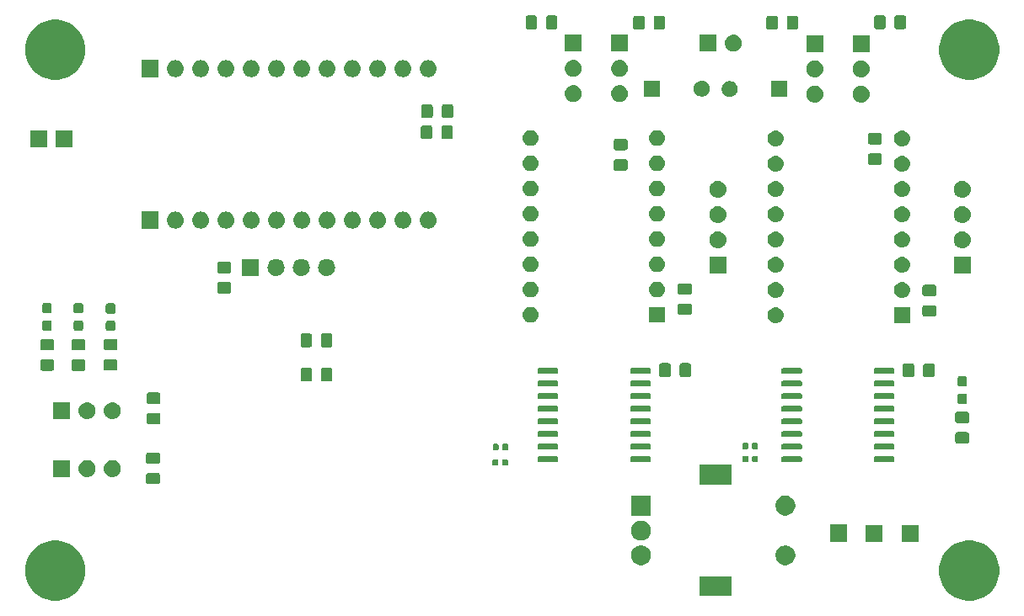
<source format=gbr>
G04 #@! TF.GenerationSoftware,KiCad,Pcbnew,(5.1.2-1)-1*
G04 #@! TF.CreationDate,2020-04-13T15:16:54-04:00*
G04 #@! TF.ProjectId,GR_Stepper_IO,47525f53-7465-4707-9065-725f494f2e6b,rev?*
G04 #@! TF.SameCoordinates,Original*
G04 #@! TF.FileFunction,Soldermask,Top*
G04 #@! TF.FilePolarity,Negative*
%FSLAX46Y46*%
G04 Gerber Fmt 4.6, Leading zero omitted, Abs format (unit mm)*
G04 Created by KiCad (PCBNEW (5.1.2-1)-1) date 2020-04-13 15:16:54*
%MOMM*%
%LPD*%
G04 APERTURE LIST*
%ADD10C,0.152400*%
G04 APERTURE END LIST*
D10*
G36*
X184485172Y-98338028D02*
G01*
X184776902Y-98396057D01*
X185326507Y-98623711D01*
X185821139Y-98954213D01*
X186241787Y-99374861D01*
X186572289Y-99869493D01*
X186799943Y-100419098D01*
X186916000Y-101002557D01*
X186916000Y-101597443D01*
X186799943Y-102180902D01*
X186572289Y-102730507D01*
X186241787Y-103225139D01*
X185821139Y-103645787D01*
X185326507Y-103976289D01*
X184776902Y-104203943D01*
X184485172Y-104261972D01*
X184193444Y-104320000D01*
X183598556Y-104320000D01*
X183306828Y-104261972D01*
X183015098Y-104203943D01*
X182465493Y-103976289D01*
X181970861Y-103645787D01*
X181550213Y-103225139D01*
X181219711Y-102730507D01*
X180992057Y-102180902D01*
X180876000Y-101597443D01*
X180876000Y-101002557D01*
X180992057Y-100419098D01*
X181219711Y-99869493D01*
X181550213Y-99374861D01*
X181970861Y-98954213D01*
X182465493Y-98623711D01*
X183015098Y-98396057D01*
X183306828Y-98338028D01*
X183598556Y-98280000D01*
X184193444Y-98280000D01*
X184485172Y-98338028D01*
X184485172Y-98338028D01*
G37*
G36*
X92664172Y-98338028D02*
G01*
X92955902Y-98396057D01*
X93505507Y-98623711D01*
X94000139Y-98954213D01*
X94420787Y-99374861D01*
X94751289Y-99869493D01*
X94978943Y-100419098D01*
X95095000Y-101002557D01*
X95095000Y-101597443D01*
X94978943Y-102180902D01*
X94751289Y-102730507D01*
X94420787Y-103225139D01*
X94000139Y-103645787D01*
X93505507Y-103976289D01*
X92955902Y-104203943D01*
X92664172Y-104261972D01*
X92372444Y-104320000D01*
X91777556Y-104320000D01*
X91485828Y-104261972D01*
X91194098Y-104203943D01*
X90644493Y-103976289D01*
X90149861Y-103645787D01*
X89729213Y-103225139D01*
X89398711Y-102730507D01*
X89171057Y-102180902D01*
X89055000Y-101597443D01*
X89055000Y-101002557D01*
X89171057Y-100419098D01*
X89398711Y-99869493D01*
X89729213Y-99374861D01*
X90149861Y-98954213D01*
X90644493Y-98623711D01*
X91194098Y-98396057D01*
X91485828Y-98338028D01*
X91777556Y-98280000D01*
X92372444Y-98280000D01*
X92664172Y-98338028D01*
X92664172Y-98338028D01*
G37*
G36*
X160026800Y-103867400D02*
G01*
X156826800Y-103867400D01*
X156826800Y-101867400D01*
X160026800Y-101867400D01*
X160026800Y-103867400D01*
X160026800Y-103867400D01*
G37*
G36*
X165718489Y-98805829D02*
G01*
X165900478Y-98881211D01*
X166064263Y-98990649D01*
X166203551Y-99129937D01*
X166312989Y-99293722D01*
X166388371Y-99475711D01*
X166426800Y-99668909D01*
X166426800Y-99865891D01*
X166388371Y-100059089D01*
X166312989Y-100241078D01*
X166203551Y-100404863D01*
X166064263Y-100544151D01*
X165900478Y-100653589D01*
X165718489Y-100728971D01*
X165525291Y-100767400D01*
X165328309Y-100767400D01*
X165135111Y-100728971D01*
X164953122Y-100653589D01*
X164789337Y-100544151D01*
X164650049Y-100404863D01*
X164540611Y-100241078D01*
X164465229Y-100059089D01*
X164426800Y-99865891D01*
X164426800Y-99668909D01*
X164465229Y-99475711D01*
X164540611Y-99293722D01*
X164650049Y-99129937D01*
X164789337Y-98990649D01*
X164953122Y-98881211D01*
X165135111Y-98805829D01*
X165328309Y-98767400D01*
X165525291Y-98767400D01*
X165718489Y-98805829D01*
X165718489Y-98805829D01*
G37*
G36*
X151218489Y-98805829D02*
G01*
X151400478Y-98881211D01*
X151564263Y-98990649D01*
X151703551Y-99129937D01*
X151812989Y-99293722D01*
X151888371Y-99475711D01*
X151926800Y-99668909D01*
X151926800Y-99865891D01*
X151888371Y-100059089D01*
X151812989Y-100241078D01*
X151703551Y-100404863D01*
X151564263Y-100544151D01*
X151400478Y-100653589D01*
X151218489Y-100728971D01*
X151025291Y-100767400D01*
X150828309Y-100767400D01*
X150635111Y-100728971D01*
X150453122Y-100653589D01*
X150289337Y-100544151D01*
X150150049Y-100404863D01*
X150040611Y-100241078D01*
X149965229Y-100059089D01*
X149926800Y-99865891D01*
X149926800Y-99668909D01*
X149965229Y-99475711D01*
X150040611Y-99293722D01*
X150150049Y-99129937D01*
X150289337Y-98990649D01*
X150453122Y-98881211D01*
X150635111Y-98805829D01*
X150828309Y-98767400D01*
X151025291Y-98767400D01*
X151218489Y-98805829D01*
X151218489Y-98805829D01*
G37*
G36*
X178827800Y-98411400D02*
G01*
X177127800Y-98411400D01*
X177127800Y-96711400D01*
X178827800Y-96711400D01*
X178827800Y-98411400D01*
X178827800Y-98411400D01*
G37*
G36*
X175170200Y-98411400D02*
G01*
X173470200Y-98411400D01*
X173470200Y-96711400D01*
X175170200Y-96711400D01*
X175170200Y-98411400D01*
X175170200Y-98411400D01*
G37*
G36*
X171639600Y-98386000D02*
G01*
X169939600Y-98386000D01*
X169939600Y-96686000D01*
X171639600Y-96686000D01*
X171639600Y-98386000D01*
X171639600Y-98386000D01*
G37*
G36*
X151218489Y-96305829D02*
G01*
X151400478Y-96381211D01*
X151564263Y-96490649D01*
X151703551Y-96629937D01*
X151812989Y-96793722D01*
X151888371Y-96975711D01*
X151926800Y-97168909D01*
X151926800Y-97365891D01*
X151888371Y-97559089D01*
X151812989Y-97741078D01*
X151703551Y-97904863D01*
X151564263Y-98044151D01*
X151400478Y-98153589D01*
X151218489Y-98228971D01*
X151025291Y-98267400D01*
X150828309Y-98267400D01*
X150635111Y-98228971D01*
X150453122Y-98153589D01*
X150289337Y-98044151D01*
X150150049Y-97904863D01*
X150040611Y-97741078D01*
X149965229Y-97559089D01*
X149926800Y-97365891D01*
X149926800Y-97168909D01*
X149965229Y-96975711D01*
X150040611Y-96793722D01*
X150150049Y-96629937D01*
X150289337Y-96490649D01*
X150453122Y-96381211D01*
X150635111Y-96305829D01*
X150828309Y-96267400D01*
X151025291Y-96267400D01*
X151218489Y-96305829D01*
X151218489Y-96305829D01*
G37*
G36*
X151926800Y-95767400D02*
G01*
X149926800Y-95767400D01*
X149926800Y-93767400D01*
X151926800Y-93767400D01*
X151926800Y-95767400D01*
X151926800Y-95767400D01*
G37*
G36*
X165718489Y-93805829D02*
G01*
X165900478Y-93881211D01*
X166064263Y-93990649D01*
X166203551Y-94129937D01*
X166312989Y-94293722D01*
X166388371Y-94475711D01*
X166426800Y-94668909D01*
X166426800Y-94865891D01*
X166388371Y-95059089D01*
X166312989Y-95241078D01*
X166203551Y-95404863D01*
X166064263Y-95544151D01*
X165900478Y-95653589D01*
X165718489Y-95728971D01*
X165525291Y-95767400D01*
X165328309Y-95767400D01*
X165135111Y-95728971D01*
X164953122Y-95653589D01*
X164789337Y-95544151D01*
X164650049Y-95404863D01*
X164540611Y-95241078D01*
X164465229Y-95059089D01*
X164426800Y-94865891D01*
X164426800Y-94668909D01*
X164465229Y-94475711D01*
X164540611Y-94293722D01*
X164650049Y-94129937D01*
X164789337Y-93990649D01*
X164953122Y-93881211D01*
X165135111Y-93805829D01*
X165328309Y-93767400D01*
X165525291Y-93767400D01*
X165718489Y-93805829D01*
X165718489Y-93805829D01*
G37*
G36*
X160026800Y-92667400D02*
G01*
X156826800Y-92667400D01*
X156826800Y-90667400D01*
X160026800Y-90667400D01*
X160026800Y-92667400D01*
X160026800Y-92667400D01*
G37*
G36*
X102420871Y-91471771D02*
G01*
X102463697Y-91484762D01*
X102503159Y-91505855D01*
X102537753Y-91534247D01*
X102566145Y-91568841D01*
X102587238Y-91608303D01*
X102600229Y-91651129D01*
X102604800Y-91697541D01*
X102604800Y-92386859D01*
X102600229Y-92433271D01*
X102587238Y-92476097D01*
X102566145Y-92515559D01*
X102537753Y-92550153D01*
X102503159Y-92578545D01*
X102463697Y-92599638D01*
X102420871Y-92612629D01*
X102374459Y-92617200D01*
X101435141Y-92617200D01*
X101388729Y-92612629D01*
X101345903Y-92599638D01*
X101306441Y-92578545D01*
X101271847Y-92550153D01*
X101243455Y-92515559D01*
X101222362Y-92476097D01*
X101209371Y-92433271D01*
X101204800Y-92386859D01*
X101204800Y-91697541D01*
X101209371Y-91651129D01*
X101222362Y-91608303D01*
X101243455Y-91568841D01*
X101271847Y-91534247D01*
X101306441Y-91505855D01*
X101345903Y-91484762D01*
X101388729Y-91471771D01*
X101435141Y-91467200D01*
X102374459Y-91467200D01*
X102420871Y-91471771D01*
X102420871Y-91471771D01*
G37*
G36*
X97982033Y-90195900D02*
G01*
X98108705Y-90234326D01*
X98142255Y-90244503D01*
X98155345Y-90251500D01*
X98289918Y-90323430D01*
X98419348Y-90429652D01*
X98525570Y-90559082D01*
X98583403Y-90667282D01*
X98604497Y-90706745D01*
X98609185Y-90722200D01*
X98653100Y-90866967D01*
X98669512Y-91033600D01*
X98653100Y-91200233D01*
X98614218Y-91328410D01*
X98604497Y-91360455D01*
X98583403Y-91399918D01*
X98525570Y-91508118D01*
X98419348Y-91637548D01*
X98289918Y-91743770D01*
X98181718Y-91801603D01*
X98142255Y-91822697D01*
X98110210Y-91832418D01*
X97982033Y-91871300D01*
X97857153Y-91883600D01*
X97773647Y-91883600D01*
X97648767Y-91871300D01*
X97520590Y-91832418D01*
X97488545Y-91822697D01*
X97449082Y-91801603D01*
X97340882Y-91743770D01*
X97211452Y-91637548D01*
X97105230Y-91508118D01*
X97047397Y-91399919D01*
X97026303Y-91360455D01*
X97016582Y-91328410D01*
X96977700Y-91200233D01*
X96961288Y-91033600D01*
X96977700Y-90866967D01*
X97021615Y-90722200D01*
X97026303Y-90706745D01*
X97047397Y-90667281D01*
X97105230Y-90559082D01*
X97211452Y-90429652D01*
X97340882Y-90323430D01*
X97475455Y-90251500D01*
X97488545Y-90244503D01*
X97522095Y-90234326D01*
X97648767Y-90195900D01*
X97773647Y-90183600D01*
X97857153Y-90183600D01*
X97982033Y-90195900D01*
X97982033Y-90195900D01*
G37*
G36*
X95442033Y-90195900D02*
G01*
X95568705Y-90234326D01*
X95602255Y-90244503D01*
X95615345Y-90251500D01*
X95749918Y-90323430D01*
X95879348Y-90429652D01*
X95985570Y-90559082D01*
X96043403Y-90667282D01*
X96064497Y-90706745D01*
X96069185Y-90722200D01*
X96113100Y-90866967D01*
X96129512Y-91033600D01*
X96113100Y-91200233D01*
X96074218Y-91328410D01*
X96064497Y-91360455D01*
X96043403Y-91399918D01*
X95985570Y-91508118D01*
X95879348Y-91637548D01*
X95749918Y-91743770D01*
X95641718Y-91801603D01*
X95602255Y-91822697D01*
X95570210Y-91832418D01*
X95442033Y-91871300D01*
X95317153Y-91883600D01*
X95233647Y-91883600D01*
X95108767Y-91871300D01*
X94980590Y-91832418D01*
X94948545Y-91822697D01*
X94909082Y-91801603D01*
X94800882Y-91743770D01*
X94671452Y-91637548D01*
X94565230Y-91508118D01*
X94507397Y-91399919D01*
X94486303Y-91360455D01*
X94476582Y-91328410D01*
X94437700Y-91200233D01*
X94421288Y-91033600D01*
X94437700Y-90866967D01*
X94481615Y-90722200D01*
X94486303Y-90706745D01*
X94507397Y-90667281D01*
X94565230Y-90559082D01*
X94671452Y-90429652D01*
X94800882Y-90323430D01*
X94935455Y-90251500D01*
X94948545Y-90244503D01*
X94982095Y-90234326D01*
X95108767Y-90195900D01*
X95233647Y-90183600D01*
X95317153Y-90183600D01*
X95442033Y-90195900D01*
X95442033Y-90195900D01*
G37*
G36*
X93585400Y-91883600D02*
G01*
X91885400Y-91883600D01*
X91885400Y-90183600D01*
X93585400Y-90183600D01*
X93585400Y-91883600D01*
X93585400Y-91883600D01*
G37*
G36*
X136485577Y-90106650D02*
G01*
X136509635Y-90113948D01*
X136531809Y-90125800D01*
X136551247Y-90141753D01*
X136567200Y-90161191D01*
X136579052Y-90183365D01*
X136586350Y-90207423D01*
X136589000Y-90234326D01*
X136589000Y-90613674D01*
X136586350Y-90640577D01*
X136579052Y-90664635D01*
X136567200Y-90686809D01*
X136551247Y-90706247D01*
X136531809Y-90722200D01*
X136509635Y-90734052D01*
X136485577Y-90741350D01*
X136458674Y-90744000D01*
X136129326Y-90744000D01*
X136102423Y-90741350D01*
X136078365Y-90734052D01*
X136056191Y-90722200D01*
X136036753Y-90706247D01*
X136020800Y-90686809D01*
X136008948Y-90664635D01*
X136001650Y-90640577D01*
X135999000Y-90613674D01*
X135999000Y-90234326D01*
X136001650Y-90207423D01*
X136008948Y-90183365D01*
X136020800Y-90161191D01*
X136036753Y-90141753D01*
X136056191Y-90125800D01*
X136078365Y-90113948D01*
X136102423Y-90106650D01*
X136129326Y-90104000D01*
X136458674Y-90104000D01*
X136485577Y-90106650D01*
X136485577Y-90106650D01*
G37*
G36*
X137455577Y-90106650D02*
G01*
X137479635Y-90113948D01*
X137501809Y-90125800D01*
X137521247Y-90141753D01*
X137537200Y-90161191D01*
X137549052Y-90183365D01*
X137556350Y-90207423D01*
X137559000Y-90234326D01*
X137559000Y-90613674D01*
X137556350Y-90640577D01*
X137549052Y-90664635D01*
X137537200Y-90686809D01*
X137521247Y-90706247D01*
X137501809Y-90722200D01*
X137479635Y-90734052D01*
X137455577Y-90741350D01*
X137428674Y-90744000D01*
X137099326Y-90744000D01*
X137072423Y-90741350D01*
X137048365Y-90734052D01*
X137026191Y-90722200D01*
X137006753Y-90706247D01*
X136990800Y-90686809D01*
X136978948Y-90664635D01*
X136971650Y-90640577D01*
X136969000Y-90613674D01*
X136969000Y-90234326D01*
X136971650Y-90207423D01*
X136978948Y-90183365D01*
X136990800Y-90161191D01*
X137006753Y-90141753D01*
X137026191Y-90125800D01*
X137048365Y-90113948D01*
X137072423Y-90106650D01*
X137099326Y-90104000D01*
X137428674Y-90104000D01*
X137455577Y-90106650D01*
X137455577Y-90106650D01*
G37*
G36*
X102420871Y-89421771D02*
G01*
X102463697Y-89434762D01*
X102503159Y-89455855D01*
X102537753Y-89484247D01*
X102566145Y-89518841D01*
X102587238Y-89558303D01*
X102600229Y-89601129D01*
X102604800Y-89647541D01*
X102604800Y-90336859D01*
X102600229Y-90383271D01*
X102587238Y-90426097D01*
X102566145Y-90465559D01*
X102537753Y-90500153D01*
X102503159Y-90528545D01*
X102463697Y-90549638D01*
X102420871Y-90562629D01*
X102374459Y-90567200D01*
X101435141Y-90567200D01*
X101388729Y-90562629D01*
X101345903Y-90549638D01*
X101306441Y-90528545D01*
X101271847Y-90500153D01*
X101243455Y-90465559D01*
X101222362Y-90426097D01*
X101209371Y-90383271D01*
X101204800Y-90336859D01*
X101204800Y-89647541D01*
X101209371Y-89601129D01*
X101222362Y-89558303D01*
X101243455Y-89518841D01*
X101271847Y-89484247D01*
X101306441Y-89455855D01*
X101345903Y-89434762D01*
X101388729Y-89421771D01*
X101435141Y-89417200D01*
X102374459Y-89417200D01*
X102420871Y-89421771D01*
X102420871Y-89421771D01*
G37*
G36*
X176282965Y-89821898D02*
G01*
X176307491Y-89829338D01*
X176330098Y-89841422D01*
X176349915Y-89857685D01*
X176366178Y-89877502D01*
X176378262Y-89900109D01*
X176385702Y-89924635D01*
X176388400Y-89952026D01*
X176388400Y-90286374D01*
X176385702Y-90313765D01*
X176378262Y-90338291D01*
X176366178Y-90360898D01*
X176349915Y-90380715D01*
X176330098Y-90396978D01*
X176307491Y-90409062D01*
X176282965Y-90416502D01*
X176255574Y-90419200D01*
X174471226Y-90419200D01*
X174443835Y-90416502D01*
X174419309Y-90409062D01*
X174396702Y-90396978D01*
X174376885Y-90380715D01*
X174360622Y-90360898D01*
X174348538Y-90338291D01*
X174341098Y-90313765D01*
X174338400Y-90286374D01*
X174338400Y-89952026D01*
X174341098Y-89924635D01*
X174348538Y-89900109D01*
X174360622Y-89877502D01*
X174376885Y-89857685D01*
X174396702Y-89841422D01*
X174419309Y-89829338D01*
X174443835Y-89821898D01*
X174471226Y-89819200D01*
X176255574Y-89819200D01*
X176282965Y-89821898D01*
X176282965Y-89821898D01*
G37*
G36*
X151771965Y-89821898D02*
G01*
X151796491Y-89829338D01*
X151819098Y-89841422D01*
X151838915Y-89857685D01*
X151855178Y-89877502D01*
X151867262Y-89900109D01*
X151874702Y-89924635D01*
X151877400Y-89952026D01*
X151877400Y-90286374D01*
X151874702Y-90313765D01*
X151867262Y-90338291D01*
X151855178Y-90360898D01*
X151838915Y-90380715D01*
X151819098Y-90396978D01*
X151796491Y-90409062D01*
X151771965Y-90416502D01*
X151744574Y-90419200D01*
X149960226Y-90419200D01*
X149932835Y-90416502D01*
X149908309Y-90409062D01*
X149885702Y-90396978D01*
X149865885Y-90380715D01*
X149849622Y-90360898D01*
X149837538Y-90338291D01*
X149830098Y-90313765D01*
X149827400Y-90286374D01*
X149827400Y-89952026D01*
X149830098Y-89924635D01*
X149837538Y-89900109D01*
X149849622Y-89877502D01*
X149865885Y-89857685D01*
X149885702Y-89841422D01*
X149908309Y-89829338D01*
X149932835Y-89821898D01*
X149960226Y-89819200D01*
X151744574Y-89819200D01*
X151771965Y-89821898D01*
X151771965Y-89821898D01*
G37*
G36*
X142471965Y-89821898D02*
G01*
X142496491Y-89829338D01*
X142519098Y-89841422D01*
X142538915Y-89857685D01*
X142555178Y-89877502D01*
X142567262Y-89900109D01*
X142574702Y-89924635D01*
X142577400Y-89952026D01*
X142577400Y-90286374D01*
X142574702Y-90313765D01*
X142567262Y-90338291D01*
X142555178Y-90360898D01*
X142538915Y-90380715D01*
X142519098Y-90396978D01*
X142496491Y-90409062D01*
X142471965Y-90416502D01*
X142444574Y-90419200D01*
X140660226Y-90419200D01*
X140632835Y-90416502D01*
X140608309Y-90409062D01*
X140585702Y-90396978D01*
X140565885Y-90380715D01*
X140549622Y-90360898D01*
X140537538Y-90338291D01*
X140530098Y-90313765D01*
X140527400Y-90286374D01*
X140527400Y-89952026D01*
X140530098Y-89924635D01*
X140537538Y-89900109D01*
X140549622Y-89877502D01*
X140565885Y-89857685D01*
X140585702Y-89841422D01*
X140608309Y-89829338D01*
X140632835Y-89821898D01*
X140660226Y-89819200D01*
X142444574Y-89819200D01*
X142471965Y-89821898D01*
X142471965Y-89821898D01*
G37*
G36*
X166982965Y-89821898D02*
G01*
X167007491Y-89829338D01*
X167030098Y-89841422D01*
X167049915Y-89857685D01*
X167066178Y-89877502D01*
X167078262Y-89900109D01*
X167085702Y-89924635D01*
X167088400Y-89952026D01*
X167088400Y-90286374D01*
X167085702Y-90313765D01*
X167078262Y-90338291D01*
X167066178Y-90360898D01*
X167049915Y-90380715D01*
X167030098Y-90396978D01*
X167007491Y-90409062D01*
X166982965Y-90416502D01*
X166955574Y-90419200D01*
X165171226Y-90419200D01*
X165143835Y-90416502D01*
X165119309Y-90409062D01*
X165096702Y-90396978D01*
X165076885Y-90380715D01*
X165060622Y-90360898D01*
X165048538Y-90338291D01*
X165041098Y-90313765D01*
X165038400Y-90286374D01*
X165038400Y-89952026D01*
X165041098Y-89924635D01*
X165048538Y-89900109D01*
X165060622Y-89877502D01*
X165076885Y-89857685D01*
X165096702Y-89841422D01*
X165119309Y-89829338D01*
X165143835Y-89821898D01*
X165171226Y-89819200D01*
X166955574Y-89819200D01*
X166982965Y-89821898D01*
X166982965Y-89821898D01*
G37*
G36*
X162576177Y-89776450D02*
G01*
X162600235Y-89783748D01*
X162622409Y-89795600D01*
X162641847Y-89811553D01*
X162657800Y-89830991D01*
X162669652Y-89853165D01*
X162676950Y-89877223D01*
X162679600Y-89904126D01*
X162679600Y-90283474D01*
X162676950Y-90310377D01*
X162669652Y-90334435D01*
X162657800Y-90356609D01*
X162641847Y-90376047D01*
X162622409Y-90392000D01*
X162600235Y-90403852D01*
X162576177Y-90411150D01*
X162549274Y-90413800D01*
X162219926Y-90413800D01*
X162193023Y-90411150D01*
X162168965Y-90403852D01*
X162146791Y-90392000D01*
X162127353Y-90376047D01*
X162111400Y-90356609D01*
X162099548Y-90334435D01*
X162092250Y-90310377D01*
X162089600Y-90283474D01*
X162089600Y-89904126D01*
X162092250Y-89877223D01*
X162099548Y-89853165D01*
X162111400Y-89830991D01*
X162127353Y-89811553D01*
X162146791Y-89795600D01*
X162168965Y-89783748D01*
X162193023Y-89776450D01*
X162219926Y-89773800D01*
X162549274Y-89773800D01*
X162576177Y-89776450D01*
X162576177Y-89776450D01*
G37*
G36*
X161606177Y-89776450D02*
G01*
X161630235Y-89783748D01*
X161652409Y-89795600D01*
X161671847Y-89811553D01*
X161687800Y-89830991D01*
X161699652Y-89853165D01*
X161706950Y-89877223D01*
X161709600Y-89904126D01*
X161709600Y-90283474D01*
X161706950Y-90310377D01*
X161699652Y-90334435D01*
X161687800Y-90356609D01*
X161671847Y-90376047D01*
X161652409Y-90392000D01*
X161630235Y-90403852D01*
X161606177Y-90411150D01*
X161579274Y-90413800D01*
X161249926Y-90413800D01*
X161223023Y-90411150D01*
X161198965Y-90403852D01*
X161176791Y-90392000D01*
X161157353Y-90376047D01*
X161141400Y-90356609D01*
X161129548Y-90334435D01*
X161122250Y-90310377D01*
X161119600Y-90283474D01*
X161119600Y-89904126D01*
X161122250Y-89877223D01*
X161129548Y-89853165D01*
X161141400Y-89830991D01*
X161157353Y-89811553D01*
X161176791Y-89795600D01*
X161198965Y-89783748D01*
X161223023Y-89776450D01*
X161249926Y-89773800D01*
X161579274Y-89773800D01*
X161606177Y-89776450D01*
X161606177Y-89776450D01*
G37*
G36*
X137483377Y-88557250D02*
G01*
X137507435Y-88564548D01*
X137529609Y-88576400D01*
X137549047Y-88592353D01*
X137565000Y-88611791D01*
X137576852Y-88633965D01*
X137584150Y-88658023D01*
X137586800Y-88684926D01*
X137586800Y-89064274D01*
X137584150Y-89091177D01*
X137576852Y-89115235D01*
X137565000Y-89137409D01*
X137549047Y-89156847D01*
X137529609Y-89172800D01*
X137507435Y-89184652D01*
X137483377Y-89191950D01*
X137456474Y-89194600D01*
X137127126Y-89194600D01*
X137100223Y-89191950D01*
X137076165Y-89184652D01*
X137053991Y-89172800D01*
X137034553Y-89156847D01*
X137018600Y-89137409D01*
X137006748Y-89115235D01*
X136999450Y-89091177D01*
X136996800Y-89064274D01*
X136996800Y-88684926D01*
X136999450Y-88658023D01*
X137006748Y-88633965D01*
X137018600Y-88611791D01*
X137034553Y-88592353D01*
X137053991Y-88576400D01*
X137076165Y-88564548D01*
X137100223Y-88557250D01*
X137127126Y-88554600D01*
X137456474Y-88554600D01*
X137483377Y-88557250D01*
X137483377Y-88557250D01*
G37*
G36*
X136513377Y-88557250D02*
G01*
X136537435Y-88564548D01*
X136559609Y-88576400D01*
X136579047Y-88592353D01*
X136595000Y-88611791D01*
X136606852Y-88633965D01*
X136614150Y-88658023D01*
X136616800Y-88684926D01*
X136616800Y-89064274D01*
X136614150Y-89091177D01*
X136606852Y-89115235D01*
X136595000Y-89137409D01*
X136579047Y-89156847D01*
X136559609Y-89172800D01*
X136537435Y-89184652D01*
X136513377Y-89191950D01*
X136486474Y-89194600D01*
X136157126Y-89194600D01*
X136130223Y-89191950D01*
X136106165Y-89184652D01*
X136083991Y-89172800D01*
X136064553Y-89156847D01*
X136048600Y-89137409D01*
X136036748Y-89115235D01*
X136029450Y-89091177D01*
X136026800Y-89064274D01*
X136026800Y-88684926D01*
X136029450Y-88658023D01*
X136036748Y-88633965D01*
X136048600Y-88611791D01*
X136064553Y-88592353D01*
X136083991Y-88576400D01*
X136106165Y-88564548D01*
X136130223Y-88557250D01*
X136157126Y-88554600D01*
X136486474Y-88554600D01*
X136513377Y-88557250D01*
X136513377Y-88557250D01*
G37*
G36*
X151771965Y-88551898D02*
G01*
X151796491Y-88559338D01*
X151819098Y-88571422D01*
X151838915Y-88587685D01*
X151855178Y-88607502D01*
X151867262Y-88630109D01*
X151874702Y-88654635D01*
X151877400Y-88682026D01*
X151877400Y-89016374D01*
X151874702Y-89043765D01*
X151867262Y-89068291D01*
X151855178Y-89090898D01*
X151838915Y-89110715D01*
X151819098Y-89126978D01*
X151796491Y-89139062D01*
X151771965Y-89146502D01*
X151744574Y-89149200D01*
X149960226Y-89149200D01*
X149932835Y-89146502D01*
X149908309Y-89139062D01*
X149885702Y-89126978D01*
X149865885Y-89110715D01*
X149849622Y-89090898D01*
X149837538Y-89068291D01*
X149830098Y-89043765D01*
X149827400Y-89016374D01*
X149827400Y-88682026D01*
X149830098Y-88654635D01*
X149837538Y-88630109D01*
X149849622Y-88607502D01*
X149865885Y-88587685D01*
X149885702Y-88571422D01*
X149908309Y-88559338D01*
X149932835Y-88551898D01*
X149960226Y-88549200D01*
X151744574Y-88549200D01*
X151771965Y-88551898D01*
X151771965Y-88551898D01*
G37*
G36*
X142471965Y-88551898D02*
G01*
X142496491Y-88559338D01*
X142519098Y-88571422D01*
X142538915Y-88587685D01*
X142555178Y-88607502D01*
X142567262Y-88630109D01*
X142574702Y-88654635D01*
X142577400Y-88682026D01*
X142577400Y-89016374D01*
X142574702Y-89043765D01*
X142567262Y-89068291D01*
X142555178Y-89090898D01*
X142538915Y-89110715D01*
X142519098Y-89126978D01*
X142496491Y-89139062D01*
X142471965Y-89146502D01*
X142444574Y-89149200D01*
X140660226Y-89149200D01*
X140632835Y-89146502D01*
X140608309Y-89139062D01*
X140585702Y-89126978D01*
X140565885Y-89110715D01*
X140549622Y-89090898D01*
X140537538Y-89068291D01*
X140530098Y-89043765D01*
X140527400Y-89016374D01*
X140527400Y-88682026D01*
X140530098Y-88654635D01*
X140537538Y-88630109D01*
X140549622Y-88607502D01*
X140565885Y-88587685D01*
X140585702Y-88571422D01*
X140608309Y-88559338D01*
X140632835Y-88551898D01*
X140660226Y-88549200D01*
X142444574Y-88549200D01*
X142471965Y-88551898D01*
X142471965Y-88551898D01*
G37*
G36*
X166982965Y-88551898D02*
G01*
X167007491Y-88559338D01*
X167030098Y-88571422D01*
X167049915Y-88587685D01*
X167066178Y-88607502D01*
X167078262Y-88630109D01*
X167085702Y-88654635D01*
X167088400Y-88682026D01*
X167088400Y-89016374D01*
X167085702Y-89043765D01*
X167078262Y-89068291D01*
X167066178Y-89090898D01*
X167049915Y-89110715D01*
X167030098Y-89126978D01*
X167007491Y-89139062D01*
X166982965Y-89146502D01*
X166955574Y-89149200D01*
X165171226Y-89149200D01*
X165143835Y-89146502D01*
X165119309Y-89139062D01*
X165096702Y-89126978D01*
X165076885Y-89110715D01*
X165060622Y-89090898D01*
X165048538Y-89068291D01*
X165041098Y-89043765D01*
X165038400Y-89016374D01*
X165038400Y-88682026D01*
X165041098Y-88654635D01*
X165048538Y-88630109D01*
X165060622Y-88607502D01*
X165076885Y-88587685D01*
X165096702Y-88571422D01*
X165119309Y-88559338D01*
X165143835Y-88551898D01*
X165171226Y-88549200D01*
X166955574Y-88549200D01*
X166982965Y-88551898D01*
X166982965Y-88551898D01*
G37*
G36*
X176282965Y-88551898D02*
G01*
X176307491Y-88559338D01*
X176330098Y-88571422D01*
X176349915Y-88587685D01*
X176366178Y-88607502D01*
X176378262Y-88630109D01*
X176385702Y-88654635D01*
X176388400Y-88682026D01*
X176388400Y-89016374D01*
X176385702Y-89043765D01*
X176378262Y-89068291D01*
X176366178Y-89090898D01*
X176349915Y-89110715D01*
X176330098Y-89126978D01*
X176307491Y-89139062D01*
X176282965Y-89146502D01*
X176255574Y-89149200D01*
X174471226Y-89149200D01*
X174443835Y-89146502D01*
X174419309Y-89139062D01*
X174396702Y-89126978D01*
X174376885Y-89110715D01*
X174360622Y-89090898D01*
X174348538Y-89068291D01*
X174341098Y-89043765D01*
X174338400Y-89016374D01*
X174338400Y-88682026D01*
X174341098Y-88654635D01*
X174348538Y-88630109D01*
X174360622Y-88607502D01*
X174376885Y-88587685D01*
X174396702Y-88571422D01*
X174419309Y-88559338D01*
X174443835Y-88551898D01*
X174471226Y-88549200D01*
X176255574Y-88549200D01*
X176282965Y-88551898D01*
X176282965Y-88551898D01*
G37*
G36*
X161583177Y-88455650D02*
G01*
X161607235Y-88462948D01*
X161629409Y-88474800D01*
X161648847Y-88490753D01*
X161664800Y-88510191D01*
X161676652Y-88532365D01*
X161683950Y-88556423D01*
X161686600Y-88583326D01*
X161686600Y-88962674D01*
X161683950Y-88989577D01*
X161676652Y-89013635D01*
X161664800Y-89035809D01*
X161648847Y-89055247D01*
X161629409Y-89071200D01*
X161607235Y-89083052D01*
X161583177Y-89090350D01*
X161556274Y-89093000D01*
X161226926Y-89093000D01*
X161200023Y-89090350D01*
X161175965Y-89083052D01*
X161153791Y-89071200D01*
X161134353Y-89055247D01*
X161118400Y-89035809D01*
X161106548Y-89013635D01*
X161099250Y-88989577D01*
X161096600Y-88962674D01*
X161096600Y-88583326D01*
X161099250Y-88556423D01*
X161106548Y-88532365D01*
X161118400Y-88510191D01*
X161134353Y-88490753D01*
X161153791Y-88474800D01*
X161175965Y-88462948D01*
X161200023Y-88455650D01*
X161226926Y-88453000D01*
X161556274Y-88453000D01*
X161583177Y-88455650D01*
X161583177Y-88455650D01*
G37*
G36*
X162553177Y-88455650D02*
G01*
X162577235Y-88462948D01*
X162599409Y-88474800D01*
X162618847Y-88490753D01*
X162634800Y-88510191D01*
X162646652Y-88532365D01*
X162653950Y-88556423D01*
X162656600Y-88583326D01*
X162656600Y-88962674D01*
X162653950Y-88989577D01*
X162646652Y-89013635D01*
X162634800Y-89035809D01*
X162618847Y-89055247D01*
X162599409Y-89071200D01*
X162577235Y-89083052D01*
X162553177Y-89090350D01*
X162526274Y-89093000D01*
X162196926Y-89093000D01*
X162170023Y-89090350D01*
X162145965Y-89083052D01*
X162123791Y-89071200D01*
X162104353Y-89055247D01*
X162088400Y-89035809D01*
X162076548Y-89013635D01*
X162069250Y-88989577D01*
X162066600Y-88962674D01*
X162066600Y-88583326D01*
X162069250Y-88556423D01*
X162076548Y-88532365D01*
X162088400Y-88510191D01*
X162104353Y-88490753D01*
X162123791Y-88474800D01*
X162145965Y-88462948D01*
X162170023Y-88455650D01*
X162196926Y-88453000D01*
X162526274Y-88453000D01*
X162553177Y-88455650D01*
X162553177Y-88455650D01*
G37*
G36*
X183705951Y-87373371D02*
G01*
X183748777Y-87386362D01*
X183788239Y-87407455D01*
X183822833Y-87435847D01*
X183851225Y-87470441D01*
X183872318Y-87509903D01*
X183885309Y-87552729D01*
X183889880Y-87599141D01*
X183889880Y-88288459D01*
X183885309Y-88334871D01*
X183872318Y-88377697D01*
X183851225Y-88417159D01*
X183822833Y-88451753D01*
X183788239Y-88480145D01*
X183748777Y-88501238D01*
X183705951Y-88514229D01*
X183659539Y-88518800D01*
X182720221Y-88518800D01*
X182673809Y-88514229D01*
X182630983Y-88501238D01*
X182591521Y-88480145D01*
X182556927Y-88451753D01*
X182528535Y-88417159D01*
X182507442Y-88377697D01*
X182494451Y-88334871D01*
X182489880Y-88288459D01*
X182489880Y-87599141D01*
X182494451Y-87552729D01*
X182507442Y-87509903D01*
X182528535Y-87470441D01*
X182556927Y-87435847D01*
X182591521Y-87407455D01*
X182630983Y-87386362D01*
X182673809Y-87373371D01*
X182720221Y-87368800D01*
X183659539Y-87368800D01*
X183705951Y-87373371D01*
X183705951Y-87373371D01*
G37*
G36*
X176282965Y-87281898D02*
G01*
X176307491Y-87289338D01*
X176330098Y-87301422D01*
X176349915Y-87317685D01*
X176366178Y-87337502D01*
X176378262Y-87360109D01*
X176385702Y-87384635D01*
X176388400Y-87412026D01*
X176388400Y-87746374D01*
X176385702Y-87773765D01*
X176378262Y-87798291D01*
X176366178Y-87820898D01*
X176349915Y-87840715D01*
X176330098Y-87856978D01*
X176307491Y-87869062D01*
X176282965Y-87876502D01*
X176255574Y-87879200D01*
X174471226Y-87879200D01*
X174443835Y-87876502D01*
X174419309Y-87869062D01*
X174396702Y-87856978D01*
X174376885Y-87840715D01*
X174360622Y-87820898D01*
X174348538Y-87798291D01*
X174341098Y-87773765D01*
X174338400Y-87746374D01*
X174338400Y-87412026D01*
X174341098Y-87384635D01*
X174348538Y-87360109D01*
X174360622Y-87337502D01*
X174376885Y-87317685D01*
X174396702Y-87301422D01*
X174419309Y-87289338D01*
X174443835Y-87281898D01*
X174471226Y-87279200D01*
X176255574Y-87279200D01*
X176282965Y-87281898D01*
X176282965Y-87281898D01*
G37*
G36*
X166982965Y-87281898D02*
G01*
X167007491Y-87289338D01*
X167030098Y-87301422D01*
X167049915Y-87317685D01*
X167066178Y-87337502D01*
X167078262Y-87360109D01*
X167085702Y-87384635D01*
X167088400Y-87412026D01*
X167088400Y-87746374D01*
X167085702Y-87773765D01*
X167078262Y-87798291D01*
X167066178Y-87820898D01*
X167049915Y-87840715D01*
X167030098Y-87856978D01*
X167007491Y-87869062D01*
X166982965Y-87876502D01*
X166955574Y-87879200D01*
X165171226Y-87879200D01*
X165143835Y-87876502D01*
X165119309Y-87869062D01*
X165096702Y-87856978D01*
X165076885Y-87840715D01*
X165060622Y-87820898D01*
X165048538Y-87798291D01*
X165041098Y-87773765D01*
X165038400Y-87746374D01*
X165038400Y-87412026D01*
X165041098Y-87384635D01*
X165048538Y-87360109D01*
X165060622Y-87337502D01*
X165076885Y-87317685D01*
X165096702Y-87301422D01*
X165119309Y-87289338D01*
X165143835Y-87281898D01*
X165171226Y-87279200D01*
X166955574Y-87279200D01*
X166982965Y-87281898D01*
X166982965Y-87281898D01*
G37*
G36*
X151771965Y-87281898D02*
G01*
X151796491Y-87289338D01*
X151819098Y-87301422D01*
X151838915Y-87317685D01*
X151855178Y-87337502D01*
X151867262Y-87360109D01*
X151874702Y-87384635D01*
X151877400Y-87412026D01*
X151877400Y-87746374D01*
X151874702Y-87773765D01*
X151867262Y-87798291D01*
X151855178Y-87820898D01*
X151838915Y-87840715D01*
X151819098Y-87856978D01*
X151796491Y-87869062D01*
X151771965Y-87876502D01*
X151744574Y-87879200D01*
X149960226Y-87879200D01*
X149932835Y-87876502D01*
X149908309Y-87869062D01*
X149885702Y-87856978D01*
X149865885Y-87840715D01*
X149849622Y-87820898D01*
X149837538Y-87798291D01*
X149830098Y-87773765D01*
X149827400Y-87746374D01*
X149827400Y-87412026D01*
X149830098Y-87384635D01*
X149837538Y-87360109D01*
X149849622Y-87337502D01*
X149865885Y-87317685D01*
X149885702Y-87301422D01*
X149908309Y-87289338D01*
X149932835Y-87281898D01*
X149960226Y-87279200D01*
X151744574Y-87279200D01*
X151771965Y-87281898D01*
X151771965Y-87281898D01*
G37*
G36*
X142471965Y-87281898D02*
G01*
X142496491Y-87289338D01*
X142519098Y-87301422D01*
X142538915Y-87317685D01*
X142555178Y-87337502D01*
X142567262Y-87360109D01*
X142574702Y-87384635D01*
X142577400Y-87412026D01*
X142577400Y-87746374D01*
X142574702Y-87773765D01*
X142567262Y-87798291D01*
X142555178Y-87820898D01*
X142538915Y-87840715D01*
X142519098Y-87856978D01*
X142496491Y-87869062D01*
X142471965Y-87876502D01*
X142444574Y-87879200D01*
X140660226Y-87879200D01*
X140632835Y-87876502D01*
X140608309Y-87869062D01*
X140585702Y-87856978D01*
X140565885Y-87840715D01*
X140549622Y-87820898D01*
X140537538Y-87798291D01*
X140530098Y-87773765D01*
X140527400Y-87746374D01*
X140527400Y-87412026D01*
X140530098Y-87384635D01*
X140537538Y-87360109D01*
X140549622Y-87337502D01*
X140565885Y-87317685D01*
X140585702Y-87301422D01*
X140608309Y-87289338D01*
X140632835Y-87281898D01*
X140660226Y-87279200D01*
X142444574Y-87279200D01*
X142471965Y-87281898D01*
X142471965Y-87281898D01*
G37*
G36*
X151771965Y-86011898D02*
G01*
X151796491Y-86019338D01*
X151819098Y-86031422D01*
X151838915Y-86047685D01*
X151855178Y-86067502D01*
X151867262Y-86090109D01*
X151874702Y-86114635D01*
X151877400Y-86142026D01*
X151877400Y-86476374D01*
X151874702Y-86503765D01*
X151867262Y-86528291D01*
X151855178Y-86550898D01*
X151838915Y-86570715D01*
X151819098Y-86586978D01*
X151796491Y-86599062D01*
X151771965Y-86606502D01*
X151744574Y-86609200D01*
X149960226Y-86609200D01*
X149932835Y-86606502D01*
X149908309Y-86599062D01*
X149885702Y-86586978D01*
X149865885Y-86570715D01*
X149849622Y-86550898D01*
X149837538Y-86528291D01*
X149830098Y-86503765D01*
X149827400Y-86476374D01*
X149827400Y-86142026D01*
X149830098Y-86114635D01*
X149837538Y-86090109D01*
X149849622Y-86067502D01*
X149865885Y-86047685D01*
X149885702Y-86031422D01*
X149908309Y-86019338D01*
X149932835Y-86011898D01*
X149960226Y-86009200D01*
X151744574Y-86009200D01*
X151771965Y-86011898D01*
X151771965Y-86011898D01*
G37*
G36*
X176282965Y-86011898D02*
G01*
X176307491Y-86019338D01*
X176330098Y-86031422D01*
X176349915Y-86047685D01*
X176366178Y-86067502D01*
X176378262Y-86090109D01*
X176385702Y-86114635D01*
X176388400Y-86142026D01*
X176388400Y-86476374D01*
X176385702Y-86503765D01*
X176378262Y-86528291D01*
X176366178Y-86550898D01*
X176349915Y-86570715D01*
X176330098Y-86586978D01*
X176307491Y-86599062D01*
X176282965Y-86606502D01*
X176255574Y-86609200D01*
X174471226Y-86609200D01*
X174443835Y-86606502D01*
X174419309Y-86599062D01*
X174396702Y-86586978D01*
X174376885Y-86570715D01*
X174360622Y-86550898D01*
X174348538Y-86528291D01*
X174341098Y-86503765D01*
X174338400Y-86476374D01*
X174338400Y-86142026D01*
X174341098Y-86114635D01*
X174348538Y-86090109D01*
X174360622Y-86067502D01*
X174376885Y-86047685D01*
X174396702Y-86031422D01*
X174419309Y-86019338D01*
X174443835Y-86011898D01*
X174471226Y-86009200D01*
X176255574Y-86009200D01*
X176282965Y-86011898D01*
X176282965Y-86011898D01*
G37*
G36*
X166982965Y-86011898D02*
G01*
X167007491Y-86019338D01*
X167030098Y-86031422D01*
X167049915Y-86047685D01*
X167066178Y-86067502D01*
X167078262Y-86090109D01*
X167085702Y-86114635D01*
X167088400Y-86142026D01*
X167088400Y-86476374D01*
X167085702Y-86503765D01*
X167078262Y-86528291D01*
X167066178Y-86550898D01*
X167049915Y-86570715D01*
X167030098Y-86586978D01*
X167007491Y-86599062D01*
X166982965Y-86606502D01*
X166955574Y-86609200D01*
X165171226Y-86609200D01*
X165143835Y-86606502D01*
X165119309Y-86599062D01*
X165096702Y-86586978D01*
X165076885Y-86570715D01*
X165060622Y-86550898D01*
X165048538Y-86528291D01*
X165041098Y-86503765D01*
X165038400Y-86476374D01*
X165038400Y-86142026D01*
X165041098Y-86114635D01*
X165048538Y-86090109D01*
X165060622Y-86067502D01*
X165076885Y-86047685D01*
X165096702Y-86031422D01*
X165119309Y-86019338D01*
X165143835Y-86011898D01*
X165171226Y-86009200D01*
X166955574Y-86009200D01*
X166982965Y-86011898D01*
X166982965Y-86011898D01*
G37*
G36*
X142471965Y-86011898D02*
G01*
X142496491Y-86019338D01*
X142519098Y-86031422D01*
X142538915Y-86047685D01*
X142555178Y-86067502D01*
X142567262Y-86090109D01*
X142574702Y-86114635D01*
X142577400Y-86142026D01*
X142577400Y-86476374D01*
X142574702Y-86503765D01*
X142567262Y-86528291D01*
X142555178Y-86550898D01*
X142538915Y-86570715D01*
X142519098Y-86586978D01*
X142496491Y-86599062D01*
X142471965Y-86606502D01*
X142444574Y-86609200D01*
X140660226Y-86609200D01*
X140632835Y-86606502D01*
X140608309Y-86599062D01*
X140585702Y-86586978D01*
X140565885Y-86570715D01*
X140549622Y-86550898D01*
X140537538Y-86528291D01*
X140530098Y-86503765D01*
X140527400Y-86476374D01*
X140527400Y-86142026D01*
X140530098Y-86114635D01*
X140537538Y-86090109D01*
X140549622Y-86067502D01*
X140565885Y-86047685D01*
X140585702Y-86031422D01*
X140608309Y-86019338D01*
X140632835Y-86011898D01*
X140660226Y-86009200D01*
X142444574Y-86009200D01*
X142471965Y-86011898D01*
X142471965Y-86011898D01*
G37*
G36*
X102471671Y-85442971D02*
G01*
X102514497Y-85455962D01*
X102553959Y-85477055D01*
X102588553Y-85505447D01*
X102616945Y-85540041D01*
X102638038Y-85579503D01*
X102651029Y-85622329D01*
X102655600Y-85668741D01*
X102655600Y-86358059D01*
X102651029Y-86404471D01*
X102638038Y-86447297D01*
X102616945Y-86486759D01*
X102588553Y-86521353D01*
X102553959Y-86549745D01*
X102514497Y-86570838D01*
X102471671Y-86583829D01*
X102425259Y-86588400D01*
X101485941Y-86588400D01*
X101439529Y-86583829D01*
X101396703Y-86570838D01*
X101357241Y-86549745D01*
X101322647Y-86521353D01*
X101294255Y-86486759D01*
X101273162Y-86447297D01*
X101260171Y-86404471D01*
X101255600Y-86358059D01*
X101255600Y-85668741D01*
X101260171Y-85622329D01*
X101273162Y-85579503D01*
X101294255Y-85540041D01*
X101322647Y-85505447D01*
X101357241Y-85477055D01*
X101396703Y-85455962D01*
X101439529Y-85442971D01*
X101485941Y-85438400D01*
X102425259Y-85438400D01*
X102471671Y-85442971D01*
X102471671Y-85442971D01*
G37*
G36*
X183705951Y-85323371D02*
G01*
X183748777Y-85336362D01*
X183788239Y-85357455D01*
X183822833Y-85385847D01*
X183851225Y-85420441D01*
X183872318Y-85459903D01*
X183885309Y-85502729D01*
X183889880Y-85549141D01*
X183889880Y-86238459D01*
X183885309Y-86284871D01*
X183872318Y-86327697D01*
X183851225Y-86367159D01*
X183822833Y-86401753D01*
X183788239Y-86430145D01*
X183748777Y-86451238D01*
X183705951Y-86464229D01*
X183659539Y-86468800D01*
X182720221Y-86468800D01*
X182673809Y-86464229D01*
X182630983Y-86451238D01*
X182591521Y-86430145D01*
X182556927Y-86401753D01*
X182528535Y-86367159D01*
X182507442Y-86327697D01*
X182494451Y-86284871D01*
X182489880Y-86238459D01*
X182489880Y-85549141D01*
X182494451Y-85502729D01*
X182507442Y-85459903D01*
X182528535Y-85420441D01*
X182556927Y-85385847D01*
X182591521Y-85357455D01*
X182630983Y-85336362D01*
X182673809Y-85323371D01*
X182720221Y-85318800D01*
X183659539Y-85318800D01*
X183705951Y-85323371D01*
X183705951Y-85323371D01*
G37*
G36*
X95442033Y-84379300D02*
G01*
X95570210Y-84418182D01*
X95602255Y-84427903D01*
X95638304Y-84447172D01*
X95749918Y-84506830D01*
X95879348Y-84613052D01*
X95985570Y-84742482D01*
X96027062Y-84820109D01*
X96064497Y-84890145D01*
X96064497Y-84890146D01*
X96113100Y-85050367D01*
X96129512Y-85217000D01*
X96113100Y-85383633D01*
X96076972Y-85502729D01*
X96064497Y-85543855D01*
X96043403Y-85583318D01*
X95985570Y-85691518D01*
X95879348Y-85820948D01*
X95749918Y-85927170D01*
X95641718Y-85985003D01*
X95602255Y-86006097D01*
X95570210Y-86015818D01*
X95442033Y-86054700D01*
X95317153Y-86067000D01*
X95233647Y-86067000D01*
X95108767Y-86054700D01*
X94980590Y-86015818D01*
X94948545Y-86006097D01*
X94909082Y-85985003D01*
X94800882Y-85927170D01*
X94671452Y-85820948D01*
X94565230Y-85691518D01*
X94507397Y-85583318D01*
X94486303Y-85543855D01*
X94473828Y-85502729D01*
X94437700Y-85383633D01*
X94421288Y-85217000D01*
X94437700Y-85050367D01*
X94486303Y-84890146D01*
X94486303Y-84890145D01*
X94523738Y-84820109D01*
X94565230Y-84742482D01*
X94671452Y-84613052D01*
X94800882Y-84506830D01*
X94912496Y-84447172D01*
X94948545Y-84427903D01*
X94980590Y-84418182D01*
X95108767Y-84379300D01*
X95233647Y-84367000D01*
X95317153Y-84367000D01*
X95442033Y-84379300D01*
X95442033Y-84379300D01*
G37*
G36*
X97982033Y-84379300D02*
G01*
X98110210Y-84418182D01*
X98142255Y-84427903D01*
X98178304Y-84447172D01*
X98289918Y-84506830D01*
X98419348Y-84613052D01*
X98525570Y-84742482D01*
X98567062Y-84820109D01*
X98604497Y-84890145D01*
X98604497Y-84890146D01*
X98653100Y-85050367D01*
X98669512Y-85217000D01*
X98653100Y-85383633D01*
X98616972Y-85502729D01*
X98604497Y-85543855D01*
X98583403Y-85583318D01*
X98525570Y-85691518D01*
X98419348Y-85820948D01*
X98289918Y-85927170D01*
X98181718Y-85985003D01*
X98142255Y-86006097D01*
X98110210Y-86015818D01*
X97982033Y-86054700D01*
X97857153Y-86067000D01*
X97773647Y-86067000D01*
X97648767Y-86054700D01*
X97520590Y-86015818D01*
X97488545Y-86006097D01*
X97449082Y-85985003D01*
X97340882Y-85927170D01*
X97211452Y-85820948D01*
X97105230Y-85691518D01*
X97047397Y-85583318D01*
X97026303Y-85543855D01*
X97013828Y-85502729D01*
X96977700Y-85383633D01*
X96961288Y-85217000D01*
X96977700Y-85050367D01*
X97026303Y-84890146D01*
X97026303Y-84890145D01*
X97063738Y-84820109D01*
X97105230Y-84742482D01*
X97211452Y-84613052D01*
X97340882Y-84506830D01*
X97452496Y-84447172D01*
X97488545Y-84427903D01*
X97520590Y-84418182D01*
X97648767Y-84379300D01*
X97773647Y-84367000D01*
X97857153Y-84367000D01*
X97982033Y-84379300D01*
X97982033Y-84379300D01*
G37*
G36*
X93585400Y-86067000D02*
G01*
X91885400Y-86067000D01*
X91885400Y-84367000D01*
X93585400Y-84367000D01*
X93585400Y-86067000D01*
X93585400Y-86067000D01*
G37*
G36*
X166982965Y-84741898D02*
G01*
X167007491Y-84749338D01*
X167030098Y-84761422D01*
X167049915Y-84777685D01*
X167066178Y-84797502D01*
X167078262Y-84820109D01*
X167085702Y-84844635D01*
X167088400Y-84872026D01*
X167088400Y-85206374D01*
X167085702Y-85233765D01*
X167078262Y-85258291D01*
X167066178Y-85280898D01*
X167049915Y-85300715D01*
X167030098Y-85316978D01*
X167007491Y-85329062D01*
X166982965Y-85336502D01*
X166955574Y-85339200D01*
X165171226Y-85339200D01*
X165143835Y-85336502D01*
X165119309Y-85329062D01*
X165096702Y-85316978D01*
X165076885Y-85300715D01*
X165060622Y-85280898D01*
X165048538Y-85258291D01*
X165041098Y-85233765D01*
X165038400Y-85206374D01*
X165038400Y-84872026D01*
X165041098Y-84844635D01*
X165048538Y-84820109D01*
X165060622Y-84797502D01*
X165076885Y-84777685D01*
X165096702Y-84761422D01*
X165119309Y-84749338D01*
X165143835Y-84741898D01*
X165171226Y-84739200D01*
X166955574Y-84739200D01*
X166982965Y-84741898D01*
X166982965Y-84741898D01*
G37*
G36*
X142471965Y-84741898D02*
G01*
X142496491Y-84749338D01*
X142519098Y-84761422D01*
X142538915Y-84777685D01*
X142555178Y-84797502D01*
X142567262Y-84820109D01*
X142574702Y-84844635D01*
X142577400Y-84872026D01*
X142577400Y-85206374D01*
X142574702Y-85233765D01*
X142567262Y-85258291D01*
X142555178Y-85280898D01*
X142538915Y-85300715D01*
X142519098Y-85316978D01*
X142496491Y-85329062D01*
X142471965Y-85336502D01*
X142444574Y-85339200D01*
X140660226Y-85339200D01*
X140632835Y-85336502D01*
X140608309Y-85329062D01*
X140585702Y-85316978D01*
X140565885Y-85300715D01*
X140549622Y-85280898D01*
X140537538Y-85258291D01*
X140530098Y-85233765D01*
X140527400Y-85206374D01*
X140527400Y-84872026D01*
X140530098Y-84844635D01*
X140537538Y-84820109D01*
X140549622Y-84797502D01*
X140565885Y-84777685D01*
X140585702Y-84761422D01*
X140608309Y-84749338D01*
X140632835Y-84741898D01*
X140660226Y-84739200D01*
X142444574Y-84739200D01*
X142471965Y-84741898D01*
X142471965Y-84741898D01*
G37*
G36*
X151771965Y-84741898D02*
G01*
X151796491Y-84749338D01*
X151819098Y-84761422D01*
X151838915Y-84777685D01*
X151855178Y-84797502D01*
X151867262Y-84820109D01*
X151874702Y-84844635D01*
X151877400Y-84872026D01*
X151877400Y-85206374D01*
X151874702Y-85233765D01*
X151867262Y-85258291D01*
X151855178Y-85280898D01*
X151838915Y-85300715D01*
X151819098Y-85316978D01*
X151796491Y-85329062D01*
X151771965Y-85336502D01*
X151744574Y-85339200D01*
X149960226Y-85339200D01*
X149932835Y-85336502D01*
X149908309Y-85329062D01*
X149885702Y-85316978D01*
X149865885Y-85300715D01*
X149849622Y-85280898D01*
X149837538Y-85258291D01*
X149830098Y-85233765D01*
X149827400Y-85206374D01*
X149827400Y-84872026D01*
X149830098Y-84844635D01*
X149837538Y-84820109D01*
X149849622Y-84797502D01*
X149865885Y-84777685D01*
X149885702Y-84761422D01*
X149908309Y-84749338D01*
X149932835Y-84741898D01*
X149960226Y-84739200D01*
X151744574Y-84739200D01*
X151771965Y-84741898D01*
X151771965Y-84741898D01*
G37*
G36*
X176282965Y-84741898D02*
G01*
X176307491Y-84749338D01*
X176330098Y-84761422D01*
X176349915Y-84777685D01*
X176366178Y-84797502D01*
X176378262Y-84820109D01*
X176385702Y-84844635D01*
X176388400Y-84872026D01*
X176388400Y-85206374D01*
X176385702Y-85233765D01*
X176378262Y-85258291D01*
X176366178Y-85280898D01*
X176349915Y-85300715D01*
X176330098Y-85316978D01*
X176307491Y-85329062D01*
X176282965Y-85336502D01*
X176255574Y-85339200D01*
X174471226Y-85339200D01*
X174443835Y-85336502D01*
X174419309Y-85329062D01*
X174396702Y-85316978D01*
X174376885Y-85300715D01*
X174360622Y-85280898D01*
X174348538Y-85258291D01*
X174341098Y-85233765D01*
X174338400Y-85206374D01*
X174338400Y-84872026D01*
X174341098Y-84844635D01*
X174348538Y-84820109D01*
X174360622Y-84797502D01*
X174376885Y-84777685D01*
X174396702Y-84761422D01*
X174419309Y-84749338D01*
X174443835Y-84741898D01*
X174471226Y-84739200D01*
X176255574Y-84739200D01*
X176282965Y-84741898D01*
X176282965Y-84741898D01*
G37*
G36*
X183499172Y-83498739D02*
G01*
X183540117Y-83511160D01*
X183577852Y-83531329D01*
X183610927Y-83558473D01*
X183638071Y-83591548D01*
X183658240Y-83629283D01*
X183670661Y-83670228D01*
X183675040Y-83714687D01*
X183675040Y-84324033D01*
X183670661Y-84368492D01*
X183658240Y-84409437D01*
X183638071Y-84447172D01*
X183610927Y-84480247D01*
X183577852Y-84507391D01*
X183540117Y-84527560D01*
X183499172Y-84539981D01*
X183454713Y-84544360D01*
X182945367Y-84544360D01*
X182900908Y-84539981D01*
X182859963Y-84527560D01*
X182822228Y-84507391D01*
X182789153Y-84480247D01*
X182762009Y-84447172D01*
X182741840Y-84409437D01*
X182729419Y-84368492D01*
X182725040Y-84324033D01*
X182725040Y-83714687D01*
X182729419Y-83670228D01*
X182741840Y-83629283D01*
X182762009Y-83591548D01*
X182789153Y-83558473D01*
X182822228Y-83531329D01*
X182859963Y-83511160D01*
X182900908Y-83498739D01*
X182945367Y-83494360D01*
X183454713Y-83494360D01*
X183499172Y-83498739D01*
X183499172Y-83498739D01*
G37*
G36*
X102471671Y-83392971D02*
G01*
X102514497Y-83405962D01*
X102553959Y-83427055D01*
X102588553Y-83455447D01*
X102616945Y-83490041D01*
X102638038Y-83529503D01*
X102651029Y-83572329D01*
X102655600Y-83618741D01*
X102655600Y-84308059D01*
X102651029Y-84354471D01*
X102638038Y-84397297D01*
X102616945Y-84436759D01*
X102588553Y-84471353D01*
X102553959Y-84499745D01*
X102514497Y-84520838D01*
X102471671Y-84533829D01*
X102425259Y-84538400D01*
X101485941Y-84538400D01*
X101439529Y-84533829D01*
X101396703Y-84520838D01*
X101357241Y-84499745D01*
X101322647Y-84471353D01*
X101294255Y-84436759D01*
X101273162Y-84397297D01*
X101260171Y-84354471D01*
X101255600Y-84308059D01*
X101255600Y-83618741D01*
X101260171Y-83572329D01*
X101273162Y-83529503D01*
X101294255Y-83490041D01*
X101322647Y-83455447D01*
X101357241Y-83427055D01*
X101396703Y-83405962D01*
X101439529Y-83392971D01*
X101485941Y-83388400D01*
X102425259Y-83388400D01*
X102471671Y-83392971D01*
X102471671Y-83392971D01*
G37*
G36*
X176282965Y-83471898D02*
G01*
X176307491Y-83479338D01*
X176330098Y-83491422D01*
X176349915Y-83507685D01*
X176366178Y-83527502D01*
X176378262Y-83550109D01*
X176385702Y-83574635D01*
X176388400Y-83602026D01*
X176388400Y-83936374D01*
X176385702Y-83963765D01*
X176378262Y-83988291D01*
X176366178Y-84010898D01*
X176349915Y-84030715D01*
X176330098Y-84046978D01*
X176307491Y-84059062D01*
X176282965Y-84066502D01*
X176255574Y-84069200D01*
X174471226Y-84069200D01*
X174443835Y-84066502D01*
X174419309Y-84059062D01*
X174396702Y-84046978D01*
X174376885Y-84030715D01*
X174360622Y-84010898D01*
X174348538Y-83988291D01*
X174341098Y-83963765D01*
X174338400Y-83936374D01*
X174338400Y-83602026D01*
X174341098Y-83574635D01*
X174348538Y-83550109D01*
X174360622Y-83527502D01*
X174376885Y-83507685D01*
X174396702Y-83491422D01*
X174419309Y-83479338D01*
X174443835Y-83471898D01*
X174471226Y-83469200D01*
X176255574Y-83469200D01*
X176282965Y-83471898D01*
X176282965Y-83471898D01*
G37*
G36*
X166982965Y-83471898D02*
G01*
X167007491Y-83479338D01*
X167030098Y-83491422D01*
X167049915Y-83507685D01*
X167066178Y-83527502D01*
X167078262Y-83550109D01*
X167085702Y-83574635D01*
X167088400Y-83602026D01*
X167088400Y-83936374D01*
X167085702Y-83963765D01*
X167078262Y-83988291D01*
X167066178Y-84010898D01*
X167049915Y-84030715D01*
X167030098Y-84046978D01*
X167007491Y-84059062D01*
X166982965Y-84066502D01*
X166955574Y-84069200D01*
X165171226Y-84069200D01*
X165143835Y-84066502D01*
X165119309Y-84059062D01*
X165096702Y-84046978D01*
X165076885Y-84030715D01*
X165060622Y-84010898D01*
X165048538Y-83988291D01*
X165041098Y-83963765D01*
X165038400Y-83936374D01*
X165038400Y-83602026D01*
X165041098Y-83574635D01*
X165048538Y-83550109D01*
X165060622Y-83527502D01*
X165076885Y-83507685D01*
X165096702Y-83491422D01*
X165119309Y-83479338D01*
X165143835Y-83471898D01*
X165171226Y-83469200D01*
X166955574Y-83469200D01*
X166982965Y-83471898D01*
X166982965Y-83471898D01*
G37*
G36*
X142471965Y-83471898D02*
G01*
X142496491Y-83479338D01*
X142519098Y-83491422D01*
X142538915Y-83507685D01*
X142555178Y-83527502D01*
X142567262Y-83550109D01*
X142574702Y-83574635D01*
X142577400Y-83602026D01*
X142577400Y-83936374D01*
X142574702Y-83963765D01*
X142567262Y-83988291D01*
X142555178Y-84010898D01*
X142538915Y-84030715D01*
X142519098Y-84046978D01*
X142496491Y-84059062D01*
X142471965Y-84066502D01*
X142444574Y-84069200D01*
X140660226Y-84069200D01*
X140632835Y-84066502D01*
X140608309Y-84059062D01*
X140585702Y-84046978D01*
X140565885Y-84030715D01*
X140549622Y-84010898D01*
X140537538Y-83988291D01*
X140530098Y-83963765D01*
X140527400Y-83936374D01*
X140527400Y-83602026D01*
X140530098Y-83574635D01*
X140537538Y-83550109D01*
X140549622Y-83527502D01*
X140565885Y-83507685D01*
X140585702Y-83491422D01*
X140608309Y-83479338D01*
X140632835Y-83471898D01*
X140660226Y-83469200D01*
X142444574Y-83469200D01*
X142471965Y-83471898D01*
X142471965Y-83471898D01*
G37*
G36*
X151771965Y-83471898D02*
G01*
X151796491Y-83479338D01*
X151819098Y-83491422D01*
X151838915Y-83507685D01*
X151855178Y-83527502D01*
X151867262Y-83550109D01*
X151874702Y-83574635D01*
X151877400Y-83602026D01*
X151877400Y-83936374D01*
X151874702Y-83963765D01*
X151867262Y-83988291D01*
X151855178Y-84010898D01*
X151838915Y-84030715D01*
X151819098Y-84046978D01*
X151796491Y-84059062D01*
X151771965Y-84066502D01*
X151744574Y-84069200D01*
X149960226Y-84069200D01*
X149932835Y-84066502D01*
X149908309Y-84059062D01*
X149885702Y-84046978D01*
X149865885Y-84030715D01*
X149849622Y-84010898D01*
X149837538Y-83988291D01*
X149830098Y-83963765D01*
X149827400Y-83936374D01*
X149827400Y-83602026D01*
X149830098Y-83574635D01*
X149837538Y-83550109D01*
X149849622Y-83527502D01*
X149865885Y-83507685D01*
X149885702Y-83491422D01*
X149908309Y-83479338D01*
X149932835Y-83471898D01*
X149960226Y-83469200D01*
X151744574Y-83469200D01*
X151771965Y-83471898D01*
X151771965Y-83471898D01*
G37*
G36*
X151771965Y-82201898D02*
G01*
X151796491Y-82209338D01*
X151819098Y-82221422D01*
X151838915Y-82237685D01*
X151855178Y-82257502D01*
X151867262Y-82280109D01*
X151874702Y-82304635D01*
X151877400Y-82332026D01*
X151877400Y-82666374D01*
X151874702Y-82693765D01*
X151867262Y-82718291D01*
X151855178Y-82740898D01*
X151838915Y-82760715D01*
X151819098Y-82776978D01*
X151796491Y-82789062D01*
X151771965Y-82796502D01*
X151744574Y-82799200D01*
X149960226Y-82799200D01*
X149932835Y-82796502D01*
X149908309Y-82789062D01*
X149885702Y-82776978D01*
X149865885Y-82760715D01*
X149849622Y-82740898D01*
X149837538Y-82718291D01*
X149830098Y-82693765D01*
X149827400Y-82666374D01*
X149827400Y-82332026D01*
X149830098Y-82304635D01*
X149837538Y-82280109D01*
X149849622Y-82257502D01*
X149865885Y-82237685D01*
X149885702Y-82221422D01*
X149908309Y-82209338D01*
X149932835Y-82201898D01*
X149960226Y-82199200D01*
X151744574Y-82199200D01*
X151771965Y-82201898D01*
X151771965Y-82201898D01*
G37*
G36*
X142471965Y-82201898D02*
G01*
X142496491Y-82209338D01*
X142519098Y-82221422D01*
X142538915Y-82237685D01*
X142555178Y-82257502D01*
X142567262Y-82280109D01*
X142574702Y-82304635D01*
X142577400Y-82332026D01*
X142577400Y-82666374D01*
X142574702Y-82693765D01*
X142567262Y-82718291D01*
X142555178Y-82740898D01*
X142538915Y-82760715D01*
X142519098Y-82776978D01*
X142496491Y-82789062D01*
X142471965Y-82796502D01*
X142444574Y-82799200D01*
X140660226Y-82799200D01*
X140632835Y-82796502D01*
X140608309Y-82789062D01*
X140585702Y-82776978D01*
X140565885Y-82760715D01*
X140549622Y-82740898D01*
X140537538Y-82718291D01*
X140530098Y-82693765D01*
X140527400Y-82666374D01*
X140527400Y-82332026D01*
X140530098Y-82304635D01*
X140537538Y-82280109D01*
X140549622Y-82257502D01*
X140565885Y-82237685D01*
X140585702Y-82221422D01*
X140608309Y-82209338D01*
X140632835Y-82201898D01*
X140660226Y-82199200D01*
X142444574Y-82199200D01*
X142471965Y-82201898D01*
X142471965Y-82201898D01*
G37*
G36*
X166982965Y-82201898D02*
G01*
X167007491Y-82209338D01*
X167030098Y-82221422D01*
X167049915Y-82237685D01*
X167066178Y-82257502D01*
X167078262Y-82280109D01*
X167085702Y-82304635D01*
X167088400Y-82332026D01*
X167088400Y-82666374D01*
X167085702Y-82693765D01*
X167078262Y-82718291D01*
X167066178Y-82740898D01*
X167049915Y-82760715D01*
X167030098Y-82776978D01*
X167007491Y-82789062D01*
X166982965Y-82796502D01*
X166955574Y-82799200D01*
X165171226Y-82799200D01*
X165143835Y-82796502D01*
X165119309Y-82789062D01*
X165096702Y-82776978D01*
X165076885Y-82760715D01*
X165060622Y-82740898D01*
X165048538Y-82718291D01*
X165041098Y-82693765D01*
X165038400Y-82666374D01*
X165038400Y-82332026D01*
X165041098Y-82304635D01*
X165048538Y-82280109D01*
X165060622Y-82257502D01*
X165076885Y-82237685D01*
X165096702Y-82221422D01*
X165119309Y-82209338D01*
X165143835Y-82201898D01*
X165171226Y-82199200D01*
X166955574Y-82199200D01*
X166982965Y-82201898D01*
X166982965Y-82201898D01*
G37*
G36*
X176282965Y-82201898D02*
G01*
X176307491Y-82209338D01*
X176330098Y-82221422D01*
X176349915Y-82237685D01*
X176366178Y-82257502D01*
X176378262Y-82280109D01*
X176385702Y-82304635D01*
X176388400Y-82332026D01*
X176388400Y-82666374D01*
X176385702Y-82693765D01*
X176378262Y-82718291D01*
X176366178Y-82740898D01*
X176349915Y-82760715D01*
X176330098Y-82776978D01*
X176307491Y-82789062D01*
X176282965Y-82796502D01*
X176255574Y-82799200D01*
X174471226Y-82799200D01*
X174443835Y-82796502D01*
X174419309Y-82789062D01*
X174396702Y-82776978D01*
X174376885Y-82760715D01*
X174360622Y-82740898D01*
X174348538Y-82718291D01*
X174341098Y-82693765D01*
X174338400Y-82666374D01*
X174338400Y-82332026D01*
X174341098Y-82304635D01*
X174348538Y-82280109D01*
X174360622Y-82257502D01*
X174376885Y-82237685D01*
X174396702Y-82221422D01*
X174419309Y-82209338D01*
X174443835Y-82201898D01*
X174471226Y-82199200D01*
X176255574Y-82199200D01*
X176282965Y-82201898D01*
X176282965Y-82201898D01*
G37*
G36*
X183499172Y-81748739D02*
G01*
X183540117Y-81761160D01*
X183577852Y-81781329D01*
X183610927Y-81808473D01*
X183638071Y-81841548D01*
X183658240Y-81879283D01*
X183670661Y-81920228D01*
X183675040Y-81964687D01*
X183675040Y-82574033D01*
X183670661Y-82618492D01*
X183658240Y-82659437D01*
X183638071Y-82697172D01*
X183610927Y-82730247D01*
X183577852Y-82757391D01*
X183540117Y-82777560D01*
X183499172Y-82789981D01*
X183454713Y-82794360D01*
X182945367Y-82794360D01*
X182900908Y-82789981D01*
X182859963Y-82777560D01*
X182822228Y-82757391D01*
X182789153Y-82730247D01*
X182762009Y-82697172D01*
X182741840Y-82659437D01*
X182729419Y-82618492D01*
X182725040Y-82574033D01*
X182725040Y-81964687D01*
X182729419Y-81920228D01*
X182741840Y-81879283D01*
X182762009Y-81841548D01*
X182789153Y-81808473D01*
X182822228Y-81781329D01*
X182859963Y-81761160D01*
X182900908Y-81748739D01*
X182945367Y-81744360D01*
X183454713Y-81744360D01*
X183499172Y-81748739D01*
X183499172Y-81748739D01*
G37*
G36*
X119729271Y-80889371D02*
G01*
X119772097Y-80902362D01*
X119811559Y-80923455D01*
X119846153Y-80951847D01*
X119874545Y-80986441D01*
X119895638Y-81025903D01*
X119908629Y-81068729D01*
X119913200Y-81115141D01*
X119913200Y-82054459D01*
X119908629Y-82100871D01*
X119895638Y-82143697D01*
X119874545Y-82183159D01*
X119846153Y-82217753D01*
X119811559Y-82246145D01*
X119772097Y-82267238D01*
X119729271Y-82280229D01*
X119682859Y-82284800D01*
X118993541Y-82284800D01*
X118947129Y-82280229D01*
X118904303Y-82267238D01*
X118864841Y-82246145D01*
X118830247Y-82217753D01*
X118801855Y-82183159D01*
X118780762Y-82143697D01*
X118767771Y-82100871D01*
X118763200Y-82054459D01*
X118763200Y-81115141D01*
X118767771Y-81068729D01*
X118780762Y-81025903D01*
X118801855Y-80986441D01*
X118830247Y-80951847D01*
X118864841Y-80923455D01*
X118904303Y-80902362D01*
X118947129Y-80889371D01*
X118993541Y-80884800D01*
X119682859Y-80884800D01*
X119729271Y-80889371D01*
X119729271Y-80889371D01*
G37*
G36*
X117679271Y-80889371D02*
G01*
X117722097Y-80902362D01*
X117761559Y-80923455D01*
X117796153Y-80951847D01*
X117824545Y-80986441D01*
X117845638Y-81025903D01*
X117858629Y-81068729D01*
X117863200Y-81115141D01*
X117863200Y-82054459D01*
X117858629Y-82100871D01*
X117845638Y-82143697D01*
X117824545Y-82183159D01*
X117796153Y-82217753D01*
X117761559Y-82246145D01*
X117722097Y-82267238D01*
X117679271Y-82280229D01*
X117632859Y-82284800D01*
X116943541Y-82284800D01*
X116897129Y-82280229D01*
X116854303Y-82267238D01*
X116814841Y-82246145D01*
X116780247Y-82217753D01*
X116751855Y-82183159D01*
X116730762Y-82143697D01*
X116717771Y-82100871D01*
X116713200Y-82054459D01*
X116713200Y-81115141D01*
X116717771Y-81068729D01*
X116730762Y-81025903D01*
X116751855Y-80986441D01*
X116780247Y-80951847D01*
X116814841Y-80923455D01*
X116854303Y-80902362D01*
X116897129Y-80889371D01*
X116943541Y-80884800D01*
X117632859Y-80884800D01*
X117679271Y-80889371D01*
X117679271Y-80889371D01*
G37*
G36*
X178182071Y-80457571D02*
G01*
X178224897Y-80470562D01*
X178264359Y-80491655D01*
X178298953Y-80520047D01*
X178327345Y-80554641D01*
X178348438Y-80594103D01*
X178361429Y-80636929D01*
X178366000Y-80683341D01*
X178366000Y-81622659D01*
X178361429Y-81669071D01*
X178348438Y-81711897D01*
X178327345Y-81751359D01*
X178298953Y-81785953D01*
X178264359Y-81814345D01*
X178224897Y-81835438D01*
X178182071Y-81848429D01*
X178135659Y-81853000D01*
X177446341Y-81853000D01*
X177399929Y-81848429D01*
X177357103Y-81835438D01*
X177317641Y-81814345D01*
X177283047Y-81785953D01*
X177254655Y-81751359D01*
X177233562Y-81711897D01*
X177220571Y-81669071D01*
X177216000Y-81622659D01*
X177216000Y-80683341D01*
X177220571Y-80636929D01*
X177233562Y-80594103D01*
X177254655Y-80554641D01*
X177283047Y-80520047D01*
X177317641Y-80491655D01*
X177357103Y-80470562D01*
X177399929Y-80457571D01*
X177446341Y-80453000D01*
X178135659Y-80453000D01*
X178182071Y-80457571D01*
X178182071Y-80457571D01*
G37*
G36*
X180232071Y-80457571D02*
G01*
X180274897Y-80470562D01*
X180314359Y-80491655D01*
X180348953Y-80520047D01*
X180377345Y-80554641D01*
X180398438Y-80594103D01*
X180411429Y-80636929D01*
X180416000Y-80683341D01*
X180416000Y-81622659D01*
X180411429Y-81669071D01*
X180398438Y-81711897D01*
X180377345Y-81751359D01*
X180348953Y-81785953D01*
X180314359Y-81814345D01*
X180274897Y-81835438D01*
X180232071Y-81848429D01*
X180185659Y-81853000D01*
X179496341Y-81853000D01*
X179449929Y-81848429D01*
X179407103Y-81835438D01*
X179367641Y-81814345D01*
X179333047Y-81785953D01*
X179304655Y-81751359D01*
X179283562Y-81711897D01*
X179270571Y-81669071D01*
X179266000Y-81622659D01*
X179266000Y-80683341D01*
X179270571Y-80636929D01*
X179283562Y-80594103D01*
X179304655Y-80554641D01*
X179333047Y-80520047D01*
X179367641Y-80491655D01*
X179407103Y-80470562D01*
X179449929Y-80457571D01*
X179496341Y-80453000D01*
X180185659Y-80453000D01*
X180232071Y-80457571D01*
X180232071Y-80457571D01*
G37*
G36*
X153721871Y-80432171D02*
G01*
X153764697Y-80445162D01*
X153804159Y-80466255D01*
X153838753Y-80494647D01*
X153867145Y-80529241D01*
X153888238Y-80568703D01*
X153901229Y-80611529D01*
X153905800Y-80657941D01*
X153905800Y-81597259D01*
X153901229Y-81643671D01*
X153888238Y-81686497D01*
X153867145Y-81725959D01*
X153838753Y-81760553D01*
X153804159Y-81788945D01*
X153764697Y-81810038D01*
X153721871Y-81823029D01*
X153675459Y-81827600D01*
X152986141Y-81827600D01*
X152939729Y-81823029D01*
X152896903Y-81810038D01*
X152857441Y-81788945D01*
X152822847Y-81760553D01*
X152794455Y-81725959D01*
X152773362Y-81686497D01*
X152760371Y-81643671D01*
X152755800Y-81597259D01*
X152755800Y-80657941D01*
X152760371Y-80611529D01*
X152773362Y-80568703D01*
X152794455Y-80529241D01*
X152822847Y-80494647D01*
X152857441Y-80466255D01*
X152896903Y-80445162D01*
X152939729Y-80432171D01*
X152986141Y-80427600D01*
X153675459Y-80427600D01*
X153721871Y-80432171D01*
X153721871Y-80432171D01*
G37*
G36*
X155771871Y-80432171D02*
G01*
X155814697Y-80445162D01*
X155854159Y-80466255D01*
X155888753Y-80494647D01*
X155917145Y-80529241D01*
X155938238Y-80568703D01*
X155951229Y-80611529D01*
X155955800Y-80657941D01*
X155955800Y-81597259D01*
X155951229Y-81643671D01*
X155938238Y-81686497D01*
X155917145Y-81725959D01*
X155888753Y-81760553D01*
X155854159Y-81788945D01*
X155814697Y-81810038D01*
X155771871Y-81823029D01*
X155725459Y-81827600D01*
X155036141Y-81827600D01*
X154989729Y-81823029D01*
X154946903Y-81810038D01*
X154907441Y-81788945D01*
X154872847Y-81760553D01*
X154844455Y-81725959D01*
X154823362Y-81686497D01*
X154810371Y-81643671D01*
X154805800Y-81597259D01*
X154805800Y-80657941D01*
X154810371Y-80611529D01*
X154823362Y-80568703D01*
X154844455Y-80529241D01*
X154872847Y-80494647D01*
X154907441Y-80466255D01*
X154946903Y-80445162D01*
X154989729Y-80432171D01*
X155036141Y-80427600D01*
X155725459Y-80427600D01*
X155771871Y-80432171D01*
X155771871Y-80432171D01*
G37*
G36*
X176282965Y-80931898D02*
G01*
X176307491Y-80939338D01*
X176330098Y-80951422D01*
X176349915Y-80967685D01*
X176366178Y-80987502D01*
X176378262Y-81010109D01*
X176385702Y-81034635D01*
X176388400Y-81062026D01*
X176388400Y-81396374D01*
X176385702Y-81423765D01*
X176378262Y-81448291D01*
X176366178Y-81470898D01*
X176349915Y-81490715D01*
X176330098Y-81506978D01*
X176307491Y-81519062D01*
X176282965Y-81526502D01*
X176255574Y-81529200D01*
X174471226Y-81529200D01*
X174443835Y-81526502D01*
X174419309Y-81519062D01*
X174396702Y-81506978D01*
X174376885Y-81490715D01*
X174360622Y-81470898D01*
X174348538Y-81448291D01*
X174341098Y-81423765D01*
X174338400Y-81396374D01*
X174338400Y-81062026D01*
X174341098Y-81034635D01*
X174348538Y-81010109D01*
X174360622Y-80987502D01*
X174376885Y-80967685D01*
X174396702Y-80951422D01*
X174419309Y-80939338D01*
X174443835Y-80931898D01*
X174471226Y-80929200D01*
X176255574Y-80929200D01*
X176282965Y-80931898D01*
X176282965Y-80931898D01*
G37*
G36*
X142471965Y-80931898D02*
G01*
X142496491Y-80939338D01*
X142519098Y-80951422D01*
X142538915Y-80967685D01*
X142555178Y-80987502D01*
X142567262Y-81010109D01*
X142574702Y-81034635D01*
X142577400Y-81062026D01*
X142577400Y-81396374D01*
X142574702Y-81423765D01*
X142567262Y-81448291D01*
X142555178Y-81470898D01*
X142538915Y-81490715D01*
X142519098Y-81506978D01*
X142496491Y-81519062D01*
X142471965Y-81526502D01*
X142444574Y-81529200D01*
X140660226Y-81529200D01*
X140632835Y-81526502D01*
X140608309Y-81519062D01*
X140585702Y-81506978D01*
X140565885Y-81490715D01*
X140549622Y-81470898D01*
X140537538Y-81448291D01*
X140530098Y-81423765D01*
X140527400Y-81396374D01*
X140527400Y-81062026D01*
X140530098Y-81034635D01*
X140537538Y-81010109D01*
X140549622Y-80987502D01*
X140565885Y-80967685D01*
X140585702Y-80951422D01*
X140608309Y-80939338D01*
X140632835Y-80931898D01*
X140660226Y-80929200D01*
X142444574Y-80929200D01*
X142471965Y-80931898D01*
X142471965Y-80931898D01*
G37*
G36*
X151771965Y-80931898D02*
G01*
X151796491Y-80939338D01*
X151819098Y-80951422D01*
X151838915Y-80967685D01*
X151855178Y-80987502D01*
X151867262Y-81010109D01*
X151874702Y-81034635D01*
X151877400Y-81062026D01*
X151877400Y-81396374D01*
X151874702Y-81423765D01*
X151867262Y-81448291D01*
X151855178Y-81470898D01*
X151838915Y-81490715D01*
X151819098Y-81506978D01*
X151796491Y-81519062D01*
X151771965Y-81526502D01*
X151744574Y-81529200D01*
X149960226Y-81529200D01*
X149932835Y-81526502D01*
X149908309Y-81519062D01*
X149885702Y-81506978D01*
X149865885Y-81490715D01*
X149849622Y-81470898D01*
X149837538Y-81448291D01*
X149830098Y-81423765D01*
X149827400Y-81396374D01*
X149827400Y-81062026D01*
X149830098Y-81034635D01*
X149837538Y-81010109D01*
X149849622Y-80987502D01*
X149865885Y-80967685D01*
X149885702Y-80951422D01*
X149908309Y-80939338D01*
X149932835Y-80931898D01*
X149960226Y-80929200D01*
X151744574Y-80929200D01*
X151771965Y-80931898D01*
X151771965Y-80931898D01*
G37*
G36*
X166982965Y-80931898D02*
G01*
X167007491Y-80939338D01*
X167030098Y-80951422D01*
X167049915Y-80967685D01*
X167066178Y-80987502D01*
X167078262Y-81010109D01*
X167085702Y-81034635D01*
X167088400Y-81062026D01*
X167088400Y-81396374D01*
X167085702Y-81423765D01*
X167078262Y-81448291D01*
X167066178Y-81470898D01*
X167049915Y-81490715D01*
X167030098Y-81506978D01*
X167007491Y-81519062D01*
X166982965Y-81526502D01*
X166955574Y-81529200D01*
X165171226Y-81529200D01*
X165143835Y-81526502D01*
X165119309Y-81519062D01*
X165096702Y-81506978D01*
X165076885Y-81490715D01*
X165060622Y-81470898D01*
X165048538Y-81448291D01*
X165041098Y-81423765D01*
X165038400Y-81396374D01*
X165038400Y-81062026D01*
X165041098Y-81034635D01*
X165048538Y-81010109D01*
X165060622Y-80987502D01*
X165076885Y-80967685D01*
X165096702Y-80951422D01*
X165119309Y-80939338D01*
X165143835Y-80931898D01*
X165171226Y-80929200D01*
X166955574Y-80929200D01*
X166982965Y-80931898D01*
X166982965Y-80931898D01*
G37*
G36*
X94917711Y-80053091D02*
G01*
X94960537Y-80066082D01*
X94999999Y-80087175D01*
X95034593Y-80115567D01*
X95062985Y-80150161D01*
X95084078Y-80189623D01*
X95097069Y-80232449D01*
X95101640Y-80278861D01*
X95101640Y-80968179D01*
X95097069Y-81014591D01*
X95084078Y-81057417D01*
X95062985Y-81096879D01*
X95034593Y-81131473D01*
X94999999Y-81159865D01*
X94960537Y-81180958D01*
X94917711Y-81193949D01*
X94871299Y-81198520D01*
X93931981Y-81198520D01*
X93885569Y-81193949D01*
X93842743Y-81180958D01*
X93803281Y-81159865D01*
X93768687Y-81131473D01*
X93740295Y-81096879D01*
X93719202Y-81057417D01*
X93706211Y-81014591D01*
X93701640Y-80968179D01*
X93701640Y-80278861D01*
X93706211Y-80232449D01*
X93719202Y-80189623D01*
X93740295Y-80150161D01*
X93768687Y-80115567D01*
X93803281Y-80087175D01*
X93842743Y-80066082D01*
X93885569Y-80053091D01*
X93931981Y-80048520D01*
X94871299Y-80048520D01*
X94917711Y-80053091D01*
X94917711Y-80053091D01*
G37*
G36*
X91778271Y-80048011D02*
G01*
X91821097Y-80061002D01*
X91860559Y-80082095D01*
X91895153Y-80110487D01*
X91923545Y-80145081D01*
X91944638Y-80184543D01*
X91957629Y-80227369D01*
X91962200Y-80273781D01*
X91962200Y-80963099D01*
X91957629Y-81009511D01*
X91944638Y-81052337D01*
X91923545Y-81091799D01*
X91895153Y-81126393D01*
X91860559Y-81154785D01*
X91821097Y-81175878D01*
X91778271Y-81188869D01*
X91731859Y-81193440D01*
X90792541Y-81193440D01*
X90746129Y-81188869D01*
X90703303Y-81175878D01*
X90663841Y-81154785D01*
X90629247Y-81126393D01*
X90600855Y-81091799D01*
X90579762Y-81052337D01*
X90566771Y-81009511D01*
X90562200Y-80963099D01*
X90562200Y-80273781D01*
X90566771Y-80227369D01*
X90579762Y-80184543D01*
X90600855Y-80145081D01*
X90629247Y-80110487D01*
X90663841Y-80082095D01*
X90703303Y-80061002D01*
X90746129Y-80048011D01*
X90792541Y-80043440D01*
X91731859Y-80043440D01*
X91778271Y-80048011D01*
X91778271Y-80048011D01*
G37*
G36*
X98138431Y-80037851D02*
G01*
X98181257Y-80050842D01*
X98220719Y-80071935D01*
X98255313Y-80100327D01*
X98283705Y-80134921D01*
X98304798Y-80174383D01*
X98317789Y-80217209D01*
X98322360Y-80263621D01*
X98322360Y-80952939D01*
X98317789Y-80999351D01*
X98304798Y-81042177D01*
X98283705Y-81081639D01*
X98255313Y-81116233D01*
X98220719Y-81144625D01*
X98181257Y-81165718D01*
X98138431Y-81178709D01*
X98092019Y-81183280D01*
X97152701Y-81183280D01*
X97106289Y-81178709D01*
X97063463Y-81165718D01*
X97024001Y-81144625D01*
X96989407Y-81116233D01*
X96961015Y-81081639D01*
X96939922Y-81042177D01*
X96926931Y-80999351D01*
X96922360Y-80952939D01*
X96922360Y-80263621D01*
X96926931Y-80217209D01*
X96939922Y-80174383D01*
X96961015Y-80134921D01*
X96989407Y-80100327D01*
X97024001Y-80071935D01*
X97063463Y-80050842D01*
X97106289Y-80037851D01*
X97152701Y-80033280D01*
X98092019Y-80033280D01*
X98138431Y-80037851D01*
X98138431Y-80037851D01*
G37*
G36*
X94917711Y-78003091D02*
G01*
X94960537Y-78016082D01*
X94999999Y-78037175D01*
X95034593Y-78065567D01*
X95062985Y-78100161D01*
X95084078Y-78139623D01*
X95097069Y-78182449D01*
X95101640Y-78228861D01*
X95101640Y-78918179D01*
X95097069Y-78964591D01*
X95084078Y-79007417D01*
X95062985Y-79046879D01*
X95034593Y-79081473D01*
X94999999Y-79109865D01*
X94960537Y-79130958D01*
X94917711Y-79143949D01*
X94871299Y-79148520D01*
X93931981Y-79148520D01*
X93885569Y-79143949D01*
X93842743Y-79130958D01*
X93803281Y-79109865D01*
X93768687Y-79081473D01*
X93740295Y-79046879D01*
X93719202Y-79007417D01*
X93706211Y-78964591D01*
X93701640Y-78918179D01*
X93701640Y-78228861D01*
X93706211Y-78182449D01*
X93719202Y-78139623D01*
X93740295Y-78100161D01*
X93768687Y-78065567D01*
X93803281Y-78037175D01*
X93842743Y-78016082D01*
X93885569Y-78003091D01*
X93931981Y-77998520D01*
X94871299Y-77998520D01*
X94917711Y-78003091D01*
X94917711Y-78003091D01*
G37*
G36*
X91778271Y-77998011D02*
G01*
X91821097Y-78011002D01*
X91860559Y-78032095D01*
X91895153Y-78060487D01*
X91923545Y-78095081D01*
X91944638Y-78134543D01*
X91957629Y-78177369D01*
X91962200Y-78223781D01*
X91962200Y-78913099D01*
X91957629Y-78959511D01*
X91944638Y-79002337D01*
X91923545Y-79041799D01*
X91895153Y-79076393D01*
X91860559Y-79104785D01*
X91821097Y-79125878D01*
X91778271Y-79138869D01*
X91731859Y-79143440D01*
X90792541Y-79143440D01*
X90746129Y-79138869D01*
X90703303Y-79125878D01*
X90663841Y-79104785D01*
X90629247Y-79076393D01*
X90600855Y-79041799D01*
X90579762Y-79002337D01*
X90566771Y-78959511D01*
X90562200Y-78913099D01*
X90562200Y-78223781D01*
X90566771Y-78177369D01*
X90579762Y-78134543D01*
X90600855Y-78095081D01*
X90629247Y-78060487D01*
X90663841Y-78032095D01*
X90703303Y-78011002D01*
X90746129Y-77998011D01*
X90792541Y-77993440D01*
X91731859Y-77993440D01*
X91778271Y-77998011D01*
X91778271Y-77998011D01*
G37*
G36*
X98138431Y-77987851D02*
G01*
X98181257Y-78000842D01*
X98220719Y-78021935D01*
X98255313Y-78050327D01*
X98283705Y-78084921D01*
X98304798Y-78124383D01*
X98317789Y-78167209D01*
X98322360Y-78213621D01*
X98322360Y-78902939D01*
X98317789Y-78949351D01*
X98304798Y-78992177D01*
X98283705Y-79031639D01*
X98255313Y-79066233D01*
X98220719Y-79094625D01*
X98181257Y-79115718D01*
X98138431Y-79128709D01*
X98092019Y-79133280D01*
X97152701Y-79133280D01*
X97106289Y-79128709D01*
X97063463Y-79115718D01*
X97024001Y-79094625D01*
X96989407Y-79066233D01*
X96961015Y-79031639D01*
X96939922Y-78992177D01*
X96926931Y-78949351D01*
X96922360Y-78902939D01*
X96922360Y-78213621D01*
X96926931Y-78167209D01*
X96939922Y-78124383D01*
X96961015Y-78084921D01*
X96989407Y-78050327D01*
X97024001Y-78021935D01*
X97063463Y-78000842D01*
X97106289Y-77987851D01*
X97152701Y-77983280D01*
X98092019Y-77983280D01*
X98138431Y-77987851D01*
X98138431Y-77987851D01*
G37*
G36*
X119729271Y-77434971D02*
G01*
X119772097Y-77447962D01*
X119811559Y-77469055D01*
X119846153Y-77497447D01*
X119874545Y-77532041D01*
X119895638Y-77571503D01*
X119908629Y-77614329D01*
X119913200Y-77660741D01*
X119913200Y-78600059D01*
X119908629Y-78646471D01*
X119895638Y-78689297D01*
X119874545Y-78728759D01*
X119846153Y-78763353D01*
X119811559Y-78791745D01*
X119772097Y-78812838D01*
X119729271Y-78825829D01*
X119682859Y-78830400D01*
X118993541Y-78830400D01*
X118947129Y-78825829D01*
X118904303Y-78812838D01*
X118864841Y-78791745D01*
X118830247Y-78763353D01*
X118801855Y-78728759D01*
X118780762Y-78689297D01*
X118767771Y-78646471D01*
X118763200Y-78600059D01*
X118763200Y-77660741D01*
X118767771Y-77614329D01*
X118780762Y-77571503D01*
X118801855Y-77532041D01*
X118830247Y-77497447D01*
X118864841Y-77469055D01*
X118904303Y-77447962D01*
X118947129Y-77434971D01*
X118993541Y-77430400D01*
X119682859Y-77430400D01*
X119729271Y-77434971D01*
X119729271Y-77434971D01*
G37*
G36*
X117679271Y-77434971D02*
G01*
X117722097Y-77447962D01*
X117761559Y-77469055D01*
X117796153Y-77497447D01*
X117824545Y-77532041D01*
X117845638Y-77571503D01*
X117858629Y-77614329D01*
X117863200Y-77660741D01*
X117863200Y-78600059D01*
X117858629Y-78646471D01*
X117845638Y-78689297D01*
X117824545Y-78728759D01*
X117796153Y-78763353D01*
X117761559Y-78791745D01*
X117722097Y-78812838D01*
X117679271Y-78825829D01*
X117632859Y-78830400D01*
X116943541Y-78830400D01*
X116897129Y-78825829D01*
X116854303Y-78812838D01*
X116814841Y-78791745D01*
X116780247Y-78763353D01*
X116751855Y-78728759D01*
X116730762Y-78689297D01*
X116717771Y-78646471D01*
X116713200Y-78600059D01*
X116713200Y-77660741D01*
X116717771Y-77614329D01*
X116730762Y-77571503D01*
X116751855Y-77532041D01*
X116780247Y-77497447D01*
X116814841Y-77469055D01*
X116854303Y-77447962D01*
X116897129Y-77434971D01*
X116943541Y-77430400D01*
X117632859Y-77430400D01*
X117679271Y-77434971D01*
X117679271Y-77434971D01*
G37*
G36*
X97926572Y-76158139D02*
G01*
X97967517Y-76170560D01*
X98005252Y-76190729D01*
X98038327Y-76217873D01*
X98065471Y-76250948D01*
X98085640Y-76288683D01*
X98098061Y-76329628D01*
X98102440Y-76374087D01*
X98102440Y-76983433D01*
X98098061Y-77027892D01*
X98085640Y-77068837D01*
X98065471Y-77106572D01*
X98038327Y-77139647D01*
X98005252Y-77166791D01*
X97967517Y-77186960D01*
X97926572Y-77199381D01*
X97882113Y-77203760D01*
X97372767Y-77203760D01*
X97328308Y-77199381D01*
X97287363Y-77186960D01*
X97249628Y-77166791D01*
X97216553Y-77139647D01*
X97189409Y-77106572D01*
X97169240Y-77068837D01*
X97156819Y-77027892D01*
X97152440Y-76983433D01*
X97152440Y-76374087D01*
X97156819Y-76329628D01*
X97169240Y-76288683D01*
X97189409Y-76250948D01*
X97216553Y-76217873D01*
X97249628Y-76190729D01*
X97287363Y-76170560D01*
X97328308Y-76158139D01*
X97372767Y-76153760D01*
X97882113Y-76153760D01*
X97926572Y-76158139D01*
X97926572Y-76158139D01*
G37*
G36*
X94700772Y-76132739D02*
G01*
X94741717Y-76145160D01*
X94779452Y-76165329D01*
X94812527Y-76192473D01*
X94839671Y-76225548D01*
X94859840Y-76263283D01*
X94872261Y-76304228D01*
X94876640Y-76348687D01*
X94876640Y-76958033D01*
X94872261Y-77002492D01*
X94859840Y-77043437D01*
X94839671Y-77081172D01*
X94812527Y-77114247D01*
X94779452Y-77141391D01*
X94741717Y-77161560D01*
X94700772Y-77173981D01*
X94656313Y-77178360D01*
X94146967Y-77178360D01*
X94102508Y-77173981D01*
X94061563Y-77161560D01*
X94023828Y-77141391D01*
X93990753Y-77114247D01*
X93963609Y-77081172D01*
X93943440Y-77043437D01*
X93931019Y-77002492D01*
X93926640Y-76958033D01*
X93926640Y-76348687D01*
X93931019Y-76304228D01*
X93943440Y-76263283D01*
X93963609Y-76225548D01*
X93990753Y-76192473D01*
X94023828Y-76165329D01*
X94061563Y-76145160D01*
X94102508Y-76132739D01*
X94146967Y-76128360D01*
X94656313Y-76128360D01*
X94700772Y-76132739D01*
X94700772Y-76132739D01*
G37*
G36*
X91551172Y-76132739D02*
G01*
X91592117Y-76145160D01*
X91629852Y-76165329D01*
X91662927Y-76192473D01*
X91690071Y-76225548D01*
X91710240Y-76263283D01*
X91722661Y-76304228D01*
X91727040Y-76348687D01*
X91727040Y-76958033D01*
X91722661Y-77002492D01*
X91710240Y-77043437D01*
X91690071Y-77081172D01*
X91662927Y-77114247D01*
X91629852Y-77141391D01*
X91592117Y-77161560D01*
X91551172Y-77173981D01*
X91506713Y-77178360D01*
X90997367Y-77178360D01*
X90952908Y-77173981D01*
X90911963Y-77161560D01*
X90874228Y-77141391D01*
X90841153Y-77114247D01*
X90814009Y-77081172D01*
X90793840Y-77043437D01*
X90781419Y-77002492D01*
X90777040Y-76958033D01*
X90777040Y-76348687D01*
X90781419Y-76304228D01*
X90793840Y-76263283D01*
X90814009Y-76225548D01*
X90841153Y-76192473D01*
X90874228Y-76165329D01*
X90911963Y-76145160D01*
X90952908Y-76132739D01*
X90997367Y-76128360D01*
X91506713Y-76128360D01*
X91551172Y-76132739D01*
X91551172Y-76132739D01*
G37*
G36*
X164497996Y-74817681D02*
G01*
X164596427Y-74827376D01*
X164596429Y-74827377D01*
X164596432Y-74827377D01*
X164747226Y-74873119D01*
X164886205Y-74947405D01*
X165008022Y-75047378D01*
X165107995Y-75169195D01*
X165182281Y-75308174D01*
X165228023Y-75458968D01*
X165228023Y-75458971D01*
X165228024Y-75458973D01*
X165243470Y-75615800D01*
X165228024Y-75772627D01*
X165228023Y-75772629D01*
X165228023Y-75772632D01*
X165182281Y-75923426D01*
X165107995Y-76062405D01*
X165008022Y-76184222D01*
X164886205Y-76284195D01*
X164747226Y-76358481D01*
X164596432Y-76404223D01*
X164596429Y-76404223D01*
X164596427Y-76404224D01*
X164497996Y-76413919D01*
X164478894Y-76415800D01*
X164400306Y-76415800D01*
X164381204Y-76413919D01*
X164282773Y-76404224D01*
X164282771Y-76404223D01*
X164282768Y-76404223D01*
X164131974Y-76358481D01*
X163992995Y-76284195D01*
X163871178Y-76184222D01*
X163771205Y-76062405D01*
X163696919Y-75923426D01*
X163651177Y-75772632D01*
X163651177Y-75772629D01*
X163651176Y-75772627D01*
X163635730Y-75615800D01*
X163651176Y-75458973D01*
X163651177Y-75458971D01*
X163651177Y-75458968D01*
X163696919Y-75308174D01*
X163771205Y-75169195D01*
X163871178Y-75047378D01*
X163992995Y-74947405D01*
X164131974Y-74873119D01*
X164282768Y-74827377D01*
X164282771Y-74827377D01*
X164282773Y-74827376D01*
X164381204Y-74817681D01*
X164400306Y-74815800D01*
X164478894Y-74815800D01*
X164497996Y-74817681D01*
X164497996Y-74817681D01*
G37*
G36*
X177939600Y-76415800D02*
G01*
X176339600Y-76415800D01*
X176339600Y-74815800D01*
X177939600Y-74815800D01*
X177939600Y-76415800D01*
X177939600Y-76415800D01*
G37*
G36*
X139885396Y-74766881D02*
G01*
X139983827Y-74776576D01*
X139983829Y-74776577D01*
X139983832Y-74776577D01*
X140134626Y-74822319D01*
X140273605Y-74896605D01*
X140395422Y-74996578D01*
X140495395Y-75118395D01*
X140569681Y-75257374D01*
X140615423Y-75408168D01*
X140615423Y-75408171D01*
X140615424Y-75408173D01*
X140630870Y-75565000D01*
X140615424Y-75721827D01*
X140615423Y-75721829D01*
X140615423Y-75721832D01*
X140569681Y-75872626D01*
X140495395Y-76011605D01*
X140395422Y-76133422D01*
X140273605Y-76233395D01*
X140134626Y-76307681D01*
X139983832Y-76353423D01*
X139983829Y-76353423D01*
X139983827Y-76353424D01*
X139885396Y-76363119D01*
X139866294Y-76365000D01*
X139787706Y-76365000D01*
X139768604Y-76363119D01*
X139670173Y-76353424D01*
X139670171Y-76353423D01*
X139670168Y-76353423D01*
X139519374Y-76307681D01*
X139380395Y-76233395D01*
X139258578Y-76133422D01*
X139158605Y-76011605D01*
X139084319Y-75872626D01*
X139038577Y-75721832D01*
X139038577Y-75721829D01*
X139038576Y-75721827D01*
X139023130Y-75565000D01*
X139038576Y-75408173D01*
X139038577Y-75408171D01*
X139038577Y-75408168D01*
X139084319Y-75257374D01*
X139158605Y-75118395D01*
X139258578Y-74996578D01*
X139380395Y-74896605D01*
X139519374Y-74822319D01*
X139670168Y-74776577D01*
X139670171Y-74776577D01*
X139670173Y-74776576D01*
X139768604Y-74766881D01*
X139787706Y-74765000D01*
X139866294Y-74765000D01*
X139885396Y-74766881D01*
X139885396Y-74766881D01*
G37*
G36*
X153327000Y-76365000D02*
G01*
X151727000Y-76365000D01*
X151727000Y-74765000D01*
X153327000Y-74765000D01*
X153327000Y-76365000D01*
X153327000Y-76365000D01*
G37*
G36*
X180398871Y-74597171D02*
G01*
X180441697Y-74610162D01*
X180481159Y-74631255D01*
X180515753Y-74659647D01*
X180544145Y-74694241D01*
X180565238Y-74733703D01*
X180578229Y-74776529D01*
X180582800Y-74822941D01*
X180582800Y-75512259D01*
X180578229Y-75558671D01*
X180565238Y-75601497D01*
X180544145Y-75640959D01*
X180515753Y-75675553D01*
X180481159Y-75703945D01*
X180441697Y-75725038D01*
X180398871Y-75738029D01*
X180352459Y-75742600D01*
X179413141Y-75742600D01*
X179366729Y-75738029D01*
X179323903Y-75725038D01*
X179284441Y-75703945D01*
X179249847Y-75675553D01*
X179221455Y-75640959D01*
X179200362Y-75601497D01*
X179187371Y-75558671D01*
X179182800Y-75512259D01*
X179182800Y-74822941D01*
X179187371Y-74776529D01*
X179200362Y-74733703D01*
X179221455Y-74694241D01*
X179249847Y-74659647D01*
X179284441Y-74631255D01*
X179323903Y-74610162D01*
X179366729Y-74597171D01*
X179413141Y-74592600D01*
X180352459Y-74592600D01*
X180398871Y-74597171D01*
X180398871Y-74597171D01*
G37*
G36*
X155837457Y-74444762D02*
G01*
X155880193Y-74457725D01*
X155919572Y-74478774D01*
X155954094Y-74507106D01*
X155982426Y-74541628D01*
X156003475Y-74581007D01*
X156016438Y-74623743D01*
X156021000Y-74670062D01*
X156021000Y-75360338D01*
X156016438Y-75406657D01*
X156003475Y-75449393D01*
X155982426Y-75488772D01*
X155954094Y-75523294D01*
X155919572Y-75551626D01*
X155880193Y-75572675D01*
X155837457Y-75585638D01*
X155791138Y-75590200D01*
X154850862Y-75590200D01*
X154804543Y-75585638D01*
X154761807Y-75572675D01*
X154722428Y-75551626D01*
X154687906Y-75523294D01*
X154659574Y-75488772D01*
X154638525Y-75449393D01*
X154625562Y-75406657D01*
X154621000Y-75360338D01*
X154621000Y-74670062D01*
X154625562Y-74623743D01*
X154638525Y-74581007D01*
X154659574Y-74541628D01*
X154687906Y-74507106D01*
X154722428Y-74478774D01*
X154761807Y-74457725D01*
X154804543Y-74444762D01*
X154850862Y-74440200D01*
X155791138Y-74440200D01*
X155837457Y-74444762D01*
X155837457Y-74444762D01*
G37*
G36*
X97926572Y-74408139D02*
G01*
X97967517Y-74420560D01*
X98005252Y-74440729D01*
X98038327Y-74467873D01*
X98065471Y-74500948D01*
X98085640Y-74538683D01*
X98098061Y-74579628D01*
X98102440Y-74624087D01*
X98102440Y-75233433D01*
X98098061Y-75277892D01*
X98085640Y-75318837D01*
X98065471Y-75356572D01*
X98038327Y-75389647D01*
X98005252Y-75416791D01*
X97967517Y-75436960D01*
X97926572Y-75449381D01*
X97882113Y-75453760D01*
X97372767Y-75453760D01*
X97328308Y-75449381D01*
X97287363Y-75436960D01*
X97249628Y-75416791D01*
X97216553Y-75389647D01*
X97189409Y-75356572D01*
X97169240Y-75318837D01*
X97156819Y-75277892D01*
X97152440Y-75233433D01*
X97152440Y-74624087D01*
X97156819Y-74579628D01*
X97169240Y-74538683D01*
X97189409Y-74500948D01*
X97216553Y-74467873D01*
X97249628Y-74440729D01*
X97287363Y-74420560D01*
X97328308Y-74408139D01*
X97372767Y-74403760D01*
X97882113Y-74403760D01*
X97926572Y-74408139D01*
X97926572Y-74408139D01*
G37*
G36*
X94700772Y-74382739D02*
G01*
X94741717Y-74395160D01*
X94779452Y-74415329D01*
X94812527Y-74442473D01*
X94839671Y-74475548D01*
X94859840Y-74513283D01*
X94872261Y-74554228D01*
X94876640Y-74598687D01*
X94876640Y-75208033D01*
X94872261Y-75252492D01*
X94859840Y-75293437D01*
X94839671Y-75331172D01*
X94812527Y-75364247D01*
X94779452Y-75391391D01*
X94741717Y-75411560D01*
X94700772Y-75423981D01*
X94656313Y-75428360D01*
X94146967Y-75428360D01*
X94102508Y-75423981D01*
X94061563Y-75411560D01*
X94023828Y-75391391D01*
X93990753Y-75364247D01*
X93963609Y-75331172D01*
X93943440Y-75293437D01*
X93931019Y-75252492D01*
X93926640Y-75208033D01*
X93926640Y-74598687D01*
X93931019Y-74554228D01*
X93943440Y-74513283D01*
X93963609Y-74475548D01*
X93990753Y-74442473D01*
X94023828Y-74415329D01*
X94061563Y-74395160D01*
X94102508Y-74382739D01*
X94146967Y-74378360D01*
X94656313Y-74378360D01*
X94700772Y-74382739D01*
X94700772Y-74382739D01*
G37*
G36*
X91551172Y-74382739D02*
G01*
X91592117Y-74395160D01*
X91629852Y-74415329D01*
X91662927Y-74442473D01*
X91690071Y-74475548D01*
X91710240Y-74513283D01*
X91722661Y-74554228D01*
X91727040Y-74598687D01*
X91727040Y-75208033D01*
X91722661Y-75252492D01*
X91710240Y-75293437D01*
X91690071Y-75331172D01*
X91662927Y-75364247D01*
X91629852Y-75391391D01*
X91592117Y-75411560D01*
X91551172Y-75423981D01*
X91506713Y-75428360D01*
X90997367Y-75428360D01*
X90952908Y-75423981D01*
X90911963Y-75411560D01*
X90874228Y-75391391D01*
X90841153Y-75364247D01*
X90814009Y-75331172D01*
X90793840Y-75293437D01*
X90781419Y-75252492D01*
X90777040Y-75208033D01*
X90777040Y-74598687D01*
X90781419Y-74554228D01*
X90793840Y-74513283D01*
X90814009Y-74475548D01*
X90841153Y-74442473D01*
X90874228Y-74415329D01*
X90911963Y-74395160D01*
X90952908Y-74382739D01*
X90997367Y-74378360D01*
X91506713Y-74378360D01*
X91551172Y-74382739D01*
X91551172Y-74382739D01*
G37*
G36*
X177197996Y-72277681D02*
G01*
X177296427Y-72287376D01*
X177296429Y-72287377D01*
X177296432Y-72287377D01*
X177447226Y-72333119D01*
X177586205Y-72407405D01*
X177708022Y-72507378D01*
X177807995Y-72629195D01*
X177882281Y-72768174D01*
X177928023Y-72918968D01*
X177928023Y-72918971D01*
X177928024Y-72918973D01*
X177943470Y-73075800D01*
X177928024Y-73232627D01*
X177928023Y-73232629D01*
X177928023Y-73232632D01*
X177882281Y-73383426D01*
X177807995Y-73522405D01*
X177708022Y-73644222D01*
X177586205Y-73744195D01*
X177447226Y-73818481D01*
X177296432Y-73864223D01*
X177296429Y-73864223D01*
X177296427Y-73864224D01*
X177197996Y-73873919D01*
X177178894Y-73875800D01*
X177100306Y-73875800D01*
X177081204Y-73873919D01*
X176982773Y-73864224D01*
X176982771Y-73864223D01*
X176982768Y-73864223D01*
X176831974Y-73818481D01*
X176692995Y-73744195D01*
X176571178Y-73644222D01*
X176471205Y-73522405D01*
X176396919Y-73383426D01*
X176351177Y-73232632D01*
X176351177Y-73232629D01*
X176351176Y-73232627D01*
X176335730Y-73075800D01*
X176351176Y-72918973D01*
X176351177Y-72918971D01*
X176351177Y-72918968D01*
X176396919Y-72768174D01*
X176471205Y-72629195D01*
X176571178Y-72507378D01*
X176692995Y-72407405D01*
X176831974Y-72333119D01*
X176982768Y-72287377D01*
X176982771Y-72287377D01*
X176982773Y-72287376D01*
X177081204Y-72277681D01*
X177100306Y-72275800D01*
X177178894Y-72275800D01*
X177197996Y-72277681D01*
X177197996Y-72277681D01*
G37*
G36*
X164497996Y-72277681D02*
G01*
X164596427Y-72287376D01*
X164596429Y-72287377D01*
X164596432Y-72287377D01*
X164747226Y-72333119D01*
X164886205Y-72407405D01*
X165008022Y-72507378D01*
X165107995Y-72629195D01*
X165182281Y-72768174D01*
X165228023Y-72918968D01*
X165228023Y-72918971D01*
X165228024Y-72918973D01*
X165243470Y-73075800D01*
X165228024Y-73232627D01*
X165228023Y-73232629D01*
X165228023Y-73232632D01*
X165182281Y-73383426D01*
X165107995Y-73522405D01*
X165008022Y-73644222D01*
X164886205Y-73744195D01*
X164747226Y-73818481D01*
X164596432Y-73864223D01*
X164596429Y-73864223D01*
X164596427Y-73864224D01*
X164497996Y-73873919D01*
X164478894Y-73875800D01*
X164400306Y-73875800D01*
X164381204Y-73873919D01*
X164282773Y-73864224D01*
X164282771Y-73864223D01*
X164282768Y-73864223D01*
X164131974Y-73818481D01*
X163992995Y-73744195D01*
X163871178Y-73644222D01*
X163771205Y-73522405D01*
X163696919Y-73383426D01*
X163651177Y-73232632D01*
X163651177Y-73232629D01*
X163651176Y-73232627D01*
X163635730Y-73075800D01*
X163651176Y-72918973D01*
X163651177Y-72918971D01*
X163651177Y-72918968D01*
X163696919Y-72768174D01*
X163771205Y-72629195D01*
X163871178Y-72507378D01*
X163992995Y-72407405D01*
X164131974Y-72333119D01*
X164282768Y-72287377D01*
X164282771Y-72287377D01*
X164282773Y-72287376D01*
X164381204Y-72277681D01*
X164400306Y-72275800D01*
X164478894Y-72275800D01*
X164497996Y-72277681D01*
X164497996Y-72277681D01*
G37*
G36*
X152585396Y-72226881D02*
G01*
X152683827Y-72236576D01*
X152683829Y-72236577D01*
X152683832Y-72236577D01*
X152834626Y-72282319D01*
X152973605Y-72356605D01*
X153095422Y-72456578D01*
X153195395Y-72578395D01*
X153269681Y-72717374D01*
X153315423Y-72868168D01*
X153315423Y-72868171D01*
X153315424Y-72868173D01*
X153330870Y-73025000D01*
X153315424Y-73181827D01*
X153315423Y-73181829D01*
X153315423Y-73181832D01*
X153269681Y-73332626D01*
X153195395Y-73471605D01*
X153095422Y-73593422D01*
X152973605Y-73693395D01*
X152834626Y-73767681D01*
X152683832Y-73813423D01*
X152683829Y-73813423D01*
X152683827Y-73813424D01*
X152585396Y-73823119D01*
X152566294Y-73825000D01*
X152487706Y-73825000D01*
X152468604Y-73823119D01*
X152370173Y-73813424D01*
X152370171Y-73813423D01*
X152370168Y-73813423D01*
X152219374Y-73767681D01*
X152080395Y-73693395D01*
X151958578Y-73593422D01*
X151858605Y-73471605D01*
X151784319Y-73332626D01*
X151738577Y-73181832D01*
X151738577Y-73181829D01*
X151738576Y-73181827D01*
X151723130Y-73025000D01*
X151738576Y-72868173D01*
X151738577Y-72868171D01*
X151738577Y-72868168D01*
X151784319Y-72717374D01*
X151858605Y-72578395D01*
X151958578Y-72456578D01*
X152080395Y-72356605D01*
X152219374Y-72282319D01*
X152370168Y-72236577D01*
X152370171Y-72236577D01*
X152370173Y-72236576D01*
X152468604Y-72226881D01*
X152487706Y-72225000D01*
X152566294Y-72225000D01*
X152585396Y-72226881D01*
X152585396Y-72226881D01*
G37*
G36*
X139885396Y-72226881D02*
G01*
X139983827Y-72236576D01*
X139983829Y-72236577D01*
X139983832Y-72236577D01*
X140134626Y-72282319D01*
X140273605Y-72356605D01*
X140395422Y-72456578D01*
X140495395Y-72578395D01*
X140569681Y-72717374D01*
X140615423Y-72868168D01*
X140615423Y-72868171D01*
X140615424Y-72868173D01*
X140630870Y-73025000D01*
X140615424Y-73181827D01*
X140615423Y-73181829D01*
X140615423Y-73181832D01*
X140569681Y-73332626D01*
X140495395Y-73471605D01*
X140395422Y-73593422D01*
X140273605Y-73693395D01*
X140134626Y-73767681D01*
X139983832Y-73813423D01*
X139983829Y-73813423D01*
X139983827Y-73813424D01*
X139885396Y-73823119D01*
X139866294Y-73825000D01*
X139787706Y-73825000D01*
X139768604Y-73823119D01*
X139670173Y-73813424D01*
X139670171Y-73813423D01*
X139670168Y-73813423D01*
X139519374Y-73767681D01*
X139380395Y-73693395D01*
X139258578Y-73593422D01*
X139158605Y-73471605D01*
X139084319Y-73332626D01*
X139038577Y-73181832D01*
X139038577Y-73181829D01*
X139038576Y-73181827D01*
X139023130Y-73025000D01*
X139038576Y-72868173D01*
X139038577Y-72868171D01*
X139038577Y-72868168D01*
X139084319Y-72717374D01*
X139158605Y-72578395D01*
X139258578Y-72456578D01*
X139380395Y-72356605D01*
X139519374Y-72282319D01*
X139670168Y-72236577D01*
X139670171Y-72236577D01*
X139670173Y-72236576D01*
X139768604Y-72226881D01*
X139787706Y-72225000D01*
X139866294Y-72225000D01*
X139885396Y-72226881D01*
X139885396Y-72226881D01*
G37*
G36*
X180398871Y-72547171D02*
G01*
X180441697Y-72560162D01*
X180481159Y-72581255D01*
X180515753Y-72609647D01*
X180544145Y-72644241D01*
X180565238Y-72683703D01*
X180578229Y-72726529D01*
X180582800Y-72772941D01*
X180582800Y-73462259D01*
X180578229Y-73508671D01*
X180565238Y-73551497D01*
X180544145Y-73590959D01*
X180515753Y-73625553D01*
X180481159Y-73653945D01*
X180441697Y-73675038D01*
X180398871Y-73688029D01*
X180352459Y-73692600D01*
X179413141Y-73692600D01*
X179366729Y-73688029D01*
X179323903Y-73675038D01*
X179284441Y-73653945D01*
X179249847Y-73625553D01*
X179221455Y-73590959D01*
X179200362Y-73551497D01*
X179187371Y-73508671D01*
X179182800Y-73462259D01*
X179182800Y-72772941D01*
X179187371Y-72726529D01*
X179200362Y-72683703D01*
X179221455Y-72644241D01*
X179249847Y-72609647D01*
X179284441Y-72581255D01*
X179323903Y-72560162D01*
X179366729Y-72547171D01*
X179413141Y-72542600D01*
X180352459Y-72542600D01*
X180398871Y-72547171D01*
X180398871Y-72547171D01*
G37*
G36*
X155837071Y-72394771D02*
G01*
X155879897Y-72407762D01*
X155919359Y-72428855D01*
X155953953Y-72457247D01*
X155982345Y-72491841D01*
X156003438Y-72531303D01*
X156016429Y-72574129D01*
X156021000Y-72620541D01*
X156021000Y-73309859D01*
X156016429Y-73356271D01*
X156003438Y-73399097D01*
X155982345Y-73438559D01*
X155953953Y-73473153D01*
X155919359Y-73501545D01*
X155879897Y-73522638D01*
X155837071Y-73535629D01*
X155790659Y-73540200D01*
X154851341Y-73540200D01*
X154804929Y-73535629D01*
X154762103Y-73522638D01*
X154722641Y-73501545D01*
X154688047Y-73473153D01*
X154659655Y-73438559D01*
X154638562Y-73399097D01*
X154625571Y-73356271D01*
X154621000Y-73309859D01*
X154621000Y-72620541D01*
X154625571Y-72574129D01*
X154638562Y-72531303D01*
X154659655Y-72491841D01*
X154688047Y-72457247D01*
X154722641Y-72428855D01*
X154762103Y-72407762D01*
X154804929Y-72394771D01*
X154851341Y-72390200D01*
X155790659Y-72390200D01*
X155837071Y-72394771D01*
X155837071Y-72394771D01*
G37*
G36*
X109558271Y-72285771D02*
G01*
X109601097Y-72298762D01*
X109640559Y-72319855D01*
X109675153Y-72348247D01*
X109703545Y-72382841D01*
X109724638Y-72422303D01*
X109737629Y-72465129D01*
X109742200Y-72511541D01*
X109742200Y-73200859D01*
X109737629Y-73247271D01*
X109724638Y-73290097D01*
X109703545Y-73329559D01*
X109675153Y-73364153D01*
X109640559Y-73392545D01*
X109601097Y-73413638D01*
X109558271Y-73426629D01*
X109511859Y-73431200D01*
X108572541Y-73431200D01*
X108526129Y-73426629D01*
X108483303Y-73413638D01*
X108443841Y-73392545D01*
X108409247Y-73364153D01*
X108380855Y-73329559D01*
X108359762Y-73290097D01*
X108346771Y-73247271D01*
X108342200Y-73200859D01*
X108342200Y-72511541D01*
X108346771Y-72465129D01*
X108359762Y-72422303D01*
X108380855Y-72382841D01*
X108409247Y-72348247D01*
X108443841Y-72319855D01*
X108483303Y-72298762D01*
X108526129Y-72285771D01*
X108572541Y-72281200D01*
X109511859Y-72281200D01*
X109558271Y-72285771D01*
X109558271Y-72285771D01*
G37*
G36*
X119495833Y-69952100D02*
G01*
X119624010Y-69990982D01*
X119656055Y-70000703D01*
X119695518Y-70021797D01*
X119803718Y-70079630D01*
X119933148Y-70185852D01*
X120039370Y-70315282D01*
X120076917Y-70385529D01*
X120118297Y-70462945D01*
X120118297Y-70462946D01*
X120166900Y-70623167D01*
X120183312Y-70789800D01*
X120166900Y-70956433D01*
X120137478Y-71053422D01*
X120118297Y-71116655D01*
X120110522Y-71131201D01*
X120039370Y-71264318D01*
X119933148Y-71393748D01*
X119803718Y-71499970D01*
X119695519Y-71557803D01*
X119656055Y-71578897D01*
X119624010Y-71588618D01*
X119495833Y-71627500D01*
X119370953Y-71639800D01*
X119287447Y-71639800D01*
X119162567Y-71627500D01*
X119034390Y-71588618D01*
X119002345Y-71578897D01*
X118962882Y-71557803D01*
X118854682Y-71499970D01*
X118725252Y-71393748D01*
X118619030Y-71264318D01*
X118547878Y-71131201D01*
X118540103Y-71116655D01*
X118520922Y-71053422D01*
X118491500Y-70956433D01*
X118475088Y-70789800D01*
X118491500Y-70623167D01*
X118540103Y-70462946D01*
X118540103Y-70462945D01*
X118581483Y-70385529D01*
X118619030Y-70315282D01*
X118725252Y-70185852D01*
X118854682Y-70079630D01*
X118962882Y-70021797D01*
X119002345Y-70000703D01*
X119034390Y-69990982D01*
X119162567Y-69952100D01*
X119287447Y-69939800D01*
X119370953Y-69939800D01*
X119495833Y-69952100D01*
X119495833Y-69952100D01*
G37*
G36*
X116955833Y-69952100D02*
G01*
X117084010Y-69990982D01*
X117116055Y-70000703D01*
X117155518Y-70021797D01*
X117263718Y-70079630D01*
X117393148Y-70185852D01*
X117499370Y-70315282D01*
X117536917Y-70385529D01*
X117578297Y-70462945D01*
X117578297Y-70462946D01*
X117626900Y-70623167D01*
X117643312Y-70789800D01*
X117626900Y-70956433D01*
X117597478Y-71053422D01*
X117578297Y-71116655D01*
X117570522Y-71131201D01*
X117499370Y-71264318D01*
X117393148Y-71393748D01*
X117263718Y-71499970D01*
X117155519Y-71557803D01*
X117116055Y-71578897D01*
X117084010Y-71588618D01*
X116955833Y-71627500D01*
X116830953Y-71639800D01*
X116747447Y-71639800D01*
X116622567Y-71627500D01*
X116494390Y-71588618D01*
X116462345Y-71578897D01*
X116422882Y-71557803D01*
X116314682Y-71499970D01*
X116185252Y-71393748D01*
X116079030Y-71264318D01*
X116007878Y-71131201D01*
X116000103Y-71116655D01*
X115980922Y-71053422D01*
X115951500Y-70956433D01*
X115935088Y-70789800D01*
X115951500Y-70623167D01*
X116000103Y-70462946D01*
X116000103Y-70462945D01*
X116041483Y-70385529D01*
X116079030Y-70315282D01*
X116185252Y-70185852D01*
X116314682Y-70079630D01*
X116422882Y-70021797D01*
X116462345Y-70000703D01*
X116494390Y-69990982D01*
X116622567Y-69952100D01*
X116747447Y-69939800D01*
X116830953Y-69939800D01*
X116955833Y-69952100D01*
X116955833Y-69952100D01*
G37*
G36*
X114415833Y-69952100D02*
G01*
X114544010Y-69990982D01*
X114576055Y-70000703D01*
X114615518Y-70021797D01*
X114723718Y-70079630D01*
X114853148Y-70185852D01*
X114959370Y-70315282D01*
X114996917Y-70385529D01*
X115038297Y-70462945D01*
X115038297Y-70462946D01*
X115086900Y-70623167D01*
X115103312Y-70789800D01*
X115086900Y-70956433D01*
X115057478Y-71053422D01*
X115038297Y-71116655D01*
X115030522Y-71131201D01*
X114959370Y-71264318D01*
X114853148Y-71393748D01*
X114723718Y-71499970D01*
X114615519Y-71557803D01*
X114576055Y-71578897D01*
X114544010Y-71588618D01*
X114415833Y-71627500D01*
X114290953Y-71639800D01*
X114207447Y-71639800D01*
X114082567Y-71627500D01*
X113954390Y-71588618D01*
X113922345Y-71578897D01*
X113882882Y-71557803D01*
X113774682Y-71499970D01*
X113645252Y-71393748D01*
X113539030Y-71264318D01*
X113467878Y-71131201D01*
X113460103Y-71116655D01*
X113440922Y-71053422D01*
X113411500Y-70956433D01*
X113395088Y-70789800D01*
X113411500Y-70623167D01*
X113460103Y-70462946D01*
X113460103Y-70462945D01*
X113501483Y-70385529D01*
X113539030Y-70315282D01*
X113645252Y-70185852D01*
X113774682Y-70079630D01*
X113882882Y-70021797D01*
X113922345Y-70000703D01*
X113954390Y-69990982D01*
X114082567Y-69952100D01*
X114207447Y-69939800D01*
X114290953Y-69939800D01*
X114415833Y-69952100D01*
X114415833Y-69952100D01*
G37*
G36*
X112559200Y-71639800D02*
G01*
X110859200Y-71639800D01*
X110859200Y-69939800D01*
X112559200Y-69939800D01*
X112559200Y-71639800D01*
X112559200Y-71639800D01*
G37*
G36*
X184034800Y-71411200D02*
G01*
X182334800Y-71411200D01*
X182334800Y-69711200D01*
X184034800Y-69711200D01*
X184034800Y-71411200D01*
X184034800Y-71411200D01*
G37*
G36*
X159498400Y-71411200D02*
G01*
X157798400Y-71411200D01*
X157798400Y-69711200D01*
X159498400Y-69711200D01*
X159498400Y-71411200D01*
X159498400Y-71411200D01*
G37*
G36*
X109558271Y-70235771D02*
G01*
X109601097Y-70248762D01*
X109640559Y-70269855D01*
X109675153Y-70298247D01*
X109703545Y-70332841D01*
X109724638Y-70372303D01*
X109737629Y-70415129D01*
X109742200Y-70461541D01*
X109742200Y-71150859D01*
X109737629Y-71197271D01*
X109724638Y-71240097D01*
X109703545Y-71279559D01*
X109675153Y-71314153D01*
X109640559Y-71342545D01*
X109601097Y-71363638D01*
X109558271Y-71376629D01*
X109511859Y-71381200D01*
X108572541Y-71381200D01*
X108526129Y-71376629D01*
X108483303Y-71363638D01*
X108443841Y-71342545D01*
X108409247Y-71314153D01*
X108380855Y-71279559D01*
X108359762Y-71240097D01*
X108346771Y-71197271D01*
X108342200Y-71150859D01*
X108342200Y-70461541D01*
X108346771Y-70415129D01*
X108359762Y-70372303D01*
X108380855Y-70332841D01*
X108409247Y-70298247D01*
X108443841Y-70269855D01*
X108483303Y-70248762D01*
X108526129Y-70235771D01*
X108572541Y-70231200D01*
X109511859Y-70231200D01*
X109558271Y-70235771D01*
X109558271Y-70235771D01*
G37*
G36*
X177197996Y-69737681D02*
G01*
X177296427Y-69747376D01*
X177296429Y-69747377D01*
X177296432Y-69747377D01*
X177447226Y-69793119D01*
X177586205Y-69867405D01*
X177708022Y-69967378D01*
X177807995Y-70089195D01*
X177882281Y-70228174D01*
X177928023Y-70378968D01*
X177928023Y-70378971D01*
X177928024Y-70378973D01*
X177943470Y-70535800D01*
X177928024Y-70692627D01*
X177928023Y-70692629D01*
X177928023Y-70692632D01*
X177882281Y-70843426D01*
X177807995Y-70982405D01*
X177708022Y-71104222D01*
X177586205Y-71204195D01*
X177447226Y-71278481D01*
X177296432Y-71324223D01*
X177296429Y-71324223D01*
X177296427Y-71324224D01*
X177197996Y-71333919D01*
X177178894Y-71335800D01*
X177100306Y-71335800D01*
X177081204Y-71333919D01*
X176982773Y-71324224D01*
X176982771Y-71324223D01*
X176982768Y-71324223D01*
X176831974Y-71278481D01*
X176692995Y-71204195D01*
X176571178Y-71104222D01*
X176471205Y-70982405D01*
X176396919Y-70843426D01*
X176351177Y-70692632D01*
X176351177Y-70692629D01*
X176351176Y-70692627D01*
X176335730Y-70535800D01*
X176351176Y-70378973D01*
X176351177Y-70378971D01*
X176351177Y-70378968D01*
X176396919Y-70228174D01*
X176471205Y-70089195D01*
X176571178Y-69967378D01*
X176692995Y-69867405D01*
X176831974Y-69793119D01*
X176982768Y-69747377D01*
X176982771Y-69747377D01*
X176982773Y-69747376D01*
X177081204Y-69737681D01*
X177100306Y-69735800D01*
X177178894Y-69735800D01*
X177197996Y-69737681D01*
X177197996Y-69737681D01*
G37*
G36*
X164497996Y-69737681D02*
G01*
X164596427Y-69747376D01*
X164596429Y-69747377D01*
X164596432Y-69747377D01*
X164747226Y-69793119D01*
X164886205Y-69867405D01*
X165008022Y-69967378D01*
X165107995Y-70089195D01*
X165182281Y-70228174D01*
X165228023Y-70378968D01*
X165228023Y-70378971D01*
X165228024Y-70378973D01*
X165243470Y-70535800D01*
X165228024Y-70692627D01*
X165228023Y-70692629D01*
X165228023Y-70692632D01*
X165182281Y-70843426D01*
X165107995Y-70982405D01*
X165008022Y-71104222D01*
X164886205Y-71204195D01*
X164747226Y-71278481D01*
X164596432Y-71324223D01*
X164596429Y-71324223D01*
X164596427Y-71324224D01*
X164497996Y-71333919D01*
X164478894Y-71335800D01*
X164400306Y-71335800D01*
X164381204Y-71333919D01*
X164282773Y-71324224D01*
X164282771Y-71324223D01*
X164282768Y-71324223D01*
X164131974Y-71278481D01*
X163992995Y-71204195D01*
X163871178Y-71104222D01*
X163771205Y-70982405D01*
X163696919Y-70843426D01*
X163651177Y-70692632D01*
X163651177Y-70692629D01*
X163651176Y-70692627D01*
X163635730Y-70535800D01*
X163651176Y-70378973D01*
X163651177Y-70378971D01*
X163651177Y-70378968D01*
X163696919Y-70228174D01*
X163771205Y-70089195D01*
X163871178Y-69967378D01*
X163992995Y-69867405D01*
X164131974Y-69793119D01*
X164282768Y-69747377D01*
X164282771Y-69747377D01*
X164282773Y-69747376D01*
X164381204Y-69737681D01*
X164400306Y-69735800D01*
X164478894Y-69735800D01*
X164497996Y-69737681D01*
X164497996Y-69737681D01*
G37*
G36*
X152585396Y-69686881D02*
G01*
X152683827Y-69696576D01*
X152683829Y-69696577D01*
X152683832Y-69696577D01*
X152834626Y-69742319D01*
X152973605Y-69816605D01*
X153095422Y-69916578D01*
X153195395Y-70038395D01*
X153269681Y-70177374D01*
X153315423Y-70328168D01*
X153315423Y-70328171D01*
X153315424Y-70328173D01*
X153330870Y-70485000D01*
X153315424Y-70641827D01*
X153315423Y-70641829D01*
X153315423Y-70641832D01*
X153269681Y-70792626D01*
X153195395Y-70931605D01*
X153095422Y-71053422D01*
X152973605Y-71153395D01*
X152834626Y-71227681D01*
X152683832Y-71273423D01*
X152683829Y-71273423D01*
X152683827Y-71273424D01*
X152585396Y-71283119D01*
X152566294Y-71285000D01*
X152487706Y-71285000D01*
X152468604Y-71283119D01*
X152370173Y-71273424D01*
X152370171Y-71273423D01*
X152370168Y-71273423D01*
X152219374Y-71227681D01*
X152080395Y-71153395D01*
X151958578Y-71053422D01*
X151858605Y-70931605D01*
X151784319Y-70792626D01*
X151738577Y-70641832D01*
X151738577Y-70641829D01*
X151738576Y-70641827D01*
X151723130Y-70485000D01*
X151738576Y-70328173D01*
X151738577Y-70328171D01*
X151738577Y-70328168D01*
X151784319Y-70177374D01*
X151858605Y-70038395D01*
X151958578Y-69916578D01*
X152080395Y-69816605D01*
X152219374Y-69742319D01*
X152370168Y-69696577D01*
X152370171Y-69696577D01*
X152370173Y-69696576D01*
X152468604Y-69686881D01*
X152487706Y-69685000D01*
X152566294Y-69685000D01*
X152585396Y-69686881D01*
X152585396Y-69686881D01*
G37*
G36*
X139885396Y-69686881D02*
G01*
X139983827Y-69696576D01*
X139983829Y-69696577D01*
X139983832Y-69696577D01*
X140134626Y-69742319D01*
X140273605Y-69816605D01*
X140395422Y-69916578D01*
X140495395Y-70038395D01*
X140569681Y-70177374D01*
X140615423Y-70328168D01*
X140615423Y-70328171D01*
X140615424Y-70328173D01*
X140630870Y-70485000D01*
X140615424Y-70641827D01*
X140615423Y-70641829D01*
X140615423Y-70641832D01*
X140569681Y-70792626D01*
X140495395Y-70931605D01*
X140395422Y-71053422D01*
X140273605Y-71153395D01*
X140134626Y-71227681D01*
X139983832Y-71273423D01*
X139983829Y-71273423D01*
X139983827Y-71273424D01*
X139885396Y-71283119D01*
X139866294Y-71285000D01*
X139787706Y-71285000D01*
X139768604Y-71283119D01*
X139670173Y-71273424D01*
X139670171Y-71273423D01*
X139670168Y-71273423D01*
X139519374Y-71227681D01*
X139380395Y-71153395D01*
X139258578Y-71053422D01*
X139158605Y-70931605D01*
X139084319Y-70792626D01*
X139038577Y-70641832D01*
X139038577Y-70641829D01*
X139038576Y-70641827D01*
X139023130Y-70485000D01*
X139038576Y-70328173D01*
X139038577Y-70328171D01*
X139038577Y-70328168D01*
X139084319Y-70177374D01*
X139158605Y-70038395D01*
X139258578Y-69916578D01*
X139380395Y-69816605D01*
X139519374Y-69742319D01*
X139670168Y-69696577D01*
X139670171Y-69696577D01*
X139670173Y-69696576D01*
X139768604Y-69686881D01*
X139787706Y-69685000D01*
X139866294Y-69685000D01*
X139885396Y-69686881D01*
X139885396Y-69686881D01*
G37*
G36*
X183351433Y-67183500D02*
G01*
X183479610Y-67222382D01*
X183511655Y-67232103D01*
X183550973Y-67253119D01*
X183659318Y-67311030D01*
X183788748Y-67417252D01*
X183894970Y-67546682D01*
X183943444Y-67637372D01*
X183973897Y-67694345D01*
X183973897Y-67694346D01*
X184022500Y-67854567D01*
X184038912Y-68021200D01*
X184022500Y-68187833D01*
X184002844Y-68252628D01*
X183973897Y-68348055D01*
X183952803Y-68387518D01*
X183894970Y-68495718D01*
X183788748Y-68625148D01*
X183659318Y-68731370D01*
X183560434Y-68784224D01*
X183511655Y-68810297D01*
X183479610Y-68820018D01*
X183351433Y-68858900D01*
X183226553Y-68871200D01*
X183143047Y-68871200D01*
X183018167Y-68858900D01*
X182889990Y-68820018D01*
X182857945Y-68810297D01*
X182809166Y-68784224D01*
X182710282Y-68731370D01*
X182580852Y-68625148D01*
X182474630Y-68495718D01*
X182416797Y-68387518D01*
X182395703Y-68348055D01*
X182366756Y-68252628D01*
X182347100Y-68187833D01*
X182330688Y-68021200D01*
X182347100Y-67854567D01*
X182395703Y-67694346D01*
X182395703Y-67694345D01*
X182426156Y-67637372D01*
X182474630Y-67546682D01*
X182580852Y-67417252D01*
X182710282Y-67311030D01*
X182818627Y-67253119D01*
X182857945Y-67232103D01*
X182889990Y-67222382D01*
X183018167Y-67183500D01*
X183143047Y-67171200D01*
X183226553Y-67171200D01*
X183351433Y-67183500D01*
X183351433Y-67183500D01*
G37*
G36*
X158815033Y-67183500D02*
G01*
X158943210Y-67222382D01*
X158975255Y-67232103D01*
X159014573Y-67253119D01*
X159122918Y-67311030D01*
X159252348Y-67417252D01*
X159358570Y-67546682D01*
X159407044Y-67637372D01*
X159437497Y-67694345D01*
X159437497Y-67694346D01*
X159486100Y-67854567D01*
X159502512Y-68021200D01*
X159486100Y-68187833D01*
X159466444Y-68252628D01*
X159437497Y-68348055D01*
X159416403Y-68387518D01*
X159358570Y-68495718D01*
X159252348Y-68625148D01*
X159122918Y-68731370D01*
X159024034Y-68784224D01*
X158975255Y-68810297D01*
X158943210Y-68820018D01*
X158815033Y-68858900D01*
X158690153Y-68871200D01*
X158606647Y-68871200D01*
X158481767Y-68858900D01*
X158353590Y-68820018D01*
X158321545Y-68810297D01*
X158272766Y-68784224D01*
X158173882Y-68731370D01*
X158044452Y-68625148D01*
X157938230Y-68495718D01*
X157880397Y-68387518D01*
X157859303Y-68348055D01*
X157830356Y-68252628D01*
X157810700Y-68187833D01*
X157794288Y-68021200D01*
X157810700Y-67854567D01*
X157859303Y-67694346D01*
X157859303Y-67694345D01*
X157889756Y-67637372D01*
X157938230Y-67546682D01*
X158044452Y-67417252D01*
X158173882Y-67311030D01*
X158282227Y-67253119D01*
X158321545Y-67232103D01*
X158353590Y-67222382D01*
X158481767Y-67183500D01*
X158606647Y-67171200D01*
X158690153Y-67171200D01*
X158815033Y-67183500D01*
X158815033Y-67183500D01*
G37*
G36*
X177197996Y-67197681D02*
G01*
X177296427Y-67207376D01*
X177296429Y-67207377D01*
X177296432Y-67207377D01*
X177447226Y-67253119D01*
X177586205Y-67327405D01*
X177708022Y-67427378D01*
X177807995Y-67549195D01*
X177882281Y-67688174D01*
X177928023Y-67838968D01*
X177928023Y-67838971D01*
X177928024Y-67838973D01*
X177943470Y-67995800D01*
X177928024Y-68152627D01*
X177928023Y-68152629D01*
X177928023Y-68152632D01*
X177882281Y-68303426D01*
X177807995Y-68442405D01*
X177708022Y-68564222D01*
X177586205Y-68664195D01*
X177447226Y-68738481D01*
X177296432Y-68784223D01*
X177296429Y-68784223D01*
X177296427Y-68784224D01*
X177197996Y-68793919D01*
X177178894Y-68795800D01*
X177100306Y-68795800D01*
X177081204Y-68793919D01*
X176982773Y-68784224D01*
X176982771Y-68784223D01*
X176982768Y-68784223D01*
X176831974Y-68738481D01*
X176692995Y-68664195D01*
X176571178Y-68564222D01*
X176471205Y-68442405D01*
X176396919Y-68303426D01*
X176351177Y-68152632D01*
X176351177Y-68152629D01*
X176351176Y-68152627D01*
X176335730Y-67995800D01*
X176351176Y-67838973D01*
X176351177Y-67838971D01*
X176351177Y-67838968D01*
X176396919Y-67688174D01*
X176471205Y-67549195D01*
X176571178Y-67427378D01*
X176692995Y-67327405D01*
X176831974Y-67253119D01*
X176982768Y-67207377D01*
X176982771Y-67207377D01*
X176982773Y-67207376D01*
X177081204Y-67197681D01*
X177100306Y-67195800D01*
X177178894Y-67195800D01*
X177197996Y-67197681D01*
X177197996Y-67197681D01*
G37*
G36*
X164497996Y-67197681D02*
G01*
X164596427Y-67207376D01*
X164596429Y-67207377D01*
X164596432Y-67207377D01*
X164747226Y-67253119D01*
X164886205Y-67327405D01*
X165008022Y-67427378D01*
X165107995Y-67549195D01*
X165182281Y-67688174D01*
X165228023Y-67838968D01*
X165228023Y-67838971D01*
X165228024Y-67838973D01*
X165243470Y-67995800D01*
X165228024Y-68152627D01*
X165228023Y-68152629D01*
X165228023Y-68152632D01*
X165182281Y-68303426D01*
X165107995Y-68442405D01*
X165008022Y-68564222D01*
X164886205Y-68664195D01*
X164747226Y-68738481D01*
X164596432Y-68784223D01*
X164596429Y-68784223D01*
X164596427Y-68784224D01*
X164497996Y-68793919D01*
X164478894Y-68795800D01*
X164400306Y-68795800D01*
X164381204Y-68793919D01*
X164282773Y-68784224D01*
X164282771Y-68784223D01*
X164282768Y-68784223D01*
X164131974Y-68738481D01*
X163992995Y-68664195D01*
X163871178Y-68564222D01*
X163771205Y-68442405D01*
X163696919Y-68303426D01*
X163651177Y-68152632D01*
X163651177Y-68152629D01*
X163651176Y-68152627D01*
X163635730Y-67995800D01*
X163651176Y-67838973D01*
X163651177Y-67838971D01*
X163651177Y-67838968D01*
X163696919Y-67688174D01*
X163771205Y-67549195D01*
X163871178Y-67427378D01*
X163992995Y-67327405D01*
X164131974Y-67253119D01*
X164282768Y-67207377D01*
X164282771Y-67207377D01*
X164282773Y-67207376D01*
X164381204Y-67197681D01*
X164400306Y-67195800D01*
X164478894Y-67195800D01*
X164497996Y-67197681D01*
X164497996Y-67197681D01*
G37*
G36*
X152585396Y-67146881D02*
G01*
X152683827Y-67156576D01*
X152683829Y-67156577D01*
X152683832Y-67156577D01*
X152834626Y-67202319D01*
X152973605Y-67276605D01*
X153095422Y-67376578D01*
X153195395Y-67498395D01*
X153269681Y-67637374D01*
X153315423Y-67788168D01*
X153315423Y-67788171D01*
X153315424Y-67788173D01*
X153330870Y-67945000D01*
X153315424Y-68101827D01*
X153315423Y-68101829D01*
X153315423Y-68101832D01*
X153269681Y-68252626D01*
X153195395Y-68391605D01*
X153095422Y-68513422D01*
X152973605Y-68613395D01*
X152834626Y-68687681D01*
X152683832Y-68733423D01*
X152683829Y-68733423D01*
X152683827Y-68733424D01*
X152585396Y-68743119D01*
X152566294Y-68745000D01*
X152487706Y-68745000D01*
X152468604Y-68743119D01*
X152370173Y-68733424D01*
X152370171Y-68733423D01*
X152370168Y-68733423D01*
X152219374Y-68687681D01*
X152080395Y-68613395D01*
X151958578Y-68513422D01*
X151858605Y-68391605D01*
X151784319Y-68252626D01*
X151738577Y-68101832D01*
X151738577Y-68101829D01*
X151738576Y-68101827D01*
X151723130Y-67945000D01*
X151738576Y-67788173D01*
X151738577Y-67788171D01*
X151738577Y-67788168D01*
X151784319Y-67637374D01*
X151858605Y-67498395D01*
X151958578Y-67376578D01*
X152080395Y-67276605D01*
X152219374Y-67202319D01*
X152370168Y-67156577D01*
X152370171Y-67156577D01*
X152370173Y-67156576D01*
X152468604Y-67146881D01*
X152487706Y-67145000D01*
X152566294Y-67145000D01*
X152585396Y-67146881D01*
X152585396Y-67146881D01*
G37*
G36*
X139885396Y-67146881D02*
G01*
X139983827Y-67156576D01*
X139983829Y-67156577D01*
X139983832Y-67156577D01*
X140134626Y-67202319D01*
X140273605Y-67276605D01*
X140395422Y-67376578D01*
X140495395Y-67498395D01*
X140569681Y-67637374D01*
X140615423Y-67788168D01*
X140615423Y-67788171D01*
X140615424Y-67788173D01*
X140630870Y-67945000D01*
X140615424Y-68101827D01*
X140615423Y-68101829D01*
X140615423Y-68101832D01*
X140569681Y-68252626D01*
X140495395Y-68391605D01*
X140395422Y-68513422D01*
X140273605Y-68613395D01*
X140134626Y-68687681D01*
X139983832Y-68733423D01*
X139983829Y-68733423D01*
X139983827Y-68733424D01*
X139885396Y-68743119D01*
X139866294Y-68745000D01*
X139787706Y-68745000D01*
X139768604Y-68743119D01*
X139670173Y-68733424D01*
X139670171Y-68733423D01*
X139670168Y-68733423D01*
X139519374Y-68687681D01*
X139380395Y-68613395D01*
X139258578Y-68513422D01*
X139158605Y-68391605D01*
X139084319Y-68252626D01*
X139038577Y-68101832D01*
X139038577Y-68101829D01*
X139038576Y-68101827D01*
X139023130Y-67945000D01*
X139038576Y-67788173D01*
X139038577Y-67788171D01*
X139038577Y-67788168D01*
X139084319Y-67637374D01*
X139158605Y-67498395D01*
X139258578Y-67376578D01*
X139380395Y-67276605D01*
X139519374Y-67202319D01*
X139670168Y-67156577D01*
X139670171Y-67156577D01*
X139670173Y-67156576D01*
X139768604Y-67146881D01*
X139787706Y-67145000D01*
X139866294Y-67145000D01*
X139885396Y-67146881D01*
X139885396Y-67146881D01*
G37*
G36*
X106846633Y-65202300D02*
G01*
X106974810Y-65241182D01*
X107006855Y-65250903D01*
X107046318Y-65271997D01*
X107154518Y-65329830D01*
X107283948Y-65436052D01*
X107390170Y-65565482D01*
X107434187Y-65647833D01*
X107469097Y-65713145D01*
X107469097Y-65713146D01*
X107517700Y-65873367D01*
X107534112Y-66040000D01*
X107517700Y-66206633D01*
X107483644Y-66318900D01*
X107469097Y-66366855D01*
X107448003Y-66406318D01*
X107390170Y-66514518D01*
X107283948Y-66643948D01*
X107154518Y-66750170D01*
X107046319Y-66808003D01*
X107006855Y-66829097D01*
X106974810Y-66838818D01*
X106846633Y-66877700D01*
X106721753Y-66890000D01*
X106638247Y-66890000D01*
X106513367Y-66877700D01*
X106385190Y-66838818D01*
X106353145Y-66829097D01*
X106313681Y-66808003D01*
X106205482Y-66750170D01*
X106076052Y-66643948D01*
X105969830Y-66514518D01*
X105911997Y-66406318D01*
X105890903Y-66366855D01*
X105876356Y-66318900D01*
X105842300Y-66206633D01*
X105825888Y-66040000D01*
X105842300Y-65873367D01*
X105890903Y-65713146D01*
X105890903Y-65713145D01*
X105925813Y-65647833D01*
X105969830Y-65565482D01*
X106076052Y-65436052D01*
X106205482Y-65329830D01*
X106313682Y-65271997D01*
X106353145Y-65250903D01*
X106385190Y-65241182D01*
X106513367Y-65202300D01*
X106638247Y-65190000D01*
X106721753Y-65190000D01*
X106846633Y-65202300D01*
X106846633Y-65202300D01*
G37*
G36*
X109386633Y-65202300D02*
G01*
X109514810Y-65241182D01*
X109546855Y-65250903D01*
X109586318Y-65271997D01*
X109694518Y-65329830D01*
X109823948Y-65436052D01*
X109930170Y-65565482D01*
X109974187Y-65647833D01*
X110009097Y-65713145D01*
X110009097Y-65713146D01*
X110057700Y-65873367D01*
X110074112Y-66040000D01*
X110057700Y-66206633D01*
X110023644Y-66318900D01*
X110009097Y-66366855D01*
X109988003Y-66406318D01*
X109930170Y-66514518D01*
X109823948Y-66643948D01*
X109694518Y-66750170D01*
X109586319Y-66808003D01*
X109546855Y-66829097D01*
X109514810Y-66838818D01*
X109386633Y-66877700D01*
X109261753Y-66890000D01*
X109178247Y-66890000D01*
X109053367Y-66877700D01*
X108925190Y-66838818D01*
X108893145Y-66829097D01*
X108853681Y-66808003D01*
X108745482Y-66750170D01*
X108616052Y-66643948D01*
X108509830Y-66514518D01*
X108451997Y-66406318D01*
X108430903Y-66366855D01*
X108416356Y-66318900D01*
X108382300Y-66206633D01*
X108365888Y-66040000D01*
X108382300Y-65873367D01*
X108430903Y-65713146D01*
X108430903Y-65713145D01*
X108465813Y-65647833D01*
X108509830Y-65565482D01*
X108616052Y-65436052D01*
X108745482Y-65329830D01*
X108853682Y-65271997D01*
X108893145Y-65250903D01*
X108925190Y-65241182D01*
X109053367Y-65202300D01*
X109178247Y-65190000D01*
X109261753Y-65190000D01*
X109386633Y-65202300D01*
X109386633Y-65202300D01*
G37*
G36*
X111926633Y-65202300D02*
G01*
X112054810Y-65241182D01*
X112086855Y-65250903D01*
X112126318Y-65271997D01*
X112234518Y-65329830D01*
X112363948Y-65436052D01*
X112470170Y-65565482D01*
X112514187Y-65647833D01*
X112549097Y-65713145D01*
X112549097Y-65713146D01*
X112597700Y-65873367D01*
X112614112Y-66040000D01*
X112597700Y-66206633D01*
X112563644Y-66318900D01*
X112549097Y-66366855D01*
X112528003Y-66406318D01*
X112470170Y-66514518D01*
X112363948Y-66643948D01*
X112234518Y-66750170D01*
X112126319Y-66808003D01*
X112086855Y-66829097D01*
X112054810Y-66838818D01*
X111926633Y-66877700D01*
X111801753Y-66890000D01*
X111718247Y-66890000D01*
X111593367Y-66877700D01*
X111465190Y-66838818D01*
X111433145Y-66829097D01*
X111393681Y-66808003D01*
X111285482Y-66750170D01*
X111156052Y-66643948D01*
X111049830Y-66514518D01*
X110991997Y-66406318D01*
X110970903Y-66366855D01*
X110956356Y-66318900D01*
X110922300Y-66206633D01*
X110905888Y-66040000D01*
X110922300Y-65873367D01*
X110970903Y-65713146D01*
X110970903Y-65713145D01*
X111005813Y-65647833D01*
X111049830Y-65565482D01*
X111156052Y-65436052D01*
X111285482Y-65329830D01*
X111393682Y-65271997D01*
X111433145Y-65250903D01*
X111465190Y-65241182D01*
X111593367Y-65202300D01*
X111718247Y-65190000D01*
X111801753Y-65190000D01*
X111926633Y-65202300D01*
X111926633Y-65202300D01*
G37*
G36*
X114466633Y-65202300D02*
G01*
X114594810Y-65241182D01*
X114626855Y-65250903D01*
X114666318Y-65271997D01*
X114774518Y-65329830D01*
X114903948Y-65436052D01*
X115010170Y-65565482D01*
X115054187Y-65647833D01*
X115089097Y-65713145D01*
X115089097Y-65713146D01*
X115137700Y-65873367D01*
X115154112Y-66040000D01*
X115137700Y-66206633D01*
X115103644Y-66318900D01*
X115089097Y-66366855D01*
X115068003Y-66406318D01*
X115010170Y-66514518D01*
X114903948Y-66643948D01*
X114774518Y-66750170D01*
X114666319Y-66808003D01*
X114626855Y-66829097D01*
X114594810Y-66838818D01*
X114466633Y-66877700D01*
X114341753Y-66890000D01*
X114258247Y-66890000D01*
X114133367Y-66877700D01*
X114005190Y-66838818D01*
X113973145Y-66829097D01*
X113933681Y-66808003D01*
X113825482Y-66750170D01*
X113696052Y-66643948D01*
X113589830Y-66514518D01*
X113531997Y-66406318D01*
X113510903Y-66366855D01*
X113496356Y-66318900D01*
X113462300Y-66206633D01*
X113445888Y-66040000D01*
X113462300Y-65873367D01*
X113510903Y-65713146D01*
X113510903Y-65713145D01*
X113545813Y-65647833D01*
X113589830Y-65565482D01*
X113696052Y-65436052D01*
X113825482Y-65329830D01*
X113933682Y-65271997D01*
X113973145Y-65250903D01*
X114005190Y-65241182D01*
X114133367Y-65202300D01*
X114258247Y-65190000D01*
X114341753Y-65190000D01*
X114466633Y-65202300D01*
X114466633Y-65202300D01*
G37*
G36*
X117006633Y-65202300D02*
G01*
X117134810Y-65241182D01*
X117166855Y-65250903D01*
X117206318Y-65271997D01*
X117314518Y-65329830D01*
X117443948Y-65436052D01*
X117550170Y-65565482D01*
X117594187Y-65647833D01*
X117629097Y-65713145D01*
X117629097Y-65713146D01*
X117677700Y-65873367D01*
X117694112Y-66040000D01*
X117677700Y-66206633D01*
X117643644Y-66318900D01*
X117629097Y-66366855D01*
X117608003Y-66406318D01*
X117550170Y-66514518D01*
X117443948Y-66643948D01*
X117314518Y-66750170D01*
X117206319Y-66808003D01*
X117166855Y-66829097D01*
X117134810Y-66838818D01*
X117006633Y-66877700D01*
X116881753Y-66890000D01*
X116798247Y-66890000D01*
X116673367Y-66877700D01*
X116545190Y-66838818D01*
X116513145Y-66829097D01*
X116473681Y-66808003D01*
X116365482Y-66750170D01*
X116236052Y-66643948D01*
X116129830Y-66514518D01*
X116071997Y-66406318D01*
X116050903Y-66366855D01*
X116036356Y-66318900D01*
X116002300Y-66206633D01*
X115985888Y-66040000D01*
X116002300Y-65873367D01*
X116050903Y-65713146D01*
X116050903Y-65713145D01*
X116085813Y-65647833D01*
X116129830Y-65565482D01*
X116236052Y-65436052D01*
X116365482Y-65329830D01*
X116473682Y-65271997D01*
X116513145Y-65250903D01*
X116545190Y-65241182D01*
X116673367Y-65202300D01*
X116798247Y-65190000D01*
X116881753Y-65190000D01*
X117006633Y-65202300D01*
X117006633Y-65202300D01*
G37*
G36*
X119546633Y-65202300D02*
G01*
X119674810Y-65241182D01*
X119706855Y-65250903D01*
X119746318Y-65271997D01*
X119854518Y-65329830D01*
X119983948Y-65436052D01*
X120090170Y-65565482D01*
X120134187Y-65647833D01*
X120169097Y-65713145D01*
X120169097Y-65713146D01*
X120217700Y-65873367D01*
X120234112Y-66040000D01*
X120217700Y-66206633D01*
X120183644Y-66318900D01*
X120169097Y-66366855D01*
X120148003Y-66406318D01*
X120090170Y-66514518D01*
X119983948Y-66643948D01*
X119854518Y-66750170D01*
X119746319Y-66808003D01*
X119706855Y-66829097D01*
X119674810Y-66838818D01*
X119546633Y-66877700D01*
X119421753Y-66890000D01*
X119338247Y-66890000D01*
X119213367Y-66877700D01*
X119085190Y-66838818D01*
X119053145Y-66829097D01*
X119013681Y-66808003D01*
X118905482Y-66750170D01*
X118776052Y-66643948D01*
X118669830Y-66514518D01*
X118611997Y-66406318D01*
X118590903Y-66366855D01*
X118576356Y-66318900D01*
X118542300Y-66206633D01*
X118525888Y-66040000D01*
X118542300Y-65873367D01*
X118590903Y-65713146D01*
X118590903Y-65713145D01*
X118625813Y-65647833D01*
X118669830Y-65565482D01*
X118776052Y-65436052D01*
X118905482Y-65329830D01*
X119013682Y-65271997D01*
X119053145Y-65250903D01*
X119085190Y-65241182D01*
X119213367Y-65202300D01*
X119338247Y-65190000D01*
X119421753Y-65190000D01*
X119546633Y-65202300D01*
X119546633Y-65202300D01*
G37*
G36*
X122086633Y-65202300D02*
G01*
X122214810Y-65241182D01*
X122246855Y-65250903D01*
X122286318Y-65271997D01*
X122394518Y-65329830D01*
X122523948Y-65436052D01*
X122630170Y-65565482D01*
X122674187Y-65647833D01*
X122709097Y-65713145D01*
X122709097Y-65713146D01*
X122757700Y-65873367D01*
X122774112Y-66040000D01*
X122757700Y-66206633D01*
X122723644Y-66318900D01*
X122709097Y-66366855D01*
X122688003Y-66406318D01*
X122630170Y-66514518D01*
X122523948Y-66643948D01*
X122394518Y-66750170D01*
X122286319Y-66808003D01*
X122246855Y-66829097D01*
X122214810Y-66838818D01*
X122086633Y-66877700D01*
X121961753Y-66890000D01*
X121878247Y-66890000D01*
X121753367Y-66877700D01*
X121625190Y-66838818D01*
X121593145Y-66829097D01*
X121553681Y-66808003D01*
X121445482Y-66750170D01*
X121316052Y-66643948D01*
X121209830Y-66514518D01*
X121151997Y-66406318D01*
X121130903Y-66366855D01*
X121116356Y-66318900D01*
X121082300Y-66206633D01*
X121065888Y-66040000D01*
X121082300Y-65873367D01*
X121130903Y-65713146D01*
X121130903Y-65713145D01*
X121165813Y-65647833D01*
X121209830Y-65565482D01*
X121316052Y-65436052D01*
X121445482Y-65329830D01*
X121553682Y-65271997D01*
X121593145Y-65250903D01*
X121625190Y-65241182D01*
X121753367Y-65202300D01*
X121878247Y-65190000D01*
X121961753Y-65190000D01*
X122086633Y-65202300D01*
X122086633Y-65202300D01*
G37*
G36*
X124626633Y-65202300D02*
G01*
X124754810Y-65241182D01*
X124786855Y-65250903D01*
X124826318Y-65271997D01*
X124934518Y-65329830D01*
X125063948Y-65436052D01*
X125170170Y-65565482D01*
X125214187Y-65647833D01*
X125249097Y-65713145D01*
X125249097Y-65713146D01*
X125297700Y-65873367D01*
X125314112Y-66040000D01*
X125297700Y-66206633D01*
X125263644Y-66318900D01*
X125249097Y-66366855D01*
X125228003Y-66406318D01*
X125170170Y-66514518D01*
X125063948Y-66643948D01*
X124934518Y-66750170D01*
X124826319Y-66808003D01*
X124786855Y-66829097D01*
X124754810Y-66838818D01*
X124626633Y-66877700D01*
X124501753Y-66890000D01*
X124418247Y-66890000D01*
X124293367Y-66877700D01*
X124165190Y-66838818D01*
X124133145Y-66829097D01*
X124093681Y-66808003D01*
X123985482Y-66750170D01*
X123856052Y-66643948D01*
X123749830Y-66514518D01*
X123691997Y-66406318D01*
X123670903Y-66366855D01*
X123656356Y-66318900D01*
X123622300Y-66206633D01*
X123605888Y-66040000D01*
X123622300Y-65873367D01*
X123670903Y-65713146D01*
X123670903Y-65713145D01*
X123705813Y-65647833D01*
X123749830Y-65565482D01*
X123856052Y-65436052D01*
X123985482Y-65329830D01*
X124093682Y-65271997D01*
X124133145Y-65250903D01*
X124165190Y-65241182D01*
X124293367Y-65202300D01*
X124418247Y-65190000D01*
X124501753Y-65190000D01*
X124626633Y-65202300D01*
X124626633Y-65202300D01*
G37*
G36*
X127166633Y-65202300D02*
G01*
X127294810Y-65241182D01*
X127326855Y-65250903D01*
X127366318Y-65271997D01*
X127474518Y-65329830D01*
X127603948Y-65436052D01*
X127710170Y-65565482D01*
X127754187Y-65647833D01*
X127789097Y-65713145D01*
X127789097Y-65713146D01*
X127837700Y-65873367D01*
X127854112Y-66040000D01*
X127837700Y-66206633D01*
X127803644Y-66318900D01*
X127789097Y-66366855D01*
X127768003Y-66406318D01*
X127710170Y-66514518D01*
X127603948Y-66643948D01*
X127474518Y-66750170D01*
X127366319Y-66808003D01*
X127326855Y-66829097D01*
X127294810Y-66838818D01*
X127166633Y-66877700D01*
X127041753Y-66890000D01*
X126958247Y-66890000D01*
X126833367Y-66877700D01*
X126705190Y-66838818D01*
X126673145Y-66829097D01*
X126633681Y-66808003D01*
X126525482Y-66750170D01*
X126396052Y-66643948D01*
X126289830Y-66514518D01*
X126231997Y-66406318D01*
X126210903Y-66366855D01*
X126196356Y-66318900D01*
X126162300Y-66206633D01*
X126145888Y-66040000D01*
X126162300Y-65873367D01*
X126210903Y-65713146D01*
X126210903Y-65713145D01*
X126245813Y-65647833D01*
X126289830Y-65565482D01*
X126396052Y-65436052D01*
X126525482Y-65329830D01*
X126633682Y-65271997D01*
X126673145Y-65250903D01*
X126705190Y-65241182D01*
X126833367Y-65202300D01*
X126958247Y-65190000D01*
X127041753Y-65190000D01*
X127166633Y-65202300D01*
X127166633Y-65202300D01*
G37*
G36*
X129706633Y-65202300D02*
G01*
X129834810Y-65241182D01*
X129866855Y-65250903D01*
X129906318Y-65271997D01*
X130014518Y-65329830D01*
X130143948Y-65436052D01*
X130250170Y-65565482D01*
X130294187Y-65647833D01*
X130329097Y-65713145D01*
X130329097Y-65713146D01*
X130377700Y-65873367D01*
X130394112Y-66040000D01*
X130377700Y-66206633D01*
X130343644Y-66318900D01*
X130329097Y-66366855D01*
X130308003Y-66406318D01*
X130250170Y-66514518D01*
X130143948Y-66643948D01*
X130014518Y-66750170D01*
X129906319Y-66808003D01*
X129866855Y-66829097D01*
X129834810Y-66838818D01*
X129706633Y-66877700D01*
X129581753Y-66890000D01*
X129498247Y-66890000D01*
X129373367Y-66877700D01*
X129245190Y-66838818D01*
X129213145Y-66829097D01*
X129173681Y-66808003D01*
X129065482Y-66750170D01*
X128936052Y-66643948D01*
X128829830Y-66514518D01*
X128771997Y-66406318D01*
X128750903Y-66366855D01*
X128736356Y-66318900D01*
X128702300Y-66206633D01*
X128685888Y-66040000D01*
X128702300Y-65873367D01*
X128750903Y-65713146D01*
X128750903Y-65713145D01*
X128785813Y-65647833D01*
X128829830Y-65565482D01*
X128936052Y-65436052D01*
X129065482Y-65329830D01*
X129173682Y-65271997D01*
X129213145Y-65250903D01*
X129245190Y-65241182D01*
X129373367Y-65202300D01*
X129498247Y-65190000D01*
X129581753Y-65190000D01*
X129706633Y-65202300D01*
X129706633Y-65202300D01*
G37*
G36*
X102450000Y-66890000D02*
G01*
X100750000Y-66890000D01*
X100750000Y-65190000D01*
X102450000Y-65190000D01*
X102450000Y-66890000D01*
X102450000Y-66890000D01*
G37*
G36*
X104306633Y-65202300D02*
G01*
X104434810Y-65241182D01*
X104466855Y-65250903D01*
X104506318Y-65271997D01*
X104614518Y-65329830D01*
X104743948Y-65436052D01*
X104850170Y-65565482D01*
X104894187Y-65647833D01*
X104929097Y-65713145D01*
X104929097Y-65713146D01*
X104977700Y-65873367D01*
X104994112Y-66040000D01*
X104977700Y-66206633D01*
X104943644Y-66318900D01*
X104929097Y-66366855D01*
X104908003Y-66406318D01*
X104850170Y-66514518D01*
X104743948Y-66643948D01*
X104614518Y-66750170D01*
X104506319Y-66808003D01*
X104466855Y-66829097D01*
X104434810Y-66838818D01*
X104306633Y-66877700D01*
X104181753Y-66890000D01*
X104098247Y-66890000D01*
X103973367Y-66877700D01*
X103845190Y-66838818D01*
X103813145Y-66829097D01*
X103773681Y-66808003D01*
X103665482Y-66750170D01*
X103536052Y-66643948D01*
X103429830Y-66514518D01*
X103371997Y-66406318D01*
X103350903Y-66366855D01*
X103336356Y-66318900D01*
X103302300Y-66206633D01*
X103285888Y-66040000D01*
X103302300Y-65873367D01*
X103350903Y-65713146D01*
X103350903Y-65713145D01*
X103385813Y-65647833D01*
X103429830Y-65565482D01*
X103536052Y-65436052D01*
X103665482Y-65329830D01*
X103773682Y-65271997D01*
X103813145Y-65250903D01*
X103845190Y-65241182D01*
X103973367Y-65202300D01*
X104098247Y-65190000D01*
X104181753Y-65190000D01*
X104306633Y-65202300D01*
X104306633Y-65202300D01*
G37*
G36*
X183351433Y-64643500D02*
G01*
X183479610Y-64682382D01*
X183511655Y-64692103D01*
X183550973Y-64713119D01*
X183659318Y-64771030D01*
X183788748Y-64877252D01*
X183894970Y-65006682D01*
X183943444Y-65097372D01*
X183973897Y-65154345D01*
X183973897Y-65154346D01*
X184022500Y-65314567D01*
X184038912Y-65481200D01*
X184022500Y-65647833D01*
X184002687Y-65713146D01*
X183973897Y-65808055D01*
X183952803Y-65847519D01*
X183894970Y-65955718D01*
X183788748Y-66085148D01*
X183659318Y-66191370D01*
X183560434Y-66244224D01*
X183511655Y-66270297D01*
X183479610Y-66280018D01*
X183351433Y-66318900D01*
X183226553Y-66331200D01*
X183143047Y-66331200D01*
X183018167Y-66318900D01*
X182889990Y-66280018D01*
X182857945Y-66270297D01*
X182809166Y-66244224D01*
X182710282Y-66191370D01*
X182580852Y-66085148D01*
X182474630Y-65955718D01*
X182416797Y-65847519D01*
X182395703Y-65808055D01*
X182366913Y-65713146D01*
X182347100Y-65647833D01*
X182330688Y-65481200D01*
X182347100Y-65314567D01*
X182395703Y-65154346D01*
X182395703Y-65154345D01*
X182426156Y-65097372D01*
X182474630Y-65006682D01*
X182580852Y-64877252D01*
X182710282Y-64771030D01*
X182818627Y-64713119D01*
X182857945Y-64692103D01*
X182889990Y-64682382D01*
X183018167Y-64643500D01*
X183143047Y-64631200D01*
X183226553Y-64631200D01*
X183351433Y-64643500D01*
X183351433Y-64643500D01*
G37*
G36*
X158815033Y-64643500D02*
G01*
X158943210Y-64682382D01*
X158975255Y-64692103D01*
X159014573Y-64713119D01*
X159122918Y-64771030D01*
X159252348Y-64877252D01*
X159358570Y-65006682D01*
X159407044Y-65097372D01*
X159437497Y-65154345D01*
X159437497Y-65154346D01*
X159486100Y-65314567D01*
X159502512Y-65481200D01*
X159486100Y-65647833D01*
X159466287Y-65713146D01*
X159437497Y-65808055D01*
X159416403Y-65847519D01*
X159358570Y-65955718D01*
X159252348Y-66085148D01*
X159122918Y-66191370D01*
X159024034Y-66244224D01*
X158975255Y-66270297D01*
X158943210Y-66280018D01*
X158815033Y-66318900D01*
X158690153Y-66331200D01*
X158606647Y-66331200D01*
X158481767Y-66318900D01*
X158353590Y-66280018D01*
X158321545Y-66270297D01*
X158272766Y-66244224D01*
X158173882Y-66191370D01*
X158044452Y-66085148D01*
X157938230Y-65955718D01*
X157880397Y-65847519D01*
X157859303Y-65808055D01*
X157830513Y-65713146D01*
X157810700Y-65647833D01*
X157794288Y-65481200D01*
X157810700Y-65314567D01*
X157859303Y-65154346D01*
X157859303Y-65154345D01*
X157889756Y-65097372D01*
X157938230Y-65006682D01*
X158044452Y-64877252D01*
X158173882Y-64771030D01*
X158282227Y-64713119D01*
X158321545Y-64692103D01*
X158353590Y-64682382D01*
X158481767Y-64643500D01*
X158606647Y-64631200D01*
X158690153Y-64631200D01*
X158815033Y-64643500D01*
X158815033Y-64643500D01*
G37*
G36*
X164497996Y-64657681D02*
G01*
X164596427Y-64667376D01*
X164596429Y-64667377D01*
X164596432Y-64667377D01*
X164747226Y-64713119D01*
X164886205Y-64787405D01*
X165008022Y-64887378D01*
X165107995Y-65009195D01*
X165182281Y-65148174D01*
X165228023Y-65298968D01*
X165228023Y-65298971D01*
X165228024Y-65298973D01*
X165243470Y-65455800D01*
X165228024Y-65612627D01*
X165228023Y-65612629D01*
X165228023Y-65612632D01*
X165182281Y-65763426D01*
X165107995Y-65902405D01*
X165008022Y-66024222D01*
X164886205Y-66124195D01*
X164747226Y-66198481D01*
X164596432Y-66244223D01*
X164596429Y-66244223D01*
X164596427Y-66244224D01*
X164497996Y-66253919D01*
X164478894Y-66255800D01*
X164400306Y-66255800D01*
X164381204Y-66253919D01*
X164282773Y-66244224D01*
X164282771Y-66244223D01*
X164282768Y-66244223D01*
X164131974Y-66198481D01*
X163992995Y-66124195D01*
X163871178Y-66024222D01*
X163771205Y-65902405D01*
X163696919Y-65763426D01*
X163651177Y-65612632D01*
X163651177Y-65612629D01*
X163651176Y-65612627D01*
X163635730Y-65455800D01*
X163651176Y-65298973D01*
X163651177Y-65298971D01*
X163651177Y-65298968D01*
X163696919Y-65148174D01*
X163771205Y-65009195D01*
X163871178Y-64887378D01*
X163992995Y-64787405D01*
X164131974Y-64713119D01*
X164282768Y-64667377D01*
X164282771Y-64667377D01*
X164282773Y-64667376D01*
X164381204Y-64657681D01*
X164400306Y-64655800D01*
X164478894Y-64655800D01*
X164497996Y-64657681D01*
X164497996Y-64657681D01*
G37*
G36*
X177197996Y-64657681D02*
G01*
X177296427Y-64667376D01*
X177296429Y-64667377D01*
X177296432Y-64667377D01*
X177447226Y-64713119D01*
X177586205Y-64787405D01*
X177708022Y-64887378D01*
X177807995Y-65009195D01*
X177882281Y-65148174D01*
X177928023Y-65298968D01*
X177928023Y-65298971D01*
X177928024Y-65298973D01*
X177943470Y-65455800D01*
X177928024Y-65612627D01*
X177928023Y-65612629D01*
X177928023Y-65612632D01*
X177882281Y-65763426D01*
X177807995Y-65902405D01*
X177708022Y-66024222D01*
X177586205Y-66124195D01*
X177447226Y-66198481D01*
X177296432Y-66244223D01*
X177296429Y-66244223D01*
X177296427Y-66244224D01*
X177197996Y-66253919D01*
X177178894Y-66255800D01*
X177100306Y-66255800D01*
X177081204Y-66253919D01*
X176982773Y-66244224D01*
X176982771Y-66244223D01*
X176982768Y-66244223D01*
X176831974Y-66198481D01*
X176692995Y-66124195D01*
X176571178Y-66024222D01*
X176471205Y-65902405D01*
X176396919Y-65763426D01*
X176351177Y-65612632D01*
X176351177Y-65612629D01*
X176351176Y-65612627D01*
X176335730Y-65455800D01*
X176351176Y-65298973D01*
X176351177Y-65298971D01*
X176351177Y-65298968D01*
X176396919Y-65148174D01*
X176471205Y-65009195D01*
X176571178Y-64887378D01*
X176692995Y-64787405D01*
X176831974Y-64713119D01*
X176982768Y-64667377D01*
X176982771Y-64667377D01*
X176982773Y-64667376D01*
X177081204Y-64657681D01*
X177100306Y-64655800D01*
X177178894Y-64655800D01*
X177197996Y-64657681D01*
X177197996Y-64657681D01*
G37*
G36*
X139885396Y-64606881D02*
G01*
X139983827Y-64616576D01*
X139983829Y-64616577D01*
X139983832Y-64616577D01*
X140134626Y-64662319D01*
X140273605Y-64736605D01*
X140395422Y-64836578D01*
X140495395Y-64958395D01*
X140569681Y-65097374D01*
X140615423Y-65248168D01*
X140615423Y-65248171D01*
X140615424Y-65248173D01*
X140630870Y-65405000D01*
X140615424Y-65561827D01*
X140615423Y-65561829D01*
X140615423Y-65561832D01*
X140569681Y-65712626D01*
X140495395Y-65851605D01*
X140395422Y-65973422D01*
X140273605Y-66073395D01*
X140134626Y-66147681D01*
X139983832Y-66193423D01*
X139983829Y-66193423D01*
X139983827Y-66193424D01*
X139885396Y-66203119D01*
X139866294Y-66205000D01*
X139787706Y-66205000D01*
X139768604Y-66203119D01*
X139670173Y-66193424D01*
X139670171Y-66193423D01*
X139670168Y-66193423D01*
X139519374Y-66147681D01*
X139380395Y-66073395D01*
X139258578Y-65973422D01*
X139158605Y-65851605D01*
X139084319Y-65712626D01*
X139038577Y-65561832D01*
X139038577Y-65561829D01*
X139038576Y-65561827D01*
X139023130Y-65405000D01*
X139038576Y-65248173D01*
X139038577Y-65248171D01*
X139038577Y-65248168D01*
X139084319Y-65097374D01*
X139158605Y-64958395D01*
X139258578Y-64836578D01*
X139380395Y-64736605D01*
X139519374Y-64662319D01*
X139670168Y-64616577D01*
X139670171Y-64616577D01*
X139670173Y-64616576D01*
X139768604Y-64606881D01*
X139787706Y-64605000D01*
X139866294Y-64605000D01*
X139885396Y-64606881D01*
X139885396Y-64606881D01*
G37*
G36*
X152585396Y-64606881D02*
G01*
X152683827Y-64616576D01*
X152683829Y-64616577D01*
X152683832Y-64616577D01*
X152834626Y-64662319D01*
X152973605Y-64736605D01*
X153095422Y-64836578D01*
X153195395Y-64958395D01*
X153269681Y-65097374D01*
X153315423Y-65248168D01*
X153315423Y-65248171D01*
X153315424Y-65248173D01*
X153330870Y-65405000D01*
X153315424Y-65561827D01*
X153315423Y-65561829D01*
X153315423Y-65561832D01*
X153269681Y-65712626D01*
X153195395Y-65851605D01*
X153095422Y-65973422D01*
X152973605Y-66073395D01*
X152834626Y-66147681D01*
X152683832Y-66193423D01*
X152683829Y-66193423D01*
X152683827Y-66193424D01*
X152585396Y-66203119D01*
X152566294Y-66205000D01*
X152487706Y-66205000D01*
X152468604Y-66203119D01*
X152370173Y-66193424D01*
X152370171Y-66193423D01*
X152370168Y-66193423D01*
X152219374Y-66147681D01*
X152080395Y-66073395D01*
X151958578Y-65973422D01*
X151858605Y-65851605D01*
X151784319Y-65712626D01*
X151738577Y-65561832D01*
X151738577Y-65561829D01*
X151738576Y-65561827D01*
X151723130Y-65405000D01*
X151738576Y-65248173D01*
X151738577Y-65248171D01*
X151738577Y-65248168D01*
X151784319Y-65097374D01*
X151858605Y-64958395D01*
X151958578Y-64836578D01*
X152080395Y-64736605D01*
X152219374Y-64662319D01*
X152370168Y-64616577D01*
X152370171Y-64616577D01*
X152370173Y-64616576D01*
X152468604Y-64606881D01*
X152487706Y-64605000D01*
X152566294Y-64605000D01*
X152585396Y-64606881D01*
X152585396Y-64606881D01*
G37*
G36*
X183351433Y-62103500D02*
G01*
X183479610Y-62142382D01*
X183511655Y-62152103D01*
X183550973Y-62173119D01*
X183659318Y-62231030D01*
X183788748Y-62337252D01*
X183894970Y-62466682D01*
X183943444Y-62557372D01*
X183973897Y-62614345D01*
X183973897Y-62614346D01*
X184022500Y-62774567D01*
X184038912Y-62941200D01*
X184022500Y-63107833D01*
X184002844Y-63172628D01*
X183973897Y-63268055D01*
X183952803Y-63307519D01*
X183894970Y-63415718D01*
X183788748Y-63545148D01*
X183659318Y-63651370D01*
X183560434Y-63704224D01*
X183511655Y-63730297D01*
X183479610Y-63740018D01*
X183351433Y-63778900D01*
X183226553Y-63791200D01*
X183143047Y-63791200D01*
X183018167Y-63778900D01*
X182889990Y-63740018D01*
X182857945Y-63730297D01*
X182809166Y-63704224D01*
X182710282Y-63651370D01*
X182580852Y-63545148D01*
X182474630Y-63415718D01*
X182416797Y-63307519D01*
X182395703Y-63268055D01*
X182366756Y-63172628D01*
X182347100Y-63107833D01*
X182330688Y-62941200D01*
X182347100Y-62774567D01*
X182395703Y-62614346D01*
X182395703Y-62614345D01*
X182426156Y-62557372D01*
X182474630Y-62466682D01*
X182580852Y-62337252D01*
X182710282Y-62231030D01*
X182818627Y-62173119D01*
X182857945Y-62152103D01*
X182889990Y-62142382D01*
X183018167Y-62103500D01*
X183143047Y-62091200D01*
X183226553Y-62091200D01*
X183351433Y-62103500D01*
X183351433Y-62103500D01*
G37*
G36*
X158815033Y-62103500D02*
G01*
X158943210Y-62142382D01*
X158975255Y-62152103D01*
X159014573Y-62173119D01*
X159122918Y-62231030D01*
X159252348Y-62337252D01*
X159358570Y-62466682D01*
X159407044Y-62557372D01*
X159437497Y-62614345D01*
X159437497Y-62614346D01*
X159486100Y-62774567D01*
X159502512Y-62941200D01*
X159486100Y-63107833D01*
X159466444Y-63172628D01*
X159437497Y-63268055D01*
X159416403Y-63307519D01*
X159358570Y-63415718D01*
X159252348Y-63545148D01*
X159122918Y-63651370D01*
X159024034Y-63704224D01*
X158975255Y-63730297D01*
X158943210Y-63740018D01*
X158815033Y-63778900D01*
X158690153Y-63791200D01*
X158606647Y-63791200D01*
X158481767Y-63778900D01*
X158353590Y-63740018D01*
X158321545Y-63730297D01*
X158272766Y-63704224D01*
X158173882Y-63651370D01*
X158044452Y-63545148D01*
X157938230Y-63415718D01*
X157880397Y-63307519D01*
X157859303Y-63268055D01*
X157830356Y-63172628D01*
X157810700Y-63107833D01*
X157794288Y-62941200D01*
X157810700Y-62774567D01*
X157859303Y-62614346D01*
X157859303Y-62614345D01*
X157889756Y-62557372D01*
X157938230Y-62466682D01*
X158044452Y-62337252D01*
X158173882Y-62231030D01*
X158282227Y-62173119D01*
X158321545Y-62152103D01*
X158353590Y-62142382D01*
X158481767Y-62103500D01*
X158606647Y-62091200D01*
X158690153Y-62091200D01*
X158815033Y-62103500D01*
X158815033Y-62103500D01*
G37*
G36*
X164497996Y-62117681D02*
G01*
X164596427Y-62127376D01*
X164596429Y-62127377D01*
X164596432Y-62127377D01*
X164747226Y-62173119D01*
X164886205Y-62247405D01*
X165008022Y-62347378D01*
X165107995Y-62469195D01*
X165182281Y-62608174D01*
X165228023Y-62758968D01*
X165228023Y-62758971D01*
X165228024Y-62758973D01*
X165243470Y-62915800D01*
X165228024Y-63072627D01*
X165228023Y-63072629D01*
X165228023Y-63072632D01*
X165182281Y-63223426D01*
X165107995Y-63362405D01*
X165008022Y-63484222D01*
X164886205Y-63584195D01*
X164747226Y-63658481D01*
X164596432Y-63704223D01*
X164596429Y-63704223D01*
X164596427Y-63704224D01*
X164497996Y-63713919D01*
X164478894Y-63715800D01*
X164400306Y-63715800D01*
X164381204Y-63713919D01*
X164282773Y-63704224D01*
X164282771Y-63704223D01*
X164282768Y-63704223D01*
X164131974Y-63658481D01*
X163992995Y-63584195D01*
X163871178Y-63484222D01*
X163771205Y-63362405D01*
X163696919Y-63223426D01*
X163651177Y-63072632D01*
X163651177Y-63072629D01*
X163651176Y-63072627D01*
X163635730Y-62915800D01*
X163651176Y-62758973D01*
X163651177Y-62758971D01*
X163651177Y-62758968D01*
X163696919Y-62608174D01*
X163771205Y-62469195D01*
X163871178Y-62347378D01*
X163992995Y-62247405D01*
X164131974Y-62173119D01*
X164282768Y-62127377D01*
X164282771Y-62127377D01*
X164282773Y-62127376D01*
X164381204Y-62117681D01*
X164400306Y-62115800D01*
X164478894Y-62115800D01*
X164497996Y-62117681D01*
X164497996Y-62117681D01*
G37*
G36*
X177197996Y-62117681D02*
G01*
X177296427Y-62127376D01*
X177296429Y-62127377D01*
X177296432Y-62127377D01*
X177447226Y-62173119D01*
X177586205Y-62247405D01*
X177708022Y-62347378D01*
X177807995Y-62469195D01*
X177882281Y-62608174D01*
X177928023Y-62758968D01*
X177928023Y-62758971D01*
X177928024Y-62758973D01*
X177943470Y-62915800D01*
X177928024Y-63072627D01*
X177928023Y-63072629D01*
X177928023Y-63072632D01*
X177882281Y-63223426D01*
X177807995Y-63362405D01*
X177708022Y-63484222D01*
X177586205Y-63584195D01*
X177447226Y-63658481D01*
X177296432Y-63704223D01*
X177296429Y-63704223D01*
X177296427Y-63704224D01*
X177197996Y-63713919D01*
X177178894Y-63715800D01*
X177100306Y-63715800D01*
X177081204Y-63713919D01*
X176982773Y-63704224D01*
X176982771Y-63704223D01*
X176982768Y-63704223D01*
X176831974Y-63658481D01*
X176692995Y-63584195D01*
X176571178Y-63484222D01*
X176471205Y-63362405D01*
X176396919Y-63223426D01*
X176351177Y-63072632D01*
X176351177Y-63072629D01*
X176351176Y-63072627D01*
X176335730Y-62915800D01*
X176351176Y-62758973D01*
X176351177Y-62758971D01*
X176351177Y-62758968D01*
X176396919Y-62608174D01*
X176471205Y-62469195D01*
X176571178Y-62347378D01*
X176692995Y-62247405D01*
X176831974Y-62173119D01*
X176982768Y-62127377D01*
X176982771Y-62127377D01*
X176982773Y-62127376D01*
X177081204Y-62117681D01*
X177100306Y-62115800D01*
X177178894Y-62115800D01*
X177197996Y-62117681D01*
X177197996Y-62117681D01*
G37*
G36*
X152585396Y-62066881D02*
G01*
X152683827Y-62076576D01*
X152683829Y-62076577D01*
X152683832Y-62076577D01*
X152834626Y-62122319D01*
X152973605Y-62196605D01*
X153095422Y-62296578D01*
X153195395Y-62418395D01*
X153269681Y-62557374D01*
X153315423Y-62708168D01*
X153315423Y-62708171D01*
X153315424Y-62708173D01*
X153330870Y-62865000D01*
X153315424Y-63021827D01*
X153315423Y-63021829D01*
X153315423Y-63021832D01*
X153269681Y-63172626D01*
X153195395Y-63311605D01*
X153095422Y-63433422D01*
X152973605Y-63533395D01*
X152834626Y-63607681D01*
X152683832Y-63653423D01*
X152683829Y-63653423D01*
X152683827Y-63653424D01*
X152585396Y-63663119D01*
X152566294Y-63665000D01*
X152487706Y-63665000D01*
X152468604Y-63663119D01*
X152370173Y-63653424D01*
X152370171Y-63653423D01*
X152370168Y-63653423D01*
X152219374Y-63607681D01*
X152080395Y-63533395D01*
X151958578Y-63433422D01*
X151858605Y-63311605D01*
X151784319Y-63172626D01*
X151738577Y-63021832D01*
X151738577Y-63021829D01*
X151738576Y-63021827D01*
X151723130Y-62865000D01*
X151738576Y-62708173D01*
X151738577Y-62708171D01*
X151738577Y-62708168D01*
X151784319Y-62557374D01*
X151858605Y-62418395D01*
X151958578Y-62296578D01*
X152080395Y-62196605D01*
X152219374Y-62122319D01*
X152370168Y-62076577D01*
X152370171Y-62076577D01*
X152370173Y-62076576D01*
X152468604Y-62066881D01*
X152487706Y-62065000D01*
X152566294Y-62065000D01*
X152585396Y-62066881D01*
X152585396Y-62066881D01*
G37*
G36*
X139885396Y-62066881D02*
G01*
X139983827Y-62076576D01*
X139983829Y-62076577D01*
X139983832Y-62076577D01*
X140134626Y-62122319D01*
X140273605Y-62196605D01*
X140395422Y-62296578D01*
X140495395Y-62418395D01*
X140569681Y-62557374D01*
X140615423Y-62708168D01*
X140615423Y-62708171D01*
X140615424Y-62708173D01*
X140630870Y-62865000D01*
X140615424Y-63021827D01*
X140615423Y-63021829D01*
X140615423Y-63021832D01*
X140569681Y-63172626D01*
X140495395Y-63311605D01*
X140395422Y-63433422D01*
X140273605Y-63533395D01*
X140134626Y-63607681D01*
X139983832Y-63653423D01*
X139983829Y-63653423D01*
X139983827Y-63653424D01*
X139885396Y-63663119D01*
X139866294Y-63665000D01*
X139787706Y-63665000D01*
X139768604Y-63663119D01*
X139670173Y-63653424D01*
X139670171Y-63653423D01*
X139670168Y-63653423D01*
X139519374Y-63607681D01*
X139380395Y-63533395D01*
X139258578Y-63433422D01*
X139158605Y-63311605D01*
X139084319Y-63172626D01*
X139038577Y-63021832D01*
X139038577Y-63021829D01*
X139038576Y-63021827D01*
X139023130Y-62865000D01*
X139038576Y-62708173D01*
X139038577Y-62708171D01*
X139038577Y-62708168D01*
X139084319Y-62557374D01*
X139158605Y-62418395D01*
X139258578Y-62296578D01*
X139380395Y-62196605D01*
X139519374Y-62122319D01*
X139670168Y-62076577D01*
X139670171Y-62076577D01*
X139670173Y-62076576D01*
X139768604Y-62066881D01*
X139787706Y-62065000D01*
X139866294Y-62065000D01*
X139885396Y-62066881D01*
X139885396Y-62066881D01*
G37*
G36*
X177197996Y-59577681D02*
G01*
X177296427Y-59587376D01*
X177296429Y-59587377D01*
X177296432Y-59587377D01*
X177447226Y-59633119D01*
X177586205Y-59707405D01*
X177708022Y-59807378D01*
X177807995Y-59929195D01*
X177882281Y-60068174D01*
X177928023Y-60218968D01*
X177928023Y-60218971D01*
X177928024Y-60218973D01*
X177943470Y-60375800D01*
X177928024Y-60532627D01*
X177928023Y-60532629D01*
X177928023Y-60532632D01*
X177882281Y-60683426D01*
X177807995Y-60822405D01*
X177708022Y-60944222D01*
X177586205Y-61044195D01*
X177447226Y-61118481D01*
X177296432Y-61164223D01*
X177296429Y-61164223D01*
X177296427Y-61164224D01*
X177197996Y-61173919D01*
X177178894Y-61175800D01*
X177100306Y-61175800D01*
X177081204Y-61173919D01*
X176982773Y-61164224D01*
X176982771Y-61164223D01*
X176982768Y-61164223D01*
X176831974Y-61118481D01*
X176692995Y-61044195D01*
X176571178Y-60944222D01*
X176471205Y-60822405D01*
X176396919Y-60683426D01*
X176351177Y-60532632D01*
X176351177Y-60532629D01*
X176351176Y-60532627D01*
X176335730Y-60375800D01*
X176351176Y-60218973D01*
X176351177Y-60218971D01*
X176351177Y-60218968D01*
X176396919Y-60068174D01*
X176471205Y-59929195D01*
X176571178Y-59807378D01*
X176692995Y-59707405D01*
X176831974Y-59633119D01*
X176982768Y-59587377D01*
X176982771Y-59587377D01*
X176982773Y-59587376D01*
X177081204Y-59577681D01*
X177100306Y-59575800D01*
X177178894Y-59575800D01*
X177197996Y-59577681D01*
X177197996Y-59577681D01*
G37*
G36*
X164497996Y-59577681D02*
G01*
X164596427Y-59587376D01*
X164596429Y-59587377D01*
X164596432Y-59587377D01*
X164747226Y-59633119D01*
X164886205Y-59707405D01*
X165008022Y-59807378D01*
X165107995Y-59929195D01*
X165182281Y-60068174D01*
X165228023Y-60218968D01*
X165228023Y-60218971D01*
X165228024Y-60218973D01*
X165243470Y-60375800D01*
X165228024Y-60532627D01*
X165228023Y-60532629D01*
X165228023Y-60532632D01*
X165182281Y-60683426D01*
X165107995Y-60822405D01*
X165008022Y-60944222D01*
X164886205Y-61044195D01*
X164747226Y-61118481D01*
X164596432Y-61164223D01*
X164596429Y-61164223D01*
X164596427Y-61164224D01*
X164497996Y-61173919D01*
X164478894Y-61175800D01*
X164400306Y-61175800D01*
X164381204Y-61173919D01*
X164282773Y-61164224D01*
X164282771Y-61164223D01*
X164282768Y-61164223D01*
X164131974Y-61118481D01*
X163992995Y-61044195D01*
X163871178Y-60944222D01*
X163771205Y-60822405D01*
X163696919Y-60683426D01*
X163651177Y-60532632D01*
X163651177Y-60532629D01*
X163651176Y-60532627D01*
X163635730Y-60375800D01*
X163651176Y-60218973D01*
X163651177Y-60218971D01*
X163651177Y-60218968D01*
X163696919Y-60068174D01*
X163771205Y-59929195D01*
X163871178Y-59807378D01*
X163992995Y-59707405D01*
X164131974Y-59633119D01*
X164282768Y-59587377D01*
X164282771Y-59587377D01*
X164282773Y-59587376D01*
X164381204Y-59577681D01*
X164400306Y-59575800D01*
X164478894Y-59575800D01*
X164497996Y-59577681D01*
X164497996Y-59577681D01*
G37*
G36*
X139885396Y-59526881D02*
G01*
X139983827Y-59536576D01*
X139983829Y-59536577D01*
X139983832Y-59536577D01*
X140134626Y-59582319D01*
X140273605Y-59656605D01*
X140395422Y-59756578D01*
X140495395Y-59878395D01*
X140569681Y-60017374D01*
X140615423Y-60168168D01*
X140615423Y-60168171D01*
X140615424Y-60168173D01*
X140630870Y-60325000D01*
X140615424Y-60481827D01*
X140615423Y-60481829D01*
X140615423Y-60481832D01*
X140569681Y-60632626D01*
X140495395Y-60771605D01*
X140395422Y-60893422D01*
X140273605Y-60993395D01*
X140134626Y-61067681D01*
X139983832Y-61113423D01*
X139983829Y-61113423D01*
X139983827Y-61113424D01*
X139885396Y-61123119D01*
X139866294Y-61125000D01*
X139787706Y-61125000D01*
X139768604Y-61123119D01*
X139670173Y-61113424D01*
X139670171Y-61113423D01*
X139670168Y-61113423D01*
X139519374Y-61067681D01*
X139380395Y-60993395D01*
X139258578Y-60893422D01*
X139158605Y-60771605D01*
X139084319Y-60632626D01*
X139038577Y-60481832D01*
X139038577Y-60481829D01*
X139038576Y-60481827D01*
X139023130Y-60325000D01*
X139038576Y-60168173D01*
X139038577Y-60168171D01*
X139038577Y-60168168D01*
X139084319Y-60017374D01*
X139158605Y-59878395D01*
X139258578Y-59756578D01*
X139380395Y-59656605D01*
X139519374Y-59582319D01*
X139670168Y-59536577D01*
X139670171Y-59536577D01*
X139670173Y-59536576D01*
X139768604Y-59526881D01*
X139787706Y-59525000D01*
X139866294Y-59525000D01*
X139885396Y-59526881D01*
X139885396Y-59526881D01*
G37*
G36*
X152585396Y-59526881D02*
G01*
X152683827Y-59536576D01*
X152683829Y-59536577D01*
X152683832Y-59536577D01*
X152834626Y-59582319D01*
X152973605Y-59656605D01*
X153095422Y-59756578D01*
X153195395Y-59878395D01*
X153269681Y-60017374D01*
X153315423Y-60168168D01*
X153315423Y-60168171D01*
X153315424Y-60168173D01*
X153330870Y-60325000D01*
X153315424Y-60481827D01*
X153315423Y-60481829D01*
X153315423Y-60481832D01*
X153269681Y-60632626D01*
X153195395Y-60771605D01*
X153095422Y-60893422D01*
X152973605Y-60993395D01*
X152834626Y-61067681D01*
X152683832Y-61113423D01*
X152683829Y-61113423D01*
X152683827Y-61113424D01*
X152585396Y-61123119D01*
X152566294Y-61125000D01*
X152487706Y-61125000D01*
X152468604Y-61123119D01*
X152370173Y-61113424D01*
X152370171Y-61113423D01*
X152370168Y-61113423D01*
X152219374Y-61067681D01*
X152080395Y-60993395D01*
X151958578Y-60893422D01*
X151858605Y-60771605D01*
X151784319Y-60632626D01*
X151738577Y-60481832D01*
X151738577Y-60481829D01*
X151738576Y-60481827D01*
X151723130Y-60325000D01*
X151738576Y-60168173D01*
X151738577Y-60168171D01*
X151738577Y-60168168D01*
X151784319Y-60017374D01*
X151858605Y-59878395D01*
X151958578Y-59756578D01*
X152080395Y-59656605D01*
X152219374Y-59582319D01*
X152370168Y-59536577D01*
X152370171Y-59536577D01*
X152370173Y-59536576D01*
X152468604Y-59526881D01*
X152487706Y-59525000D01*
X152566294Y-59525000D01*
X152585396Y-59526881D01*
X152585396Y-59526881D01*
G37*
G36*
X149385471Y-59915971D02*
G01*
X149428297Y-59928962D01*
X149467759Y-59950055D01*
X149502353Y-59978447D01*
X149530745Y-60013041D01*
X149551838Y-60052503D01*
X149564829Y-60095329D01*
X149569400Y-60141741D01*
X149569400Y-60831059D01*
X149564829Y-60877471D01*
X149551838Y-60920297D01*
X149530745Y-60959759D01*
X149502353Y-60994353D01*
X149467759Y-61022745D01*
X149428297Y-61043838D01*
X149385471Y-61056829D01*
X149339059Y-61061400D01*
X148399741Y-61061400D01*
X148353329Y-61056829D01*
X148310503Y-61043838D01*
X148271041Y-61022745D01*
X148236447Y-60994353D01*
X148208055Y-60959759D01*
X148186962Y-60920297D01*
X148173971Y-60877471D01*
X148169400Y-60831059D01*
X148169400Y-60141741D01*
X148173971Y-60095329D01*
X148186962Y-60052503D01*
X148208055Y-60013041D01*
X148236447Y-59978447D01*
X148271041Y-59950055D01*
X148310503Y-59928962D01*
X148353329Y-59915971D01*
X148399741Y-59911400D01*
X149339059Y-59911400D01*
X149385471Y-59915971D01*
X149385471Y-59915971D01*
G37*
G36*
X174937871Y-59331771D02*
G01*
X174980697Y-59344762D01*
X175020159Y-59365855D01*
X175054753Y-59394247D01*
X175083145Y-59428841D01*
X175104238Y-59468303D01*
X175117229Y-59511129D01*
X175121800Y-59557541D01*
X175121800Y-60246859D01*
X175117229Y-60293271D01*
X175104238Y-60336097D01*
X175083145Y-60375559D01*
X175054753Y-60410153D01*
X175020159Y-60438545D01*
X174980697Y-60459638D01*
X174937871Y-60472629D01*
X174891459Y-60477200D01*
X173952141Y-60477200D01*
X173905729Y-60472629D01*
X173862903Y-60459638D01*
X173823441Y-60438545D01*
X173788847Y-60410153D01*
X173760455Y-60375559D01*
X173739362Y-60336097D01*
X173726371Y-60293271D01*
X173721800Y-60246859D01*
X173721800Y-59557541D01*
X173726371Y-59511129D01*
X173739362Y-59468303D01*
X173760455Y-59428841D01*
X173788847Y-59394247D01*
X173823441Y-59365855D01*
X173862903Y-59344762D01*
X173905729Y-59331771D01*
X173952141Y-59327200D01*
X174891459Y-59327200D01*
X174937871Y-59331771D01*
X174937871Y-59331771D01*
G37*
G36*
X149385471Y-57865971D02*
G01*
X149428297Y-57878962D01*
X149467759Y-57900055D01*
X149502353Y-57928447D01*
X149530745Y-57963041D01*
X149551838Y-58002503D01*
X149564829Y-58045329D01*
X149569400Y-58091741D01*
X149569400Y-58781059D01*
X149564829Y-58827471D01*
X149551838Y-58870297D01*
X149530745Y-58909759D01*
X149502353Y-58944353D01*
X149467759Y-58972745D01*
X149428297Y-58993838D01*
X149385471Y-59006829D01*
X149339059Y-59011400D01*
X148399741Y-59011400D01*
X148353329Y-59006829D01*
X148310503Y-58993838D01*
X148271041Y-58972745D01*
X148236447Y-58944353D01*
X148208055Y-58909759D01*
X148186962Y-58870297D01*
X148173971Y-58827471D01*
X148169400Y-58781059D01*
X148169400Y-58091741D01*
X148173971Y-58045329D01*
X148186962Y-58002503D01*
X148208055Y-57963041D01*
X148236447Y-57928447D01*
X148271041Y-57900055D01*
X148310503Y-57878962D01*
X148353329Y-57865971D01*
X148399741Y-57861400D01*
X149339059Y-57861400D01*
X149385471Y-57865971D01*
X149385471Y-57865971D01*
G37*
G36*
X93814000Y-58736600D02*
G01*
X92114000Y-58736600D01*
X92114000Y-57036600D01*
X93814000Y-57036600D01*
X93814000Y-58736600D01*
X93814000Y-58736600D01*
G37*
G36*
X91274000Y-58736600D02*
G01*
X89574000Y-58736600D01*
X89574000Y-57036600D01*
X91274000Y-57036600D01*
X91274000Y-58736600D01*
X91274000Y-58736600D01*
G37*
G36*
X177187016Y-57036600D02*
G01*
X177296427Y-57047376D01*
X177296429Y-57047377D01*
X177296432Y-57047377D01*
X177447226Y-57093119D01*
X177586205Y-57167405D01*
X177708022Y-57267378D01*
X177807995Y-57389195D01*
X177882281Y-57528174D01*
X177928023Y-57678968D01*
X177928023Y-57678971D01*
X177928024Y-57678973D01*
X177943470Y-57835800D01*
X177928024Y-57992627D01*
X177928023Y-57992629D01*
X177928023Y-57992632D01*
X177882281Y-58143426D01*
X177807995Y-58282405D01*
X177708022Y-58404222D01*
X177586205Y-58504195D01*
X177447226Y-58578481D01*
X177296432Y-58624223D01*
X177296429Y-58624223D01*
X177296427Y-58624224D01*
X177197996Y-58633919D01*
X177178894Y-58635800D01*
X177100306Y-58635800D01*
X177081204Y-58633919D01*
X176982773Y-58624224D01*
X176982771Y-58624223D01*
X176982768Y-58624223D01*
X176831974Y-58578481D01*
X176692995Y-58504195D01*
X176571178Y-58404222D01*
X176471205Y-58282405D01*
X176396919Y-58143426D01*
X176351177Y-57992632D01*
X176351177Y-57992629D01*
X176351176Y-57992627D01*
X176335730Y-57835800D01*
X176351176Y-57678973D01*
X176351177Y-57678971D01*
X176351177Y-57678968D01*
X176396919Y-57528174D01*
X176471205Y-57389195D01*
X176571178Y-57267378D01*
X176692995Y-57167405D01*
X176831974Y-57093119D01*
X176982768Y-57047377D01*
X176982771Y-57047377D01*
X176982773Y-57047376D01*
X177092184Y-57036600D01*
X177100306Y-57035800D01*
X177178894Y-57035800D01*
X177187016Y-57036600D01*
X177187016Y-57036600D01*
G37*
G36*
X164487016Y-57036600D02*
G01*
X164596427Y-57047376D01*
X164596429Y-57047377D01*
X164596432Y-57047377D01*
X164747226Y-57093119D01*
X164886205Y-57167405D01*
X165008022Y-57267378D01*
X165107995Y-57389195D01*
X165182281Y-57528174D01*
X165228023Y-57678968D01*
X165228023Y-57678971D01*
X165228024Y-57678973D01*
X165243470Y-57835800D01*
X165228024Y-57992627D01*
X165228023Y-57992629D01*
X165228023Y-57992632D01*
X165182281Y-58143426D01*
X165107995Y-58282405D01*
X165008022Y-58404222D01*
X164886205Y-58504195D01*
X164747226Y-58578481D01*
X164596432Y-58624223D01*
X164596429Y-58624223D01*
X164596427Y-58624224D01*
X164497996Y-58633919D01*
X164478894Y-58635800D01*
X164400306Y-58635800D01*
X164381204Y-58633919D01*
X164282773Y-58624224D01*
X164282771Y-58624223D01*
X164282768Y-58624223D01*
X164131974Y-58578481D01*
X163992995Y-58504195D01*
X163871178Y-58404222D01*
X163771205Y-58282405D01*
X163696919Y-58143426D01*
X163651177Y-57992632D01*
X163651177Y-57992629D01*
X163651176Y-57992627D01*
X163635730Y-57835800D01*
X163651176Y-57678973D01*
X163651177Y-57678971D01*
X163651177Y-57678968D01*
X163696919Y-57528174D01*
X163771205Y-57389195D01*
X163871178Y-57267378D01*
X163992995Y-57167405D01*
X164131974Y-57093119D01*
X164282768Y-57047377D01*
X164282771Y-57047377D01*
X164282773Y-57047376D01*
X164392184Y-57036600D01*
X164400306Y-57035800D01*
X164478894Y-57035800D01*
X164487016Y-57036600D01*
X164487016Y-57036600D01*
G37*
G36*
X152585396Y-56986881D02*
G01*
X152683827Y-56996576D01*
X152683829Y-56996577D01*
X152683832Y-56996577D01*
X152834626Y-57042319D01*
X152973605Y-57116605D01*
X153095422Y-57216578D01*
X153195395Y-57338395D01*
X153269681Y-57477374D01*
X153315423Y-57628168D01*
X153315423Y-57628171D01*
X153315424Y-57628173D01*
X153330870Y-57785000D01*
X153315424Y-57941827D01*
X153315423Y-57941829D01*
X153315423Y-57941832D01*
X153269681Y-58092626D01*
X153195395Y-58231605D01*
X153095422Y-58353422D01*
X152973605Y-58453395D01*
X152834626Y-58527681D01*
X152683832Y-58573423D01*
X152683829Y-58573423D01*
X152683827Y-58573424D01*
X152585396Y-58583119D01*
X152566294Y-58585000D01*
X152487706Y-58585000D01*
X152468604Y-58583119D01*
X152370173Y-58573424D01*
X152370171Y-58573423D01*
X152370168Y-58573423D01*
X152219374Y-58527681D01*
X152080395Y-58453395D01*
X151958578Y-58353422D01*
X151858605Y-58231605D01*
X151784319Y-58092626D01*
X151738577Y-57941832D01*
X151738577Y-57941829D01*
X151738576Y-57941827D01*
X151723130Y-57785000D01*
X151738576Y-57628173D01*
X151738577Y-57628171D01*
X151738577Y-57628168D01*
X151784319Y-57477374D01*
X151858605Y-57338395D01*
X151958578Y-57216578D01*
X152080395Y-57116605D01*
X152219374Y-57042319D01*
X152370168Y-56996577D01*
X152370171Y-56996577D01*
X152370173Y-56996576D01*
X152468604Y-56986881D01*
X152487706Y-56985000D01*
X152566294Y-56985000D01*
X152585396Y-56986881D01*
X152585396Y-56986881D01*
G37*
G36*
X139885396Y-56986881D02*
G01*
X139983827Y-56996576D01*
X139983829Y-56996577D01*
X139983832Y-56996577D01*
X140134626Y-57042319D01*
X140273605Y-57116605D01*
X140395422Y-57216578D01*
X140495395Y-57338395D01*
X140569681Y-57477374D01*
X140615423Y-57628168D01*
X140615423Y-57628171D01*
X140615424Y-57628173D01*
X140630870Y-57785000D01*
X140615424Y-57941827D01*
X140615423Y-57941829D01*
X140615423Y-57941832D01*
X140569681Y-58092626D01*
X140495395Y-58231605D01*
X140395422Y-58353422D01*
X140273605Y-58453395D01*
X140134626Y-58527681D01*
X139983832Y-58573423D01*
X139983829Y-58573423D01*
X139983827Y-58573424D01*
X139885396Y-58583119D01*
X139866294Y-58585000D01*
X139787706Y-58585000D01*
X139768604Y-58583119D01*
X139670173Y-58573424D01*
X139670171Y-58573423D01*
X139670168Y-58573423D01*
X139519374Y-58527681D01*
X139380395Y-58453395D01*
X139258578Y-58353422D01*
X139158605Y-58231605D01*
X139084319Y-58092626D01*
X139038577Y-57941832D01*
X139038577Y-57941829D01*
X139038576Y-57941827D01*
X139023130Y-57785000D01*
X139038576Y-57628173D01*
X139038577Y-57628171D01*
X139038577Y-57628168D01*
X139084319Y-57477374D01*
X139158605Y-57338395D01*
X139258578Y-57216578D01*
X139380395Y-57116605D01*
X139519374Y-57042319D01*
X139670168Y-56996577D01*
X139670171Y-56996577D01*
X139670173Y-56996576D01*
X139768604Y-56986881D01*
X139787706Y-56985000D01*
X139866294Y-56985000D01*
X139885396Y-56986881D01*
X139885396Y-56986881D01*
G37*
G36*
X174937871Y-57281771D02*
G01*
X174980697Y-57294762D01*
X175020159Y-57315855D01*
X175054753Y-57344247D01*
X175083145Y-57378841D01*
X175104238Y-57418303D01*
X175117229Y-57461129D01*
X175121800Y-57507541D01*
X175121800Y-58196859D01*
X175117229Y-58243271D01*
X175104238Y-58286097D01*
X175083145Y-58325559D01*
X175054753Y-58360153D01*
X175020159Y-58388545D01*
X174980697Y-58409638D01*
X174937871Y-58422629D01*
X174891459Y-58427200D01*
X173952141Y-58427200D01*
X173905729Y-58422629D01*
X173862903Y-58409638D01*
X173823441Y-58388545D01*
X173788847Y-58360153D01*
X173760455Y-58325559D01*
X173739362Y-58286097D01*
X173726371Y-58243271D01*
X173721800Y-58196859D01*
X173721800Y-57507541D01*
X173726371Y-57461129D01*
X173739362Y-57418303D01*
X173760455Y-57378841D01*
X173788847Y-57344247D01*
X173823441Y-57315855D01*
X173862903Y-57294762D01*
X173905729Y-57281771D01*
X173952141Y-57277200D01*
X174891459Y-57277200D01*
X174937871Y-57281771D01*
X174937871Y-57281771D01*
G37*
G36*
X129769671Y-56505371D02*
G01*
X129812497Y-56518362D01*
X129851959Y-56539455D01*
X129886553Y-56567847D01*
X129914945Y-56602441D01*
X129936038Y-56641903D01*
X129949029Y-56684729D01*
X129953600Y-56731141D01*
X129953600Y-57670459D01*
X129949029Y-57716871D01*
X129936038Y-57759697D01*
X129914945Y-57799159D01*
X129886553Y-57833753D01*
X129851959Y-57862145D01*
X129812497Y-57883238D01*
X129769671Y-57896229D01*
X129723259Y-57900800D01*
X129033941Y-57900800D01*
X128987529Y-57896229D01*
X128944703Y-57883238D01*
X128905241Y-57862145D01*
X128870647Y-57833753D01*
X128842255Y-57799159D01*
X128821162Y-57759697D01*
X128808171Y-57716871D01*
X128803600Y-57670459D01*
X128803600Y-56731141D01*
X128808171Y-56684729D01*
X128821162Y-56641903D01*
X128842255Y-56602441D01*
X128870647Y-56567847D01*
X128905241Y-56539455D01*
X128944703Y-56518362D01*
X128987529Y-56505371D01*
X129033941Y-56500800D01*
X129723259Y-56500800D01*
X129769671Y-56505371D01*
X129769671Y-56505371D01*
G37*
G36*
X131819671Y-56505371D02*
G01*
X131862497Y-56518362D01*
X131901959Y-56539455D01*
X131936553Y-56567847D01*
X131964945Y-56602441D01*
X131986038Y-56641903D01*
X131999029Y-56684729D01*
X132003600Y-56731141D01*
X132003600Y-57670459D01*
X131999029Y-57716871D01*
X131986038Y-57759697D01*
X131964945Y-57799159D01*
X131936553Y-57833753D01*
X131901959Y-57862145D01*
X131862497Y-57883238D01*
X131819671Y-57896229D01*
X131773259Y-57900800D01*
X131083941Y-57900800D01*
X131037529Y-57896229D01*
X130994703Y-57883238D01*
X130955241Y-57862145D01*
X130920647Y-57833753D01*
X130892255Y-57799159D01*
X130871162Y-57759697D01*
X130858171Y-57716871D01*
X130853600Y-57670459D01*
X130853600Y-56731141D01*
X130858171Y-56684729D01*
X130871162Y-56641903D01*
X130892255Y-56602441D01*
X130920647Y-56567847D01*
X130955241Y-56539455D01*
X130994703Y-56518362D01*
X131037529Y-56505371D01*
X131083941Y-56500800D01*
X131773259Y-56500800D01*
X131819671Y-56505371D01*
X131819671Y-56505371D01*
G37*
G36*
X131870471Y-54397171D02*
G01*
X131913297Y-54410162D01*
X131952759Y-54431255D01*
X131987353Y-54459647D01*
X132015745Y-54494241D01*
X132036838Y-54533703D01*
X132049829Y-54576529D01*
X132054400Y-54622941D01*
X132054400Y-55562259D01*
X132049829Y-55608671D01*
X132036838Y-55651497D01*
X132015745Y-55690959D01*
X131987353Y-55725553D01*
X131952759Y-55753945D01*
X131913297Y-55775038D01*
X131870471Y-55788029D01*
X131824059Y-55792600D01*
X131134741Y-55792600D01*
X131088329Y-55788029D01*
X131045503Y-55775038D01*
X131006041Y-55753945D01*
X130971447Y-55725553D01*
X130943055Y-55690959D01*
X130921962Y-55651497D01*
X130908971Y-55608671D01*
X130904400Y-55562259D01*
X130904400Y-54622941D01*
X130908971Y-54576529D01*
X130921962Y-54533703D01*
X130943055Y-54494241D01*
X130971447Y-54459647D01*
X131006041Y-54431255D01*
X131045503Y-54410162D01*
X131088329Y-54397171D01*
X131134741Y-54392600D01*
X131824059Y-54392600D01*
X131870471Y-54397171D01*
X131870471Y-54397171D01*
G37*
G36*
X129820471Y-54397171D02*
G01*
X129863297Y-54410162D01*
X129902759Y-54431255D01*
X129937353Y-54459647D01*
X129965745Y-54494241D01*
X129986838Y-54533703D01*
X129999829Y-54576529D01*
X130004400Y-54622941D01*
X130004400Y-55562259D01*
X129999829Y-55608671D01*
X129986838Y-55651497D01*
X129965745Y-55690959D01*
X129937353Y-55725553D01*
X129902759Y-55753945D01*
X129863297Y-55775038D01*
X129820471Y-55788029D01*
X129774059Y-55792600D01*
X129084741Y-55792600D01*
X129038329Y-55788029D01*
X128995503Y-55775038D01*
X128956041Y-55753945D01*
X128921447Y-55725553D01*
X128893055Y-55690959D01*
X128871962Y-55651497D01*
X128858971Y-55608671D01*
X128854400Y-55562259D01*
X128854400Y-54622941D01*
X128858971Y-54576529D01*
X128871962Y-54533703D01*
X128893055Y-54494241D01*
X128921447Y-54459647D01*
X128956041Y-54431255D01*
X128995503Y-54410162D01*
X129038329Y-54397171D01*
X129084741Y-54392600D01*
X129774059Y-54392600D01*
X129820471Y-54397171D01*
X129820471Y-54397171D01*
G37*
G36*
X168543034Y-52524501D02*
G01*
X168671211Y-52563383D01*
X168703256Y-52573104D01*
X168742719Y-52594198D01*
X168850919Y-52652031D01*
X168980349Y-52758253D01*
X169086571Y-52887683D01*
X169138345Y-52984546D01*
X169165498Y-53035346D01*
X169165498Y-53035347D01*
X169214101Y-53195568D01*
X169230513Y-53362201D01*
X169214101Y-53528834D01*
X169184426Y-53626657D01*
X169165498Y-53689056D01*
X169144404Y-53728520D01*
X169086571Y-53836719D01*
X168980349Y-53966149D01*
X168850919Y-54072371D01*
X168742719Y-54130204D01*
X168703256Y-54151298D01*
X168671211Y-54161019D01*
X168543034Y-54199901D01*
X168418154Y-54212201D01*
X168334648Y-54212201D01*
X168209768Y-54199901D01*
X168081591Y-54161019D01*
X168049546Y-54151298D01*
X168010083Y-54130204D01*
X167901883Y-54072371D01*
X167772453Y-53966149D01*
X167666231Y-53836719D01*
X167608398Y-53728520D01*
X167587304Y-53689056D01*
X167568376Y-53626657D01*
X167538701Y-53528834D01*
X167522289Y-53362201D01*
X167538701Y-53195568D01*
X167587304Y-53035347D01*
X167587304Y-53035346D01*
X167614457Y-52984546D01*
X167666231Y-52887683D01*
X167772453Y-52758253D01*
X167901883Y-52652031D01*
X168010082Y-52594198D01*
X168049546Y-52573104D01*
X168081591Y-52563383D01*
X168209768Y-52524501D01*
X168334648Y-52512201D01*
X168418154Y-52512201D01*
X168543034Y-52524501D01*
X168543034Y-52524501D01*
G37*
G36*
X173193034Y-52524501D02*
G01*
X173321211Y-52563383D01*
X173353256Y-52573104D01*
X173392719Y-52594198D01*
X173500919Y-52652031D01*
X173630349Y-52758253D01*
X173736571Y-52887683D01*
X173788345Y-52984546D01*
X173815498Y-53035346D01*
X173815498Y-53035347D01*
X173864101Y-53195568D01*
X173880513Y-53362201D01*
X173864101Y-53528834D01*
X173834426Y-53626657D01*
X173815498Y-53689056D01*
X173794404Y-53728520D01*
X173736571Y-53836719D01*
X173630349Y-53966149D01*
X173500919Y-54072371D01*
X173392719Y-54130204D01*
X173353256Y-54151298D01*
X173321211Y-54161019D01*
X173193034Y-54199901D01*
X173068154Y-54212201D01*
X172984648Y-54212201D01*
X172859768Y-54199901D01*
X172731591Y-54161019D01*
X172699546Y-54151298D01*
X172660083Y-54130204D01*
X172551883Y-54072371D01*
X172422453Y-53966149D01*
X172316231Y-53836719D01*
X172258398Y-53728520D01*
X172237304Y-53689056D01*
X172218376Y-53626657D01*
X172188701Y-53528834D01*
X172172289Y-53362201D01*
X172188701Y-53195568D01*
X172237304Y-53035347D01*
X172237304Y-53035346D01*
X172264457Y-52984546D01*
X172316231Y-52887683D01*
X172422453Y-52758253D01*
X172551883Y-52652031D01*
X172660082Y-52594198D01*
X172699546Y-52573104D01*
X172731591Y-52563383D01*
X172859768Y-52524501D01*
X172984648Y-52512201D01*
X173068154Y-52512201D01*
X173193034Y-52524501D01*
X173193034Y-52524501D01*
G37*
G36*
X148932434Y-52473701D02*
G01*
X149059350Y-52512201D01*
X149092656Y-52522304D01*
X149132119Y-52543398D01*
X149240319Y-52601231D01*
X149369749Y-52707453D01*
X149475971Y-52836883D01*
X149533804Y-52945082D01*
X149554898Y-52984546D01*
X149554898Y-52984547D01*
X149603501Y-53144768D01*
X149619913Y-53311401D01*
X149603501Y-53478034D01*
X149573826Y-53575857D01*
X149554898Y-53638256D01*
X149544665Y-53657400D01*
X149475971Y-53785919D01*
X149369749Y-53915349D01*
X149240319Y-54021571D01*
X149132120Y-54079404D01*
X149092656Y-54100498D01*
X149060611Y-54110219D01*
X148932434Y-54149101D01*
X148807554Y-54161401D01*
X148724048Y-54161401D01*
X148599168Y-54149101D01*
X148470991Y-54110219D01*
X148438946Y-54100498D01*
X148399482Y-54079404D01*
X148291283Y-54021571D01*
X148161853Y-53915349D01*
X148055631Y-53785919D01*
X147986937Y-53657400D01*
X147976704Y-53638256D01*
X147957776Y-53575857D01*
X147928101Y-53478034D01*
X147911689Y-53311401D01*
X147928101Y-53144768D01*
X147976704Y-52984547D01*
X147976704Y-52984546D01*
X147997798Y-52945083D01*
X148055631Y-52836883D01*
X148161853Y-52707453D01*
X148291283Y-52601231D01*
X148399483Y-52543398D01*
X148438946Y-52522304D01*
X148472252Y-52512201D01*
X148599168Y-52473701D01*
X148724048Y-52461401D01*
X148807554Y-52461401D01*
X148932434Y-52473701D01*
X148932434Y-52473701D01*
G37*
G36*
X144282434Y-52473701D02*
G01*
X144409350Y-52512201D01*
X144442656Y-52522304D01*
X144482119Y-52543398D01*
X144590319Y-52601231D01*
X144719749Y-52707453D01*
X144825971Y-52836883D01*
X144883804Y-52945082D01*
X144904898Y-52984546D01*
X144904898Y-52984547D01*
X144953501Y-53144768D01*
X144969913Y-53311401D01*
X144953501Y-53478034D01*
X144923826Y-53575857D01*
X144904898Y-53638256D01*
X144894665Y-53657400D01*
X144825971Y-53785919D01*
X144719749Y-53915349D01*
X144590319Y-54021571D01*
X144482120Y-54079404D01*
X144442656Y-54100498D01*
X144410611Y-54110219D01*
X144282434Y-54149101D01*
X144157554Y-54161401D01*
X144074048Y-54161401D01*
X143949168Y-54149101D01*
X143820991Y-54110219D01*
X143788946Y-54100498D01*
X143749482Y-54079404D01*
X143641283Y-54021571D01*
X143511853Y-53915349D01*
X143405631Y-53785919D01*
X143336937Y-53657400D01*
X143326704Y-53638256D01*
X143307776Y-53575857D01*
X143278101Y-53478034D01*
X143261689Y-53311401D01*
X143278101Y-53144768D01*
X143326704Y-52984547D01*
X143326704Y-52984546D01*
X143347798Y-52945083D01*
X143405631Y-52836883D01*
X143511853Y-52707453D01*
X143641283Y-52601231D01*
X143749483Y-52543398D01*
X143788946Y-52522304D01*
X143822252Y-52512201D01*
X143949168Y-52473701D01*
X144074048Y-52461401D01*
X144157554Y-52461401D01*
X144282434Y-52473701D01*
X144282434Y-52473701D01*
G37*
G36*
X160053951Y-52088143D02*
G01*
X160156900Y-52130786D01*
X160199543Y-52148449D01*
X160330571Y-52236000D01*
X160442000Y-52347429D01*
X160529551Y-52478457D01*
X160529551Y-52478458D01*
X160589857Y-52624049D01*
X160620600Y-52778607D01*
X160620600Y-52936193D01*
X160589857Y-53090751D01*
X160550593Y-53185542D01*
X160529551Y-53236343D01*
X160442000Y-53367371D01*
X160330571Y-53478800D01*
X160199543Y-53566351D01*
X160176595Y-53575856D01*
X160053951Y-53626657D01*
X159899393Y-53657400D01*
X159741807Y-53657400D01*
X159587249Y-53626657D01*
X159464605Y-53575856D01*
X159441657Y-53566351D01*
X159310629Y-53478800D01*
X159199200Y-53367371D01*
X159111649Y-53236343D01*
X159090607Y-53185542D01*
X159051343Y-53090751D01*
X159020600Y-52936193D01*
X159020600Y-52778607D01*
X159051343Y-52624049D01*
X159111649Y-52478458D01*
X159111649Y-52478457D01*
X159199200Y-52347429D01*
X159310629Y-52236000D01*
X159441657Y-52148449D01*
X159484300Y-52130786D01*
X159587249Y-52088143D01*
X159741807Y-52057400D01*
X159899393Y-52057400D01*
X160053951Y-52088143D01*
X160053951Y-52088143D01*
G37*
G36*
X165620600Y-53657400D02*
G01*
X164020600Y-53657400D01*
X164020600Y-52057400D01*
X165620600Y-52057400D01*
X165620600Y-53657400D01*
X165620600Y-53657400D01*
G37*
G36*
X152819000Y-53606600D02*
G01*
X151219000Y-53606600D01*
X151219000Y-52006600D01*
X152819000Y-52006600D01*
X152819000Y-53606600D01*
X152819000Y-53606600D01*
G37*
G36*
X157252351Y-52037343D02*
G01*
X157355300Y-52079986D01*
X157397943Y-52097649D01*
X157528971Y-52185200D01*
X157640400Y-52296629D01*
X157727951Y-52427657D01*
X157727951Y-52427658D01*
X157788257Y-52573249D01*
X157819000Y-52727807D01*
X157819000Y-52885393D01*
X157788257Y-53039951D01*
X157745614Y-53142900D01*
X157727951Y-53185543D01*
X157640400Y-53316571D01*
X157528971Y-53428000D01*
X157397943Y-53515551D01*
X157365884Y-53528830D01*
X157252351Y-53575857D01*
X157097793Y-53606600D01*
X156940207Y-53606600D01*
X156785649Y-53575857D01*
X156672116Y-53528830D01*
X156640057Y-53515551D01*
X156509029Y-53428000D01*
X156397600Y-53316571D01*
X156310049Y-53185543D01*
X156292386Y-53142900D01*
X156249743Y-53039951D01*
X156219000Y-52885393D01*
X156219000Y-52727807D01*
X156249743Y-52573249D01*
X156310049Y-52427658D01*
X156310049Y-52427657D01*
X156397600Y-52296629D01*
X156509029Y-52185200D01*
X156640057Y-52097649D01*
X156682700Y-52079986D01*
X156785649Y-52037343D01*
X156940207Y-52006600D01*
X157097793Y-52006600D01*
X157252351Y-52037343D01*
X157252351Y-52037343D01*
G37*
G36*
X92664173Y-45933029D02*
G01*
X92955902Y-45991057D01*
X93505507Y-46218711D01*
X94000139Y-46549213D01*
X94420787Y-46969861D01*
X94751289Y-47464493D01*
X94978943Y-48014098D01*
X95095000Y-48597557D01*
X95095000Y-49192443D01*
X94978943Y-49775902D01*
X94751289Y-50325507D01*
X94420787Y-50820139D01*
X94000139Y-51240787D01*
X93505507Y-51571289D01*
X92955902Y-51798943D01*
X92664172Y-51856972D01*
X92372444Y-51915000D01*
X91777556Y-51915000D01*
X91485828Y-51856972D01*
X91194098Y-51798943D01*
X90644493Y-51571289D01*
X90149861Y-51240787D01*
X89729213Y-50820139D01*
X89398711Y-50325507D01*
X89171057Y-49775902D01*
X89055000Y-49192443D01*
X89055000Y-48597557D01*
X89171057Y-48014098D01*
X89398711Y-47464493D01*
X89729213Y-46969861D01*
X90149861Y-46549213D01*
X90644493Y-46218711D01*
X91194098Y-45991057D01*
X91485828Y-45933028D01*
X91777556Y-45875000D01*
X92372444Y-45875000D01*
X92664173Y-45933029D01*
X92664173Y-45933029D01*
G37*
G36*
X184485173Y-45933029D02*
G01*
X184776902Y-45991057D01*
X185326507Y-46218711D01*
X185821139Y-46549213D01*
X186241787Y-46969861D01*
X186572289Y-47464493D01*
X186799943Y-48014098D01*
X186916000Y-48597557D01*
X186916000Y-49192443D01*
X186799943Y-49775902D01*
X186572289Y-50325507D01*
X186241787Y-50820139D01*
X185821139Y-51240787D01*
X185326507Y-51571289D01*
X184776902Y-51798943D01*
X184485172Y-51856972D01*
X184193444Y-51915000D01*
X183598556Y-51915000D01*
X183306828Y-51856972D01*
X183015098Y-51798943D01*
X182465493Y-51571289D01*
X181970861Y-51240787D01*
X181550213Y-50820139D01*
X181219711Y-50325507D01*
X180992057Y-49775902D01*
X180876000Y-49192443D01*
X180876000Y-48597557D01*
X180992057Y-48014098D01*
X181219711Y-47464493D01*
X181550213Y-46969861D01*
X181970861Y-46549213D01*
X182465493Y-46218711D01*
X183015098Y-45991057D01*
X183306828Y-45933028D01*
X183598556Y-45875000D01*
X184193444Y-45875000D01*
X184485173Y-45933029D01*
X184485173Y-45933029D01*
G37*
G36*
X168543034Y-49984501D02*
G01*
X168671211Y-50023383D01*
X168703256Y-50033104D01*
X168742720Y-50054198D01*
X168850919Y-50112031D01*
X168980349Y-50218253D01*
X169086571Y-50347683D01*
X169138345Y-50444546D01*
X169165498Y-50495346D01*
X169165498Y-50495347D01*
X169214101Y-50655568D01*
X169230513Y-50822201D01*
X169214101Y-50988834D01*
X169180908Y-51098255D01*
X169165498Y-51149056D01*
X169144404Y-51188520D01*
X169086571Y-51296719D01*
X168980349Y-51426149D01*
X168850919Y-51532371D01*
X168744791Y-51589097D01*
X168703256Y-51611298D01*
X168671211Y-51621019D01*
X168543034Y-51659901D01*
X168418154Y-51672201D01*
X168334648Y-51672201D01*
X168209768Y-51659901D01*
X168081591Y-51621019D01*
X168049546Y-51611298D01*
X168008011Y-51589097D01*
X167901883Y-51532371D01*
X167772453Y-51426149D01*
X167666231Y-51296719D01*
X167608398Y-51188520D01*
X167587304Y-51149056D01*
X167571894Y-51098255D01*
X167538701Y-50988834D01*
X167522289Y-50822201D01*
X167538701Y-50655568D01*
X167587304Y-50495347D01*
X167587304Y-50495346D01*
X167614457Y-50444546D01*
X167666231Y-50347683D01*
X167772453Y-50218253D01*
X167901883Y-50112031D01*
X168010083Y-50054198D01*
X168049546Y-50033104D01*
X168081591Y-50023383D01*
X168209768Y-49984501D01*
X168334648Y-49972201D01*
X168418154Y-49972201D01*
X168543034Y-49984501D01*
X168543034Y-49984501D01*
G37*
G36*
X173193034Y-49984501D02*
G01*
X173321211Y-50023383D01*
X173353256Y-50033104D01*
X173392720Y-50054198D01*
X173500919Y-50112031D01*
X173630349Y-50218253D01*
X173736571Y-50347683D01*
X173788345Y-50444546D01*
X173815498Y-50495346D01*
X173815498Y-50495347D01*
X173864101Y-50655568D01*
X173880513Y-50822201D01*
X173864101Y-50988834D01*
X173830908Y-51098255D01*
X173815498Y-51149056D01*
X173794404Y-51188520D01*
X173736571Y-51296719D01*
X173630349Y-51426149D01*
X173500919Y-51532371D01*
X173394791Y-51589097D01*
X173353256Y-51611298D01*
X173321211Y-51621019D01*
X173193034Y-51659901D01*
X173068154Y-51672201D01*
X172984648Y-51672201D01*
X172859768Y-51659901D01*
X172731591Y-51621019D01*
X172699546Y-51611298D01*
X172658011Y-51589097D01*
X172551883Y-51532371D01*
X172422453Y-51426149D01*
X172316231Y-51296719D01*
X172258398Y-51188520D01*
X172237304Y-51149056D01*
X172221894Y-51098255D01*
X172188701Y-50988834D01*
X172172289Y-50822201D01*
X172188701Y-50655568D01*
X172237304Y-50495347D01*
X172237304Y-50495346D01*
X172264457Y-50444546D01*
X172316231Y-50347683D01*
X172422453Y-50218253D01*
X172551883Y-50112031D01*
X172660083Y-50054198D01*
X172699546Y-50033104D01*
X172731591Y-50023383D01*
X172859768Y-49984501D01*
X172984648Y-49972201D01*
X173068154Y-49972201D01*
X173193034Y-49984501D01*
X173193034Y-49984501D01*
G37*
G36*
X114466633Y-49962300D02*
G01*
X114594810Y-50001182D01*
X114626855Y-50010903D01*
X114666318Y-50031997D01*
X114774518Y-50089830D01*
X114903948Y-50196052D01*
X115010170Y-50325482D01*
X115068003Y-50433682D01*
X115089097Y-50473145D01*
X115089097Y-50473146D01*
X115137700Y-50633367D01*
X115154112Y-50800000D01*
X115137700Y-50966633D01*
X115098818Y-51094810D01*
X115089097Y-51126855D01*
X115077230Y-51149056D01*
X115010170Y-51274518D01*
X114903948Y-51403948D01*
X114774518Y-51510170D01*
X114666318Y-51568003D01*
X114626855Y-51589097D01*
X114594810Y-51598818D01*
X114466633Y-51637700D01*
X114341753Y-51650000D01*
X114258247Y-51650000D01*
X114133367Y-51637700D01*
X114005190Y-51598818D01*
X113973145Y-51589097D01*
X113933682Y-51568003D01*
X113825482Y-51510170D01*
X113696052Y-51403948D01*
X113589830Y-51274518D01*
X113522770Y-51149056D01*
X113510903Y-51126855D01*
X113501182Y-51094810D01*
X113462300Y-50966633D01*
X113445888Y-50800000D01*
X113462300Y-50633367D01*
X113510903Y-50473146D01*
X113510903Y-50473145D01*
X113531997Y-50433681D01*
X113589830Y-50325482D01*
X113696052Y-50196052D01*
X113825482Y-50089830D01*
X113933682Y-50031997D01*
X113973145Y-50010903D01*
X114005190Y-50001182D01*
X114133367Y-49962300D01*
X114258247Y-49950000D01*
X114341753Y-49950000D01*
X114466633Y-49962300D01*
X114466633Y-49962300D01*
G37*
G36*
X124626633Y-49962300D02*
G01*
X124754810Y-50001182D01*
X124786855Y-50010903D01*
X124826318Y-50031997D01*
X124934518Y-50089830D01*
X125063948Y-50196052D01*
X125170170Y-50325482D01*
X125228003Y-50433682D01*
X125249097Y-50473145D01*
X125249097Y-50473146D01*
X125297700Y-50633367D01*
X125314112Y-50800000D01*
X125297700Y-50966633D01*
X125258818Y-51094810D01*
X125249097Y-51126855D01*
X125237230Y-51149056D01*
X125170170Y-51274518D01*
X125063948Y-51403948D01*
X124934518Y-51510170D01*
X124826318Y-51568003D01*
X124786855Y-51589097D01*
X124754810Y-51598818D01*
X124626633Y-51637700D01*
X124501753Y-51650000D01*
X124418247Y-51650000D01*
X124293367Y-51637700D01*
X124165190Y-51598818D01*
X124133145Y-51589097D01*
X124093682Y-51568003D01*
X123985482Y-51510170D01*
X123856052Y-51403948D01*
X123749830Y-51274518D01*
X123682770Y-51149056D01*
X123670903Y-51126855D01*
X123661182Y-51094810D01*
X123622300Y-50966633D01*
X123605888Y-50800000D01*
X123622300Y-50633367D01*
X123670903Y-50473146D01*
X123670903Y-50473145D01*
X123691997Y-50433681D01*
X123749830Y-50325482D01*
X123856052Y-50196052D01*
X123985482Y-50089830D01*
X124093682Y-50031997D01*
X124133145Y-50010903D01*
X124165190Y-50001182D01*
X124293367Y-49962300D01*
X124418247Y-49950000D01*
X124501753Y-49950000D01*
X124626633Y-49962300D01*
X124626633Y-49962300D01*
G37*
G36*
X127166633Y-49962300D02*
G01*
X127294810Y-50001182D01*
X127326855Y-50010903D01*
X127366318Y-50031997D01*
X127474518Y-50089830D01*
X127603948Y-50196052D01*
X127710170Y-50325482D01*
X127768003Y-50433682D01*
X127789097Y-50473145D01*
X127789097Y-50473146D01*
X127837700Y-50633367D01*
X127854112Y-50800000D01*
X127837700Y-50966633D01*
X127798818Y-51094810D01*
X127789097Y-51126855D01*
X127777230Y-51149056D01*
X127710170Y-51274518D01*
X127603948Y-51403948D01*
X127474518Y-51510170D01*
X127366318Y-51568003D01*
X127326855Y-51589097D01*
X127294810Y-51598818D01*
X127166633Y-51637700D01*
X127041753Y-51650000D01*
X126958247Y-51650000D01*
X126833367Y-51637700D01*
X126705190Y-51598818D01*
X126673145Y-51589097D01*
X126633682Y-51568003D01*
X126525482Y-51510170D01*
X126396052Y-51403948D01*
X126289830Y-51274518D01*
X126222770Y-51149056D01*
X126210903Y-51126855D01*
X126201182Y-51094810D01*
X126162300Y-50966633D01*
X126145888Y-50800000D01*
X126162300Y-50633367D01*
X126210903Y-50473146D01*
X126210903Y-50473145D01*
X126231997Y-50433681D01*
X126289830Y-50325482D01*
X126396052Y-50196052D01*
X126525482Y-50089830D01*
X126633682Y-50031997D01*
X126673145Y-50010903D01*
X126705190Y-50001182D01*
X126833367Y-49962300D01*
X126958247Y-49950000D01*
X127041753Y-49950000D01*
X127166633Y-49962300D01*
X127166633Y-49962300D01*
G37*
G36*
X129706633Y-49962300D02*
G01*
X129834810Y-50001182D01*
X129866855Y-50010903D01*
X129906318Y-50031997D01*
X130014518Y-50089830D01*
X130143948Y-50196052D01*
X130250170Y-50325482D01*
X130308003Y-50433682D01*
X130329097Y-50473145D01*
X130329097Y-50473146D01*
X130377700Y-50633367D01*
X130394112Y-50800000D01*
X130377700Y-50966633D01*
X130338818Y-51094810D01*
X130329097Y-51126855D01*
X130317230Y-51149056D01*
X130250170Y-51274518D01*
X130143948Y-51403948D01*
X130014518Y-51510170D01*
X129906318Y-51568003D01*
X129866855Y-51589097D01*
X129834810Y-51598818D01*
X129706633Y-51637700D01*
X129581753Y-51650000D01*
X129498247Y-51650000D01*
X129373367Y-51637700D01*
X129245190Y-51598818D01*
X129213145Y-51589097D01*
X129173682Y-51568003D01*
X129065482Y-51510170D01*
X128936052Y-51403948D01*
X128829830Y-51274518D01*
X128762770Y-51149056D01*
X128750903Y-51126855D01*
X128741182Y-51094810D01*
X128702300Y-50966633D01*
X128685888Y-50800000D01*
X128702300Y-50633367D01*
X128750903Y-50473146D01*
X128750903Y-50473145D01*
X128771997Y-50433681D01*
X128829830Y-50325482D01*
X128936052Y-50196052D01*
X129065482Y-50089830D01*
X129173682Y-50031997D01*
X129213145Y-50010903D01*
X129245190Y-50001182D01*
X129373367Y-49962300D01*
X129498247Y-49950000D01*
X129581753Y-49950000D01*
X129706633Y-49962300D01*
X129706633Y-49962300D01*
G37*
G36*
X104306633Y-49962300D02*
G01*
X104434810Y-50001182D01*
X104466855Y-50010903D01*
X104506318Y-50031997D01*
X104614518Y-50089830D01*
X104743948Y-50196052D01*
X104850170Y-50325482D01*
X104908003Y-50433682D01*
X104929097Y-50473145D01*
X104929097Y-50473146D01*
X104977700Y-50633367D01*
X104994112Y-50800000D01*
X104977700Y-50966633D01*
X104938818Y-51094810D01*
X104929097Y-51126855D01*
X104917230Y-51149056D01*
X104850170Y-51274518D01*
X104743948Y-51403948D01*
X104614518Y-51510170D01*
X104506318Y-51568003D01*
X104466855Y-51589097D01*
X104434810Y-51598818D01*
X104306633Y-51637700D01*
X104181753Y-51650000D01*
X104098247Y-51650000D01*
X103973367Y-51637700D01*
X103845190Y-51598818D01*
X103813145Y-51589097D01*
X103773682Y-51568003D01*
X103665482Y-51510170D01*
X103536052Y-51403948D01*
X103429830Y-51274518D01*
X103362770Y-51149056D01*
X103350903Y-51126855D01*
X103341182Y-51094810D01*
X103302300Y-50966633D01*
X103285888Y-50800000D01*
X103302300Y-50633367D01*
X103350903Y-50473146D01*
X103350903Y-50473145D01*
X103371997Y-50433682D01*
X103429830Y-50325482D01*
X103536052Y-50196052D01*
X103665482Y-50089830D01*
X103773682Y-50031997D01*
X103813145Y-50010903D01*
X103845190Y-50001182D01*
X103973367Y-49962300D01*
X104098247Y-49950000D01*
X104181753Y-49950000D01*
X104306633Y-49962300D01*
X104306633Y-49962300D01*
G37*
G36*
X106846633Y-49962300D02*
G01*
X106974810Y-50001182D01*
X107006855Y-50010903D01*
X107046318Y-50031997D01*
X107154518Y-50089830D01*
X107283948Y-50196052D01*
X107390170Y-50325482D01*
X107448003Y-50433682D01*
X107469097Y-50473145D01*
X107469097Y-50473146D01*
X107517700Y-50633367D01*
X107534112Y-50800000D01*
X107517700Y-50966633D01*
X107478818Y-51094810D01*
X107469097Y-51126855D01*
X107457230Y-51149056D01*
X107390170Y-51274518D01*
X107283948Y-51403948D01*
X107154518Y-51510170D01*
X107046318Y-51568003D01*
X107006855Y-51589097D01*
X106974810Y-51598818D01*
X106846633Y-51637700D01*
X106721753Y-51650000D01*
X106638247Y-51650000D01*
X106513367Y-51637700D01*
X106385190Y-51598818D01*
X106353145Y-51589097D01*
X106313682Y-51568003D01*
X106205482Y-51510170D01*
X106076052Y-51403948D01*
X105969830Y-51274518D01*
X105902770Y-51149056D01*
X105890903Y-51126855D01*
X105881182Y-51094810D01*
X105842300Y-50966633D01*
X105825888Y-50800000D01*
X105842300Y-50633367D01*
X105890903Y-50473146D01*
X105890903Y-50473145D01*
X105911997Y-50433682D01*
X105969830Y-50325482D01*
X106076052Y-50196052D01*
X106205482Y-50089830D01*
X106313682Y-50031997D01*
X106353145Y-50010903D01*
X106385190Y-50001182D01*
X106513367Y-49962300D01*
X106638247Y-49950000D01*
X106721753Y-49950000D01*
X106846633Y-49962300D01*
X106846633Y-49962300D01*
G37*
G36*
X119546633Y-49962300D02*
G01*
X119674810Y-50001182D01*
X119706855Y-50010903D01*
X119746318Y-50031997D01*
X119854518Y-50089830D01*
X119983948Y-50196052D01*
X120090170Y-50325482D01*
X120148003Y-50433682D01*
X120169097Y-50473145D01*
X120169097Y-50473146D01*
X120217700Y-50633367D01*
X120234112Y-50800000D01*
X120217700Y-50966633D01*
X120178818Y-51094810D01*
X120169097Y-51126855D01*
X120157230Y-51149056D01*
X120090170Y-51274518D01*
X119983948Y-51403948D01*
X119854518Y-51510170D01*
X119746318Y-51568003D01*
X119706855Y-51589097D01*
X119674810Y-51598818D01*
X119546633Y-51637700D01*
X119421753Y-51650000D01*
X119338247Y-51650000D01*
X119213367Y-51637700D01*
X119085190Y-51598818D01*
X119053145Y-51589097D01*
X119013682Y-51568003D01*
X118905482Y-51510170D01*
X118776052Y-51403948D01*
X118669830Y-51274518D01*
X118602770Y-51149056D01*
X118590903Y-51126855D01*
X118581182Y-51094810D01*
X118542300Y-50966633D01*
X118525888Y-50800000D01*
X118542300Y-50633367D01*
X118590903Y-50473146D01*
X118590903Y-50473145D01*
X118611997Y-50433681D01*
X118669830Y-50325482D01*
X118776052Y-50196052D01*
X118905482Y-50089830D01*
X119013682Y-50031997D01*
X119053145Y-50010903D01*
X119085190Y-50001182D01*
X119213367Y-49962300D01*
X119338247Y-49950000D01*
X119421753Y-49950000D01*
X119546633Y-49962300D01*
X119546633Y-49962300D01*
G37*
G36*
X117006633Y-49962300D02*
G01*
X117134810Y-50001182D01*
X117166855Y-50010903D01*
X117206318Y-50031997D01*
X117314518Y-50089830D01*
X117443948Y-50196052D01*
X117550170Y-50325482D01*
X117608003Y-50433682D01*
X117629097Y-50473145D01*
X117629097Y-50473146D01*
X117677700Y-50633367D01*
X117694112Y-50800000D01*
X117677700Y-50966633D01*
X117638818Y-51094810D01*
X117629097Y-51126855D01*
X117617230Y-51149056D01*
X117550170Y-51274518D01*
X117443948Y-51403948D01*
X117314518Y-51510170D01*
X117206318Y-51568003D01*
X117166855Y-51589097D01*
X117134810Y-51598818D01*
X117006633Y-51637700D01*
X116881753Y-51650000D01*
X116798247Y-51650000D01*
X116673367Y-51637700D01*
X116545190Y-51598818D01*
X116513145Y-51589097D01*
X116473682Y-51568003D01*
X116365482Y-51510170D01*
X116236052Y-51403948D01*
X116129830Y-51274518D01*
X116062770Y-51149056D01*
X116050903Y-51126855D01*
X116041182Y-51094810D01*
X116002300Y-50966633D01*
X115985888Y-50800000D01*
X116002300Y-50633367D01*
X116050903Y-50473146D01*
X116050903Y-50473145D01*
X116071997Y-50433681D01*
X116129830Y-50325482D01*
X116236052Y-50196052D01*
X116365482Y-50089830D01*
X116473682Y-50031997D01*
X116513145Y-50010903D01*
X116545190Y-50001182D01*
X116673367Y-49962300D01*
X116798247Y-49950000D01*
X116881753Y-49950000D01*
X117006633Y-49962300D01*
X117006633Y-49962300D01*
G37*
G36*
X122086633Y-49962300D02*
G01*
X122214810Y-50001182D01*
X122246855Y-50010903D01*
X122286318Y-50031997D01*
X122394518Y-50089830D01*
X122523948Y-50196052D01*
X122630170Y-50325482D01*
X122688003Y-50433682D01*
X122709097Y-50473145D01*
X122709097Y-50473146D01*
X122757700Y-50633367D01*
X122774112Y-50800000D01*
X122757700Y-50966633D01*
X122718818Y-51094810D01*
X122709097Y-51126855D01*
X122697230Y-51149056D01*
X122630170Y-51274518D01*
X122523948Y-51403948D01*
X122394518Y-51510170D01*
X122286318Y-51568003D01*
X122246855Y-51589097D01*
X122214810Y-51598818D01*
X122086633Y-51637700D01*
X121961753Y-51650000D01*
X121878247Y-51650000D01*
X121753367Y-51637700D01*
X121625190Y-51598818D01*
X121593145Y-51589097D01*
X121553682Y-51568003D01*
X121445482Y-51510170D01*
X121316052Y-51403948D01*
X121209830Y-51274518D01*
X121142770Y-51149056D01*
X121130903Y-51126855D01*
X121121182Y-51094810D01*
X121082300Y-50966633D01*
X121065888Y-50800000D01*
X121082300Y-50633367D01*
X121130903Y-50473146D01*
X121130903Y-50473145D01*
X121151997Y-50433681D01*
X121209830Y-50325482D01*
X121316052Y-50196052D01*
X121445482Y-50089830D01*
X121553682Y-50031997D01*
X121593145Y-50010903D01*
X121625190Y-50001182D01*
X121753367Y-49962300D01*
X121878247Y-49950000D01*
X121961753Y-49950000D01*
X122086633Y-49962300D01*
X122086633Y-49962300D01*
G37*
G36*
X111926633Y-49962300D02*
G01*
X112054810Y-50001182D01*
X112086855Y-50010903D01*
X112126318Y-50031997D01*
X112234518Y-50089830D01*
X112363948Y-50196052D01*
X112470170Y-50325482D01*
X112528003Y-50433682D01*
X112549097Y-50473145D01*
X112549097Y-50473146D01*
X112597700Y-50633367D01*
X112614112Y-50800000D01*
X112597700Y-50966633D01*
X112558818Y-51094810D01*
X112549097Y-51126855D01*
X112537230Y-51149056D01*
X112470170Y-51274518D01*
X112363948Y-51403948D01*
X112234518Y-51510170D01*
X112126318Y-51568003D01*
X112086855Y-51589097D01*
X112054810Y-51598818D01*
X111926633Y-51637700D01*
X111801753Y-51650000D01*
X111718247Y-51650000D01*
X111593367Y-51637700D01*
X111465190Y-51598818D01*
X111433145Y-51589097D01*
X111393682Y-51568003D01*
X111285482Y-51510170D01*
X111156052Y-51403948D01*
X111049830Y-51274518D01*
X110982770Y-51149056D01*
X110970903Y-51126855D01*
X110961182Y-51094810D01*
X110922300Y-50966633D01*
X110905888Y-50800000D01*
X110922300Y-50633367D01*
X110970903Y-50473146D01*
X110970903Y-50473145D01*
X110991997Y-50433681D01*
X111049830Y-50325482D01*
X111156052Y-50196052D01*
X111285482Y-50089830D01*
X111393682Y-50031997D01*
X111433145Y-50010903D01*
X111465190Y-50001182D01*
X111593367Y-49962300D01*
X111718247Y-49950000D01*
X111801753Y-49950000D01*
X111926633Y-49962300D01*
X111926633Y-49962300D01*
G37*
G36*
X109386633Y-49962300D02*
G01*
X109514810Y-50001182D01*
X109546855Y-50010903D01*
X109586318Y-50031997D01*
X109694518Y-50089830D01*
X109823948Y-50196052D01*
X109930170Y-50325482D01*
X109988003Y-50433682D01*
X110009097Y-50473145D01*
X110009097Y-50473146D01*
X110057700Y-50633367D01*
X110074112Y-50800000D01*
X110057700Y-50966633D01*
X110018818Y-51094810D01*
X110009097Y-51126855D01*
X109997230Y-51149056D01*
X109930170Y-51274518D01*
X109823948Y-51403948D01*
X109694518Y-51510170D01*
X109586318Y-51568003D01*
X109546855Y-51589097D01*
X109514810Y-51598818D01*
X109386633Y-51637700D01*
X109261753Y-51650000D01*
X109178247Y-51650000D01*
X109053367Y-51637700D01*
X108925190Y-51598818D01*
X108893145Y-51589097D01*
X108853682Y-51568003D01*
X108745482Y-51510170D01*
X108616052Y-51403948D01*
X108509830Y-51274518D01*
X108442770Y-51149056D01*
X108430903Y-51126855D01*
X108421182Y-51094810D01*
X108382300Y-50966633D01*
X108365888Y-50800000D01*
X108382300Y-50633367D01*
X108430903Y-50473146D01*
X108430903Y-50473145D01*
X108451997Y-50433681D01*
X108509830Y-50325482D01*
X108616052Y-50196052D01*
X108745482Y-50089830D01*
X108853682Y-50031997D01*
X108893145Y-50010903D01*
X108925190Y-50001182D01*
X109053367Y-49962300D01*
X109178247Y-49950000D01*
X109261753Y-49950000D01*
X109386633Y-49962300D01*
X109386633Y-49962300D01*
G37*
G36*
X102450000Y-51650000D02*
G01*
X100750000Y-51650000D01*
X100750000Y-49950000D01*
X102450000Y-49950000D01*
X102450000Y-51650000D01*
X102450000Y-51650000D01*
G37*
G36*
X144282434Y-49933701D02*
G01*
X144409350Y-49972201D01*
X144442656Y-49982304D01*
X144482119Y-50003398D01*
X144590319Y-50061231D01*
X144719749Y-50167453D01*
X144825971Y-50296883D01*
X144883804Y-50405082D01*
X144904898Y-50444546D01*
X144914619Y-50476591D01*
X144953501Y-50604768D01*
X144969913Y-50771401D01*
X144953501Y-50938034D01*
X144914619Y-51066211D01*
X144904898Y-51098256D01*
X144889612Y-51126854D01*
X144825971Y-51245919D01*
X144719749Y-51375349D01*
X144590319Y-51481571D01*
X144482120Y-51539404D01*
X144442656Y-51560498D01*
X144410611Y-51570219D01*
X144282434Y-51609101D01*
X144157554Y-51621401D01*
X144074048Y-51621401D01*
X143949168Y-51609101D01*
X143820991Y-51570219D01*
X143788946Y-51560498D01*
X143749482Y-51539404D01*
X143641283Y-51481571D01*
X143511853Y-51375349D01*
X143405631Y-51245919D01*
X143341990Y-51126854D01*
X143326704Y-51098256D01*
X143316983Y-51066211D01*
X143278101Y-50938034D01*
X143261689Y-50771401D01*
X143278101Y-50604768D01*
X143316983Y-50476591D01*
X143326704Y-50444546D01*
X143347798Y-50405082D01*
X143405631Y-50296883D01*
X143511853Y-50167453D01*
X143641283Y-50061231D01*
X143749483Y-50003398D01*
X143788946Y-49982304D01*
X143822252Y-49972201D01*
X143949168Y-49933701D01*
X144074048Y-49921401D01*
X144157554Y-49921401D01*
X144282434Y-49933701D01*
X144282434Y-49933701D01*
G37*
G36*
X148932434Y-49933701D02*
G01*
X149059350Y-49972201D01*
X149092656Y-49982304D01*
X149132119Y-50003398D01*
X149240319Y-50061231D01*
X149369749Y-50167453D01*
X149475971Y-50296883D01*
X149533804Y-50405082D01*
X149554898Y-50444546D01*
X149564619Y-50476591D01*
X149603501Y-50604768D01*
X149619913Y-50771401D01*
X149603501Y-50938034D01*
X149564619Y-51066211D01*
X149554898Y-51098256D01*
X149539612Y-51126854D01*
X149475971Y-51245919D01*
X149369749Y-51375349D01*
X149240319Y-51481571D01*
X149132120Y-51539404D01*
X149092656Y-51560498D01*
X149060611Y-51570219D01*
X148932434Y-51609101D01*
X148807554Y-51621401D01*
X148724048Y-51621401D01*
X148599168Y-51609101D01*
X148470991Y-51570219D01*
X148438946Y-51560498D01*
X148399482Y-51539404D01*
X148291283Y-51481571D01*
X148161853Y-51375349D01*
X148055631Y-51245919D01*
X147991990Y-51126854D01*
X147976704Y-51098256D01*
X147966983Y-51066211D01*
X147928101Y-50938034D01*
X147911689Y-50771401D01*
X147928101Y-50604768D01*
X147966983Y-50476591D01*
X147976704Y-50444546D01*
X147997798Y-50405082D01*
X148055631Y-50296883D01*
X148161853Y-50167453D01*
X148291283Y-50061231D01*
X148399483Y-50003398D01*
X148438946Y-49982304D01*
X148472252Y-49972201D01*
X148599168Y-49933701D01*
X148724048Y-49921401D01*
X148807554Y-49921401D01*
X148932434Y-49933701D01*
X148932434Y-49933701D01*
G37*
G36*
X173876401Y-49132201D02*
G01*
X172176401Y-49132201D01*
X172176401Y-47432201D01*
X173876401Y-47432201D01*
X173876401Y-49132201D01*
X173876401Y-49132201D01*
G37*
G36*
X169226401Y-49132201D02*
G01*
X167526401Y-49132201D01*
X167526401Y-47432201D01*
X169226401Y-47432201D01*
X169226401Y-49132201D01*
X169226401Y-49132201D01*
G37*
G36*
X160364433Y-47396900D02*
G01*
X160492610Y-47435782D01*
X160524655Y-47445503D01*
X160560182Y-47464493D01*
X160672318Y-47524430D01*
X160801748Y-47630652D01*
X160907970Y-47760082D01*
X160965803Y-47868282D01*
X160986897Y-47907745D01*
X160986897Y-47907746D01*
X161035500Y-48067967D01*
X161051912Y-48234600D01*
X161035500Y-48401233D01*
X160996618Y-48529410D01*
X160986897Y-48561455D01*
X160967600Y-48597556D01*
X160907970Y-48709118D01*
X160801748Y-48838548D01*
X160672318Y-48944770D01*
X160564119Y-49002603D01*
X160524655Y-49023697D01*
X160492610Y-49033418D01*
X160364433Y-49072300D01*
X160239553Y-49084600D01*
X160156047Y-49084600D01*
X160031167Y-49072300D01*
X159902990Y-49033418D01*
X159870945Y-49023697D01*
X159831482Y-49002603D01*
X159723282Y-48944770D01*
X159593852Y-48838548D01*
X159487630Y-48709118D01*
X159428000Y-48597556D01*
X159408703Y-48561455D01*
X159398982Y-48529410D01*
X159360100Y-48401233D01*
X159343688Y-48234600D01*
X159360100Y-48067967D01*
X159408703Y-47907746D01*
X159408703Y-47907745D01*
X159429797Y-47868282D01*
X159487630Y-47760082D01*
X159593852Y-47630652D01*
X159723282Y-47524430D01*
X159835418Y-47464493D01*
X159870945Y-47445503D01*
X159902990Y-47435782D01*
X160031167Y-47396900D01*
X160156047Y-47384600D01*
X160239553Y-47384600D01*
X160364433Y-47396900D01*
X160364433Y-47396900D01*
G37*
G36*
X158507800Y-49084600D02*
G01*
X156807800Y-49084600D01*
X156807800Y-47384600D01*
X158507800Y-47384600D01*
X158507800Y-49084600D01*
X158507800Y-49084600D01*
G37*
G36*
X149615801Y-49081401D02*
G01*
X147915801Y-49081401D01*
X147915801Y-47381401D01*
X149615801Y-47381401D01*
X149615801Y-49081401D01*
X149615801Y-49081401D01*
G37*
G36*
X144965801Y-49081401D02*
G01*
X143265801Y-49081401D01*
X143265801Y-47381401D01*
X144965801Y-47381401D01*
X144965801Y-49081401D01*
X144965801Y-49081401D01*
G37*
G36*
X166541471Y-45481771D02*
G01*
X166584297Y-45494762D01*
X166623759Y-45515855D01*
X166658353Y-45544247D01*
X166686745Y-45578841D01*
X166707838Y-45618303D01*
X166720829Y-45661129D01*
X166725400Y-45707541D01*
X166725400Y-46646859D01*
X166720829Y-46693271D01*
X166707838Y-46736097D01*
X166686745Y-46775559D01*
X166658353Y-46810153D01*
X166623759Y-46838545D01*
X166584297Y-46859638D01*
X166541471Y-46872629D01*
X166495059Y-46877200D01*
X165805741Y-46877200D01*
X165759329Y-46872629D01*
X165716503Y-46859638D01*
X165677041Y-46838545D01*
X165642447Y-46810153D01*
X165614055Y-46775559D01*
X165592962Y-46736097D01*
X165579971Y-46693271D01*
X165575400Y-46646859D01*
X165575400Y-45707541D01*
X165579971Y-45661129D01*
X165592962Y-45618303D01*
X165614055Y-45578841D01*
X165642447Y-45544247D01*
X165677041Y-45515855D01*
X165716503Y-45494762D01*
X165759329Y-45481771D01*
X165805741Y-45477200D01*
X166495059Y-45477200D01*
X166541471Y-45481771D01*
X166541471Y-45481771D01*
G37*
G36*
X164491471Y-45481771D02*
G01*
X164534297Y-45494762D01*
X164573759Y-45515855D01*
X164608353Y-45544247D01*
X164636745Y-45578841D01*
X164657838Y-45618303D01*
X164670829Y-45661129D01*
X164675400Y-45707541D01*
X164675400Y-46646859D01*
X164670829Y-46693271D01*
X164657838Y-46736097D01*
X164636745Y-46775559D01*
X164608353Y-46810153D01*
X164573759Y-46838545D01*
X164534297Y-46859638D01*
X164491471Y-46872629D01*
X164445059Y-46877200D01*
X163755741Y-46877200D01*
X163709329Y-46872629D01*
X163666503Y-46859638D01*
X163627041Y-46838545D01*
X163592447Y-46810153D01*
X163564055Y-46775559D01*
X163542962Y-46736097D01*
X163529971Y-46693271D01*
X163525400Y-46646859D01*
X163525400Y-45707541D01*
X163529971Y-45661129D01*
X163542962Y-45618303D01*
X163564055Y-45578841D01*
X163592447Y-45544247D01*
X163627041Y-45515855D01*
X163666503Y-45494762D01*
X163709329Y-45481771D01*
X163755741Y-45477200D01*
X164445059Y-45477200D01*
X164491471Y-45481771D01*
X164491471Y-45481771D01*
G37*
G36*
X153155671Y-45481771D02*
G01*
X153198497Y-45494762D01*
X153237959Y-45515855D01*
X153272553Y-45544247D01*
X153300945Y-45578841D01*
X153322038Y-45618303D01*
X153335029Y-45661129D01*
X153339600Y-45707541D01*
X153339600Y-46646859D01*
X153335029Y-46693271D01*
X153322038Y-46736097D01*
X153300945Y-46775559D01*
X153272553Y-46810153D01*
X153237959Y-46838545D01*
X153198497Y-46859638D01*
X153155671Y-46872629D01*
X153109259Y-46877200D01*
X152419941Y-46877200D01*
X152373529Y-46872629D01*
X152330703Y-46859638D01*
X152291241Y-46838545D01*
X152256647Y-46810153D01*
X152228255Y-46775559D01*
X152207162Y-46736097D01*
X152194171Y-46693271D01*
X152189600Y-46646859D01*
X152189600Y-45707541D01*
X152194171Y-45661129D01*
X152207162Y-45618303D01*
X152228255Y-45578841D01*
X152256647Y-45544247D01*
X152291241Y-45515855D01*
X152330703Y-45494762D01*
X152373529Y-45481771D01*
X152419941Y-45477200D01*
X153109259Y-45477200D01*
X153155671Y-45481771D01*
X153155671Y-45481771D01*
G37*
G36*
X151105671Y-45481771D02*
G01*
X151148497Y-45494762D01*
X151187959Y-45515855D01*
X151222553Y-45544247D01*
X151250945Y-45578841D01*
X151272038Y-45618303D01*
X151285029Y-45661129D01*
X151289600Y-45707541D01*
X151289600Y-46646859D01*
X151285029Y-46693271D01*
X151272038Y-46736097D01*
X151250945Y-46775559D01*
X151222553Y-46810153D01*
X151187959Y-46838545D01*
X151148497Y-46859638D01*
X151105671Y-46872629D01*
X151059259Y-46877200D01*
X150369941Y-46877200D01*
X150323529Y-46872629D01*
X150280703Y-46859638D01*
X150241241Y-46838545D01*
X150206647Y-46810153D01*
X150178255Y-46775559D01*
X150157162Y-46736097D01*
X150144171Y-46693271D01*
X150139600Y-46646859D01*
X150139600Y-45707541D01*
X150144171Y-45661129D01*
X150157162Y-45618303D01*
X150178255Y-45578841D01*
X150206647Y-45544247D01*
X150241241Y-45515855D01*
X150280703Y-45494762D01*
X150323529Y-45481771D01*
X150369941Y-45477200D01*
X151059259Y-45477200D01*
X151105671Y-45481771D01*
X151105671Y-45481771D01*
G37*
G36*
X142335271Y-45456371D02*
G01*
X142378097Y-45469362D01*
X142417559Y-45490455D01*
X142452153Y-45518847D01*
X142480545Y-45553441D01*
X142501638Y-45592903D01*
X142514629Y-45635729D01*
X142519200Y-45682141D01*
X142519200Y-46621459D01*
X142514629Y-46667871D01*
X142501638Y-46710697D01*
X142480545Y-46750159D01*
X142452153Y-46784753D01*
X142417559Y-46813145D01*
X142378097Y-46834238D01*
X142335271Y-46847229D01*
X142288859Y-46851800D01*
X141599541Y-46851800D01*
X141553129Y-46847229D01*
X141510303Y-46834238D01*
X141470841Y-46813145D01*
X141436247Y-46784753D01*
X141407855Y-46750159D01*
X141386762Y-46710697D01*
X141373771Y-46667871D01*
X141369200Y-46621459D01*
X141369200Y-45682141D01*
X141373771Y-45635729D01*
X141386762Y-45592903D01*
X141407855Y-45553441D01*
X141436247Y-45518847D01*
X141470841Y-45490455D01*
X141510303Y-45469362D01*
X141553129Y-45456371D01*
X141599541Y-45451800D01*
X142288859Y-45451800D01*
X142335271Y-45456371D01*
X142335271Y-45456371D01*
G37*
G36*
X140285271Y-45456371D02*
G01*
X140328097Y-45469362D01*
X140367559Y-45490455D01*
X140402153Y-45518847D01*
X140430545Y-45553441D01*
X140451638Y-45592903D01*
X140464629Y-45635729D01*
X140469200Y-45682141D01*
X140469200Y-46621459D01*
X140464629Y-46667871D01*
X140451638Y-46710697D01*
X140430545Y-46750159D01*
X140402153Y-46784753D01*
X140367559Y-46813145D01*
X140328097Y-46834238D01*
X140285271Y-46847229D01*
X140238859Y-46851800D01*
X139549541Y-46851800D01*
X139503129Y-46847229D01*
X139460303Y-46834238D01*
X139420841Y-46813145D01*
X139386247Y-46784753D01*
X139357855Y-46750159D01*
X139336762Y-46710697D01*
X139323771Y-46667871D01*
X139319200Y-46621459D01*
X139319200Y-45682141D01*
X139323771Y-45635729D01*
X139336762Y-45592903D01*
X139357855Y-45553441D01*
X139386247Y-45518847D01*
X139420841Y-45490455D01*
X139460303Y-45469362D01*
X139503129Y-45456371D01*
X139549541Y-45451800D01*
X140238859Y-45451800D01*
X140285271Y-45456371D01*
X140285271Y-45456371D01*
G37*
G36*
X175311871Y-45430971D02*
G01*
X175354697Y-45443962D01*
X175394159Y-45465055D01*
X175428753Y-45493447D01*
X175457145Y-45528041D01*
X175478238Y-45567503D01*
X175491229Y-45610329D01*
X175495800Y-45656741D01*
X175495800Y-46596059D01*
X175491229Y-46642471D01*
X175478238Y-46685297D01*
X175457145Y-46724759D01*
X175428753Y-46759353D01*
X175394159Y-46787745D01*
X175354697Y-46808838D01*
X175311871Y-46821829D01*
X175265459Y-46826400D01*
X174576141Y-46826400D01*
X174529729Y-46821829D01*
X174486903Y-46808838D01*
X174447441Y-46787745D01*
X174412847Y-46759353D01*
X174384455Y-46724759D01*
X174363362Y-46685297D01*
X174350371Y-46642471D01*
X174345800Y-46596059D01*
X174345800Y-45656741D01*
X174350371Y-45610329D01*
X174363362Y-45567503D01*
X174384455Y-45528041D01*
X174412847Y-45493447D01*
X174447441Y-45465055D01*
X174486903Y-45443962D01*
X174529729Y-45430971D01*
X174576141Y-45426400D01*
X175265459Y-45426400D01*
X175311871Y-45430971D01*
X175311871Y-45430971D01*
G37*
G36*
X177361871Y-45430971D02*
G01*
X177404697Y-45443962D01*
X177444159Y-45465055D01*
X177478753Y-45493447D01*
X177507145Y-45528041D01*
X177528238Y-45567503D01*
X177541229Y-45610329D01*
X177545800Y-45656741D01*
X177545800Y-46596059D01*
X177541229Y-46642471D01*
X177528238Y-46685297D01*
X177507145Y-46724759D01*
X177478753Y-46759353D01*
X177444159Y-46787745D01*
X177404697Y-46808838D01*
X177361871Y-46821829D01*
X177315459Y-46826400D01*
X176626141Y-46826400D01*
X176579729Y-46821829D01*
X176536903Y-46808838D01*
X176497441Y-46787745D01*
X176462847Y-46759353D01
... [412 chars truncated]
</source>
